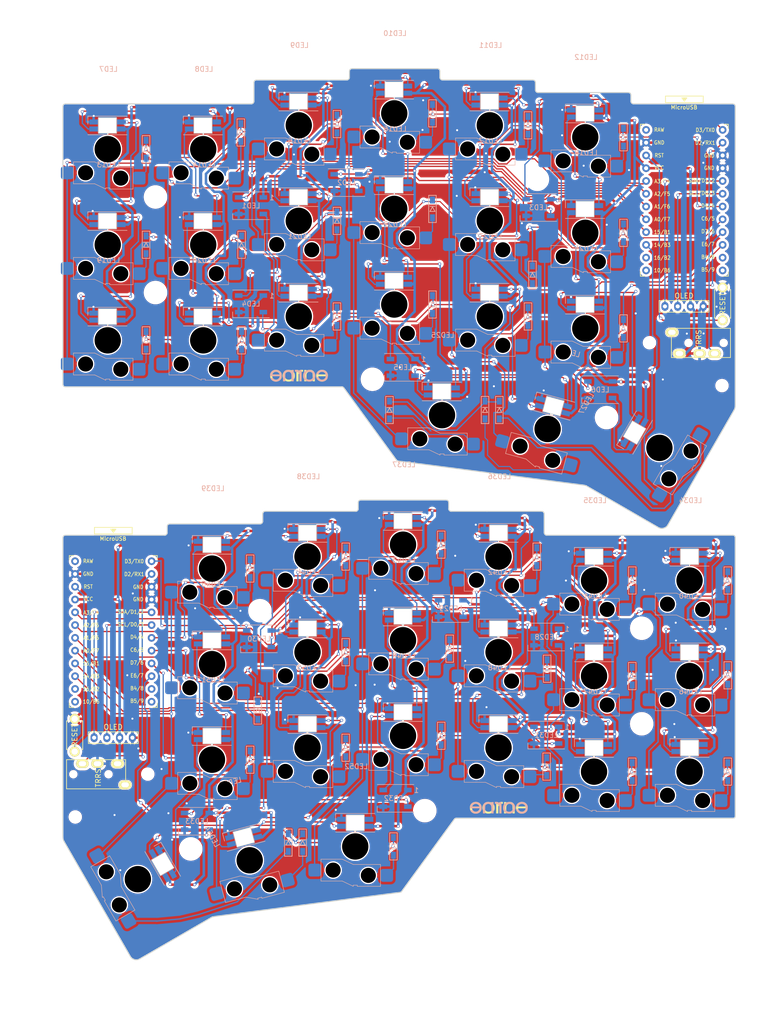
<source format=kicad_pcb>
(kicad_pcb (version 20221018) (generator pcbnew)
  (title_block (title "Corne Cherry") (date "2020-07-24") (rev "3.0") (company "foostan"))
  (layers (0 "F.Cu" signal) (31 "B.Cu" signal) (34 "B.Paste" user) (35 "F.Paste" user) (36 "B.SilkS" user "B.Silkscreen") (37 "F.SilkS" user "F.Silkscreen") (38 "B.Mask" user) (39 "F.Mask" user) (44 "Edge.Cuts" user))
  (net 0 "")
  (net 1 "row0")
  (net 2 "Net-(D1-Pad2)")
  (net 3 "row1")
  (net 4 "Net-(D2-Pad2)")
  (net 5 "row2")
  (net 6 "Net-(D3-Pad2)")
  (net 7 "row3")
  (net 8 "Net-(D4-Pad2)")
  (net 9 "Net-(D5-Pad2)")
  (net 10 "Net-(D6-Pad2)")
  (net 11 "Net-(D7-Pad2)")
  (net 12 "Net-(D8-Pad2)")
  (net 13 "Net-(D9-Pad2)")
  (net 14 "Net-(D10-Pad2)")
  (net 15 "Net-(D11-Pad2)")
  (net 16 "Net-(D12-Pad2)")
  (net 17 "Net-(D13-Pad2)")
  (net 18 "Net-(D14-Pad2)")
  (net 19 "Net-(D15-Pad2)")
  (net 20 "Net-(D16-Pad2)")
  (net 21 "Net-(D17-Pad2)")
  (net 22 "Net-(D18-Pad2)")
  (net 23 "Net-(D19-Pad2)")
  (net 24 "Net-(D20-Pad2)")
  (net 25 "Net-(D21-Pad2)")
  (net 26 "GND")
  (net 27 "VCC")
  (net 28 "col0")
  (net 29 "col1")
  (net 30 "col2")
  (net 31 "col3")
  (net 32 "col4")
  (net 33 "col5")
  (net 34 "LED")
  (net 35 "data")
  (net 36 "reset")
  (net 37 "SCL")
  (net 38 "SDA")
  (net 39 "Net-(U1-Pad14)")
  (net 40 "Net-(U1-Pad13)")
  (net 41 "Net-(U1-Pad12)")
  (net 42 "Net-(U1-Pad11)")
  (net 43 "Net-(U1-Pad24)")
  (net 44 "Net-(D22-Pad2)")
  (net 45 "row0_r")
  (net 46 "Net-(D23-Pad2)")
  (net 47 "Net-(D24-Pad2)")
  (net 48 "Net-(D25-Pad2)")
  (net 49 "Net-(D26-Pad2)")
  (net 50 "Net-(D27-Pad2)")
  (net 51 "row1_r")
  (net 52 "Net-(D28-Pad2)")
  (net 53 "Net-(D29-Pad2)")
  (net 54 "Net-(D30-Pad2)")
  (net 55 "Net-(D31-Pad2)")
  (net 56 "Net-(D32-Pad2)")
  (net 57 "Net-(D33-Pad2)")
  (net 58 "row2_r")
  (net 59 "Net-(D34-Pad2)")
  (net 60 "Net-(D35-Pad2)")
  (net 61 "Net-(D36-Pad2)")
  (net 62 "Net-(D37-Pad2)")
  (net 63 "Net-(D38-Pad2)")
  (net 64 "Net-(D39-Pad2)")
  (net 65 "Net-(D40-Pad2)")
  (net 66 "row3_r")
  (net 67 "Net-(D41-Pad2)")
  (net 68 "Net-(D42-Pad2)")
  (net 69 "data_r")
  (net 70 "SDA_r")
  (net 71 "SCL_r")
  (net 72 "LED_r")
  (net 73 "reset_r")
  (net 74 "col0_r")
  (net 75 "col1_r")
  (net 76 "col2_r")
  (net 77 "col3_r")
  (net 78 "col4_r")
  (net 79 "col5_r")
  (net 80 "VDD")
  (net 81 "GNDA")
  (net 82 "Net-(LED1-Pad2)")
  (net 83 "Net-(LED1-Pad4)")
  (net 84 "Net-(LED2-Pad4)")
  (net 85 "Net-(LED10-Pad2)")
  (net 86 "Net-(LED11-Pad4)")
  (net 87 "Net-(LED13-Pad4)")
  (net 88 "Net-(LED14-Pad2)")
  (net 89 "Net-(LED15-Pad4)")
  (net 90 "Net-(LED10-Pad4)")
  (net 91 "Net-(LED11-Pad2)")
  (net 92 "Net-(LED12-Pad4)")
  (net 93 "Net-(LED13-Pad2)")
  (net 94 "Net-(LED14-Pad4)")
  (net 95 "Net-(LED16-Pad4)")
  (net 96 "Net-(LED17-Pad2)")
  (net 97 "Net-(LED18-Pad4)")
  (net 98 "Net-(LED22-Pad4)")
  (net 99 "Net-(LED24-Pad4)")
  (net 100 "Net-(LED25-Pad4)")
  (net 101 "Net-(LED27-Pad4)")
  (net 102 "Net-(LED28-Pad2)")
  (net 103 "Net-(LED29-Pad4)")
  (net 104 "Net-(LED32-Pad2)")
  (net 105 "Net-(LED34-Pad2)")
  (net 106 "Net-(LED35-Pad4)")
  (net 107 "Net-(LED37-Pad4)")
  (net 108 "Net-(LED38-Pad2)")
  (net 109 "Net-(LED39-Pad4)")
  (net 110 "Net-(LED4-Pad2)")
  (net 111 "Net-(LED5-Pad2)")
  (net 112 "Net-(LED7-Pad4)")
  (net 113 "Net-(LED15-Pad2)")
  (net 114 "Net-(LED20-Pad4)")
  (net 115 "Net-(LED23-Pad2)")
  (net 116 "Net-(LED28-Pad4)")
  (net 117 "Net-(LED31-Pad2)")
  (net 118 "Net-(LED33-Pad2)")
  (net 119 "Net-(LED40-Pad2)")
  (net 120 "Net-(LED41-Pad4)")
  (net 121 "Net-(LED42-Pad2)")
  (net 122 "Net-(LED43-Pad4)")
  (net 123 "Net-(LED44-Pad2)")
  (net 124 "Net-(LED45-Pad4)")
  (net 125 "Net-(LED47-Pad4)")
  (net 126 "Net-(LED49-Pad4)")
  (net 127 "Net-(LED50-Pad2)")
  (net 128 "Net-(LED51-Pad4)")
  (net 129 "Net-(LED52-Pad4)")
  (net 130 "Net-(LED34-Pad4)")
  (net 131 "Net-(LED36-Pad4)")
  (net 132 "Net-(LED36-Pad2)")
  (net 133 "Net-(LED38-Pad4)")
  (net 134 "Net-(U2-Pad11)")
  (net 135 "Net-(U2-Pad12)")
  (net 136 "Net-(U2-Pad13)")
  (net 137 "Net-(U2-Pad14)")
  (net 138 "Net-(U2-Pad24)")
  (footprint "kbd:MJ-4PP-9_1side" (layer "F.Cu") (at 144.1345 74.292 -90)
    (fp_text reference "J1")
    (fp_text value "MJ-4PP-9" hide)
  )
  (footprint "kbd:OLED_1side" (layer "F.Cu") (at 130.9485 67.028)
    (fp_text reference "J2")
    (fp_text value "OLED" hide)
  )
  (footprint "kbd:ResetSW_1side" (layer "F.Cu") (at 142.4245 66.531 -90)
    (fp_text reference "RSW1" hide)
    (fp_text value "SW_PUSH")
  )
  (footprint "beekeeb-lib:SW_Gateron_LowProfile_HotSwap" (layer "F.Cu") (at 39.1075 35.78)
    (fp_text reference "SW2" hide)
    (fp_text value "SW_PUSH" hide)
  )
  (footprint "beekeeb-lib:SW_Gateron_LowProfile_HotSwap" (layer "F.Cu") (at 58.1075 31.03)
    (fp_text reference "SW3" hide)
    (fp_text value "SW_PUSH" hide)
  )
  (footprint "beekeeb-lib:SW_Gateron_LowProfile_HotSwap" (layer "F.Cu") (at 77.1075 28.655)
    (fp_text reference "SW4" hide)
    (fp_text value "SW_PUSH" hide)
  )
  (footprint "beekeeb-lib:SW_Gateron_LowProfile_HotSwap" (layer "F.Cu") (at 96.1075 31.03)
    (fp_text reference "SW5" hide)
    (fp_text value "SW_PUSH" hide)
  )
  (footprint "beekeeb-lib:SW_Gateron_LowProfile_HotSwap" (layer "F.Cu") (at 20.1075 54.78)
    (fp_text reference "SW7" hide)
    (fp_text value "SW_PUSH" hide)
  )
  (footprint "beekeeb-lib:SW_Gateron_LowProfile_HotSwap" (layer "F.Cu") (at 39.1075 54.78)
    (fp_text reference "SW8" hide)
    (fp_text value "SW_PUSH" hide)
  )
  (footprint "beekeeb-lib:SW_Gateron_LowProfile_HotSwap" (layer "F.Cu") (at 58.1075 50.03)
    (fp_text reference "SW9" hide)
    (fp_text value "SW_PUSH" hide)
  )
  (footprint "beekeeb-lib:SW_Gateron_LowProfile_HotSwap" (layer "F.Cu") (at 77.1075 47.655)
    (fp_text reference "SW10" hide)
    (fp_text value "SW_PUSH" hide)
  )
  (footprint "beekeeb-lib:SW_Gateron_LowProfile_HotSwap" (layer "F.Cu") (at 96.1075 50.03)
    (fp_text reference "SW11" hide)
    (fp_text value "SW_PUSH" hide)
  )
  (footprint "beekeeb-lib:SW_Gateron_LowProfile_HotSwap" (layer "F.Cu") (at 115.1075 52.405)
    (fp_text reference "SW12" hide)
    (fp_text value "SW_PUSH" hide)
  )
  (footprint "beekeeb-lib:SW_Gateron_LowProfile_HotSwap" (layer "F.Cu") (at 20.1075 73.78)
    (fp_text reference "SW13" hide)
    (fp_text value "SW_PUSH" hide)
  )
  (footprint "beekeeb-lib:SW_Gateron_LowProfile_HotSwap" (layer "F.Cu") (at 39.1075 73.78)
    (fp_text reference "SW14" hide)
    (fp_text value "SW_PUSH" hide)
  )
  (footprint "beekeeb-lib:SW_Gateron_LowProfile_HotSwap" (layer "F.Cu") (at 58.1075 69.03)
    (fp_text reference "SW15" hide)
    (fp_text value "SW_PUSH" hide)
  )
  (footprint "beekeeb-lib:SW_Gateron_LowProfile_HotSwap" (layer "F.Cu") (at 77.1075 66.655)
    (fp_text reference "SW16" hide)
    (fp_text value "SW_PUSH" hide)
  )
  (footprint "beekeeb-lib:SW_Gateron_LowProfile_HotSwap" (layer "F.Cu") (at 96.1075 69.03)
    (fp_text reference "SW17" hide)
    (fp_text value "SW_PUSH" hide)
  )
  (footprint "beekeeb-lib:SW_Gateron_LowProfile_HotSwap" (layer "F.Cu") (at 115.1075 71.405)
    (fp_text reference "SW18" hide)
    (fp_text value "SW_PUSH" hide)
  )
  (footprint "beekeeb-lib:SW_Gateron_LowProfile_HotSwap" (layer "F.Cu") (at 86.6075 88.655)
    (fp_text reference "SW19" hide)
    (fp_text value "SW_PUSH" hide)
  )
  (footprint "beekeeb-lib:SW_Gateron_LowProfile_HotSwap" (layer "F.Cu") (at 107.6075 91.405 -15)
    (fp_text reference "SW20" hide)
    (fp_text value "SW_PUSH" hide)
  )
  (footprint "beekeeb-lib:SW_Gateron_LowProfile_HotSwap" (layer "F.Cu") (at 129.8575 95.155 60)
    (fp_text reference "SW21" hide)
    (fp_text value "SW_PUSH" hide)
  )
  (footprint "beekeeb-lib:SW_Gateron_LowProfile_HotSwap" (layer "F.Cu") (at 26.098396 180.891899 -60)
    (fp_text reference "SW42" hide)
    (fp_text value "SW_PUSH" hide)
  )
  (footprint "kbd:MJ-4PP-9_1side" (layer "F.Cu") (at 11.771396 160.033899 90)
    (fp_text reference "J3")
    (fp_text value "MJ-4PP-9" hide)
  )
  (footprint "kbd:OLED_1side" (layer "F.Cu") (at 25.018396 152.769899 180)
    (fp_text reference "J4")
    (fp_text value "OLED" hide)
  )
  (footprint "kbd:ResetSW_1side" (layer "F.Cu") (at 13.538396 152.272899 -90)
    (fp_text reference "RSW2" hide)
    (fp_text value "SW_PUSH")
  )
  (footprint "beekeeb-lib:SW_Gateron_LowProfile_HotSwap" (layer "F.Cu") (at 78.848396 152.391899)
    (fp_text reference "SW37" hide)
    (fp_text value "SW_PUSH" hide)
  )
  (footprint "beekeeb-lib:SW_Gateron_LowProfile_HotSwap" (layer "F.Cu") (at 59.848396 154.766899)
    (fp_text reference "SW38" hide)
    (fp_text value "SW_PUSH" hide)
  )
  (footprint "beekeeb-lib:SW_Gateron_LowProfile_HotSwap" (layer "F.Cu") (at 40.848396 157.141899)
    (fp_text reference "SW39" hide)
    (fp_text value "SW_PUSH" hide)
  )
  (footprint "beekeeb-lib:SW_Gateron_LowProfile_HotSwap" (layer "F.Cu") (at 69.348396 174.391899)
    (fp_text reference "SW40" hide)
    (fp_text value "SW_PUSH" hide)
  )
  (footprint "beekeeb-lib:SW_Gateron_LowProfile_HotSwap" (layer "F.Cu") (at 48.348396 177.141899 15)
    (fp_text reference "SW41" hide)
    (fp_text value "SW_PUSH" hide)
  )
  (footprint "beekeeb-lib:SW_Gateron_LowProfile_HotSwap" (layer "F.Cu") (at 78.848396 114.391899)
    (fp_text reference "SW25" hide)
    (fp_text value "SW_PUSH" hide)
  )
  (footprint "beekeeb-lib:SW_Gateron_LowProfile_HotSwap" (layer "F.Cu") (at 59.848396 116.766899)
    (fp_text reference "SW26" hide)
    (fp_text value "SW_PUSH" hide)
  )
  (footprint "beekeeb-lib:SW_Gateron_LowProfile_HotSwap" (layer "F.Cu") (at 135.848396 140.516899)
    (fp_text reference "SW28" hide)
    (fp_text value "SW_PUSH" hide)
  )
  (footprint "beekeeb-lib:SW_Gateron_LowProfile_HotSwap" (layer "F.Cu") (at 97.848396 116.766899)
    (fp_text reference "SW24" hide)
    (fp_text value "SW_PUSH" hide)
  )
  (footprint "beekeeb-lib:SW_Gateron_LowProfile_HotSwap" (layer "F.Cu") (at 116.848396 140.516899)
    (fp_text reference "SW29" hide)
    (fp_text value "SW_PUSH" hide)
  )
  (footprint "beekeeb-lib:SW_Gateron_LowProfile_HotSwap" (layer "F.Cu") (at 116.848396 159.516899)
    (fp_text reference "SW35" hide)
    (fp_text value "SW_PUSH" hide)
  )
  (footprint "beekeeb-lib:SW_Gateron_LowProfile_HotSwap" (layer "F.Cu") (at 97.848396 154.766899)
    (fp_text reference "SW36" hide)
    (fp_text value "SW_PUSH" hide)
  )
  (footprint "beekeeb-lib:SW_Gateron_LowProfile_HotSwap" (layer "F.Cu") (at 135.848396 121.516899)
    (fp_text reference "SW22" hide)
    (fp_text value "SW_PUSH" hide)
  )
  (footprint "beekeeb-lib:SW_Gateron_LowProfile_HotSwap" (layer "F.Cu") (at 116.848396 121.516899)
    (fp_text reference "SW23" hide)
    (fp_text value "SW_PUSH" hide)
  )
  (footprint "beekeeb-lib:SW_Gateron_LowProfile_HotSwap" (layer "F.Cu") (at 97.848396 135.766899)
    (fp_text reference "SW30" hide)
    (fp_text value "SW_PUSH" hide)
  )
  (footprint "beekeeb-lib:SW_Gateron_LowProfile_HotSwap" (layer "F.Cu") (at 78.848396 133.391899)
    (fp_text reference "SW31" hide)
    (fp_text value "SW_PUSH" hide)
  )
  (footprint "beekeeb-lib:SW_Gateron_LowProfile_HotSwap" (layer "F.Cu") (at 59.848396 135.766899)
    (fp_text reference "SW32" hide)
    (fp_text value "SW_PUSH" hide)
  )
  (footprint "beekeeb-lib:SW_Gateron_LowProfile_HotSwap" (layer "F.Cu") (at 40.848396 138.141899)
    (fp_text reference "SW33" hide)
    (fp_text value "SW_PUSH" hide)
  )
  (footprint "beekeeb-lib:SW_Gateron_LowProfile_HotSwap" (layer "F.Cu") (at 135.848396 159.516899)
    (fp_text reference "SW34" hide)
    (fp_text value "SW_PUSH" hide)
  )
  (footprint "beekeeb-lib:SW_Gateron_LowProfile_HotSwap" (layer "F.Cu") (at 20.1075 35.78)
    (fp_text reference "SW1" hide)
    (fp_text value "SW_PUSH" hide)
  )
  (footprint "kbd:M2_HOLE_v2" (layer "F.Cu") (at 105.5755 41.7655)
    (fp_text reference "h6" hide)
    (fp_text value "Val**" hide)
  )
  (footprint "kbd:M2_HOLE_v2" (layer "F.Cu") (at 72.7645 81.5205)
    (fp_text reference "h7" hide)
    (fp_text value "Val**" hide)
  )
  (footprint "kbd:M2_HOLE_v2" (layer "F.Cu") (at 119.3305 89.135)
    (fp_text reference "h8" hide)
    (fp_text value "Val**" hide)
  )
  (footprint "kbd:M2_HOLE_v2" (layer "F.Cu") (at 127.8695 74.254)
    (fp_text reference "h1" hide)
    (fp_text value "Val**" hide)
  )
  (footprint "kbd:M2_HOLE_v2" (layer "F.Cu") (at 142.3015 82.775)
    (fp_text reference "h5" hide)
    (fp_text value "Val**" hide)
  )
  (footprint "beekeeb-lib:SW_Gateron_LowProfile_HotSwap" (layer "F.Cu") (at 115.1075 33.405)
    (fp_text reference "SW6" hide)
    (fp_text value "SW_PUSH" hide)
  )
  (footprint "beekeeb-lib:SW_Gateron_LowProfile_HotSwap" (layer "F.Cu") (at 40.841396 119.146899)
    (fp_text reference "SW27" hide)
    (fp_text value "SW_PUSH" hide)
  )
  (footprint "kbd:M2_HOLE_v2" (layer "F.Cu") (at 27.5195 54.1395)
    (fp_text reference "h9" hide)
    (fp_text value "Val**" hide)
  )
  (footprint "kbd:ProMicro_v3" (layer "F.Cu") (at 134.8125 46.42)
    (fp_text reference "U1" hide)
    (fp_text value "ProMicro" hide)
  )
  (footprint "kbd:ProMicro_v3" (layer "F.Cu") (at 21.221396 132.161899)
    (fp_text reference "U2" hide)
    (fp_text value "ProMicro" hide)
  )
  (footprint "kbd:M2_HOLE_v2" (layer "F.Cu") (at 29.6075 45.28)
    (fp_text reference "h10" hide)
    (fp_text value "Val**" hide)
  )
  (footprint "kbd:corne-logo-horizontal" (layer "F.Cu") (at 58.2675 80.89)
    (fp_text reference "G***1" hide)
    (fp_text value "LOGO" hide)
  )
  (footprint "kbd:corne-logo-horizontal" (layer "F.Cu") (at 98.011396 166.781899)
    (fp_text reference "G***2" hide)
    (fp_text value "LOGO" hide)
  )
  (footprint "kbd:D3_SMD_v2" (layer "B.Cu") (at 27.7345 35.7769 -90)
    (fp_text reference "D1" hide)
    (fp_text value "D" hide)
  )
  (footprint "kbd:D3_SMD_v2" (layer "B.Cu") (at 46.5836 32.4612 -90)
    (fp_text reference "D2" hide)
    (fp_text value "D" hide)
  )
  (footprint "kbd:D3_SMD_v2" (layer "B.Cu") (at 65.7075 30.78 -90)
    (fp_text reference "D3" hide)
    (fp_text value "D" hide)
  )
  (footprint "kbd:D3_SMD_v2" (layer "B.Cu") (at 84.7075 28.655 -90)
    (fp_text reference "D4" hide)
    (fp_text value "D" hide)
  )
  (footprint "kbd:D3_SMD_v2" (layer "B.Cu") (at 103.7075 31.03 -90)
    (fp_text reference "D5" hide)
    (fp_text value "D" hide)
  )
  (footprint "kbd:D3_SMD_v2" (layer "B.Cu") (at 122.7075 33.405 -90)
    (fp_text reference "D6" hide)
    (fp_text value "D" hide)
  )
  (footprint "kbd:D3_SMD_v2" (layer "B.Cu") (at 27.7345 54.7769 -90)
    (fp_text reference "D7" hide)
    (fp_text value "D" hide)
  )
  (footprint "kbd:D3_SMD_v2" (layer "B.Cu") (at 46.7345 54.78 -90)
    (fp_text reference "D8" hide)
    (fp_text value "D" hide)
  )
  (footprint "kbd:D3_SMD_v2" (layer "B.Cu") (at 65.7075 50.03 -90)
    (fp_text reference "D9" hide)
    (fp_text value "D" hide)
  )
  (footprint "kbd:D3_SMD_v2" (layer "B.Cu") (at 84.7075 47.655 -90)
    (fp_text reference "D10" hide)
    (fp_text value "D" hide)
  )
  (footprint "kbd:D3_SMD_v2" (layer "B.Cu") (at 104.5972 60.7314 -90)
    (fp_text reference "D11" hide)
    (fp_text value "D" hide)
  )
  (footprint "kbd:D3_SMD_v2" (layer "B.Cu") (at 122.7075 52.405 -90)
    (fp_text reference "D12" hide)
    (fp_text value "D" hide)
  )
  (footprint "kbd:D3_SMD_v2" (layer "B.Cu") (at 27.7345 73.7769 -90)
    (fp_text reference "D13" hide)
    (fp_text value "D" hide)
  )
  (footprint "kbd:D3_SMD_v2" (layer "B.Cu") (at 46.7345 73.78 -90)
    (fp_text reference "D14" hide)
    (fp_text value "D" hide)
  )
  (footprint "kbd:D3_SMD_v2" (layer "B.Cu") (at 65.7075 69.03 -90)
    (fp_text reference "D15" hide)
    (fp_text value "D" hide)
  )
  (footprint "kbd:D3_SMD_v2" (layer "B.Cu") (at 84.7075 66.655 -90)
    (fp_text reference "D16" hide)
    (fp_text value "D" hide)
  )
  (footprint "kbd:D3_SMD_v2" (layer "B.Cu") (at 103.7075 69.03 -90)
    (fp_text reference "D17" hide)
    (fp_text value "D" hide)
  )
  (footprint "kbd:D3_SMD_v2" (layer "B.Cu") (at 122.7075 71.405 -90)
    (fp_text reference "D18" hide)
    (fp_text value "D" hide)
  )
  (footprint "kbd:D3_SMD_v2" (layer "B.Cu") (at 76.1575 87.627 -90)
    (fp_text reference "D19" hide)
    (fp_text value "D" hide)
  )
  (footprint "kbd:D3_SMD_v2" (layer "B.Cu") (at 95.1645 87.622 -90)
    (fp_text reference "D20" hide)
    (fp_text value "D" hide)
  )
  (footprint "kbd:D3_SMD_v2" (layer "B.Cu") (at 98.0075 87.622 -90)
    (fp_text reference "D21" hide)
    (fp_text value "D" hide)
  )
  (footprint "kbd:YS-SK6812MINI-E" (layer "B.Cu") (at 124.907967 92.121794 60)
    (fp_text reference "LED27")
    (fp_text value "YS-SK6812MINI-E")
    (fp_line (start -1.8 -1.55) (end 1.8 -1.55) (stroke (width 0.12)) (layer "Edge.Cuts"))
    (fp_line (start -1.8 1.55) (end -1.8 -1.55) (stroke (width 0.12)) (layer "Edge.Cuts"))
    (fp_line (start 1.8 -1.55) (end 1.8 1.55) (stroke (width 0.12)) (layer "Edge.Cuts"))
    (fp_line (start 1.8 1.55) (end -1.8 1.55) (stroke (width 0.12)) (layer "Edge.Cuts"))
  )
  (footprint "LED_SMD:LED_WS2812B_PLCC4_5.0x5.0mm_P3.2mm" (layer "B.Cu") (at 48.61 47.0154 180)
    (fp_text reference "LED1")
    (fp_text value "WS2812B")
  )
  (footprint "LED_SMD:LED_WS2812B_PLCC4_5.0x5.0mm_P3.2mm" (layer "B.Cu") (at 118.0694 83.5965 180)
    (fp_text reference "LED6")
    (fp_text value "WS2812B")
  )
  (footprint "LED_SMD:LED_WS2812B_PLCC4_5.0x5.0mm_P3.2mm" (layer "B.Cu") (at 88.343896 127.092899 180)
    (fp_text reference "LED29")
    (fp_text value "WS2812B")
  )
  (footprint "LED_SMD:LED_WS2812B_PLCC4_5.0x5.0mm_P3.2mm" (layer "B.Cu") (at 50.202096 133.112699 180)
    (fp_text reference "LED30")
    (fp_text value "WS2812B")
  )
  (footprint "LED_SMD:LED_WS2812B_PLCC4_5.0x5.0mm_P3.2mm" (layer "B.Cu") (at 107.343896 152.264499 180)
    (fp_text reference "LED31")
    (fp_text value "WS2812B")
  )
  (footprint "LED_SMD:LED_WS2812B_PLCC4_5.0x5.0mm_P3.2mm" (layer "B.Cu") (at 77.364896 164.821499 180)
    (fp_text reference "LED32")
    (fp_text value "WS2812B")
  )
  (footprint "LED_SMD:LED_WS2812B_PLCC4_5.0x5.0mm_P3.2mm" (layer "B.Cu") (at 37.851796 169.384099 180)
    (fp_text reference "LED33")
    (fp_text value "WS2812B")
  )
  (footprint "kbd:YS-SK6812MINI-E" (layer "B.Cu") (at 78.841396 128.687899)
    (fp_text reference "LED43")
    (fp_text value "YS-SK6812MINI-E")
    (fp_line (start -1.8 -1.55) (end 1.8 -1.55) (stroke (width 0.12)) (layer "Edge.Cuts"))
    (fp_line (start -1.8 1.55) (end -1.8 -1.55) (stroke (width 0.12)) (layer "Edge.Cuts"))
    (fp_line (start 1.8 -1.55) (end 1.8 1.55) (stroke (width 0.12)) (layer "Edge.Cuts"))
    (fp_line (start 1.8 1.55) (end -1.8 1.55) (stroke (width 0.12)) (layer "Edge.Cuts"))
  )
  (footprint "kbd:YS-SK6812MINI-E" (layer "B.Cu") (at 59.841396 131.062899)
    (fp_text reference "LED44")
    (fp_text value "YS-SK6812MINI-E")
    (fp_line (start -1.8 -1.55) (end 1.8 -1.55) (stroke (width 0.12)) (layer "Edge.Cuts"))
    (fp_line (start -1.8 1.55) (end -1.8 -1.55) (stroke (width 0.12)) (layer "Edge.Cuts"))
    (fp_line (start 1.8 -1.55) (end 1.8 1.55) (stroke (width 0.12)) (layer "Edge.Cuts"))
    (fp_line (start 1.8 1.55) (end -1.8 1.55) (stroke (width 0.12)) (layer "Edge.Cuts"))
  )
  (footprint "kbd:YS-SK6812MINI-E" (layer "B.Cu") (at 40.841396 133.437899)
    (fp_text reference "LED45")
    (fp_text value "YS-SK6812MINI-E")
    (fp_line (start -1.8 -1.55) (end 1.8 -1.55) (stroke (width 0.12)) (layer "Edge.Cuts"))
    (fp_line (start -1.8 1.55) (end -1.8 -1.55) (stroke (width 0.12)) (layer "Edge.Cuts"))
    (fp_line (start 1.8 -1.55) (end 1.8 1.55) (stroke (width 0.12)) (layer "Edge.Cuts"))
    (fp_line (start 1.8 1.55) (end -1.8 1.55) (stroke (width 0.12)) (layer "Edge.Cuts"))
  )
  (footprint "kbd:YS-SK6812MINI-E" (layer "B.Cu") (at 135.841396 154.812899)
    (fp_text reference "LED46")
    (fp_text value "YS-SK6812MINI-E")
    (fp_line (start -1.8 -1.55) (end 1.8 -1.55) (stroke (width 0.12)) (layer "Edge.Cuts"))
    (fp_line (start -1.8 1.55) (end -1.8 -1.55) (stroke (width 0.12)) (layer "Edge.Cuts"))
    (fp_line (start 1.8 -1.55) (end 1.8 1.55) (stroke (width 0.12)) (layer "Edge.Cuts"))
    (fp_line (start 1.8 1.55) (end -1.8 1.55) (stroke (width 0.12)) (layer "Edge.Cuts"))
  )
  (footprint "kbd:YS-SK6812MINI-E" (layer "B.Cu") (at 116.841396 154.812899)
    (fp_text reference "LED47")
    (fp_text value "YS-SK6812MINI-E")
    (fp_line (start -1.8 -1.55) (end 1.8 -1.55) (stroke (width 0.12)) (layer "Edge.Cuts"))
    (fp_line (start -1.8 1.55) (end -1.8 -1.55) (stroke (width 0.12)) (layer "Edge.Cuts"))
    (fp_line (start 1.8 -1.55) (end 1.8 1.55) (stroke (width 0.12)) (layer "Edge.Cuts"))
    (fp_line (start 1.8 1.55) (end -1.8 1.55) (stroke (width 0.12)) (layer "Edge.Cuts"))
  )
  (footprint "kbd:YS-SK6812MINI-E" (layer "B.Cu") (at 97.841396 150.062899)
    (fp_text reference "LED48")
    (fp_text value "YS-SK6812MINI-E")
    (fp_line (start -1.8 -1.55) (end 1.8 -1.55) (stroke (width 0.12)) (layer "Edge.Cuts"))
    (fp_line (start -1.8 1.55) (end -1.8 -1.55) (stroke (width 0.12)) (layer "Edge.Cuts"))
    (fp_line (start 1.8 -1.55) (end 1.8 1.55) (stroke (width 0.12)) (layer "Edge.Cuts"))
    (fp_line (start 1.8 1.55) (end -1.8 1.55) (stroke (width 0.12)) (layer "Edge.Cuts"))
  )
  (footprint "kbd:YS-SK6812MINI-E" (layer "B.Cu") (at 78.841396 147.687899)
    (fp_text reference "LED49")
    (fp_text value "YS-SK6812MINI-E")
    (fp_line (start -1.8 -1.55) (end 1.8 -1.55) (stroke (width 0.12)) (layer "Edge.Cuts"))
    (fp_line (start -1.8 1.55) (end -1.8 -1.55) (stroke (width 0.12)) (layer "Edge.Cuts"))
    (fp_line (start 1.8 -1.55) (end 1.8 1.55) (stroke (width 0.12)) (layer "Edge.Cuts"))
    (fp_line (start 1.8 1.55) (end -1.8 1.55) (stroke (width 0.12)) (layer "Edge.Cuts"))
  )
  (footprint "kbd:YS-SK6812MINI-E" (layer "B.Cu") (at 59.841396 150.062899)
    (fp_text reference "LED50")
    (fp_text value "YS-SK6812MINI-E")
    (fp_line (start -1.8 -1.55) (end 1.8 -1.55) (stroke (width 0.12)) (layer "Edge.Cuts"))
    (fp_line (start -1.8 1.55) (end -1.8 -1.55) (stroke (width 0.12)) (layer "Edge.Cuts"))
    (fp_line (start 1.8 -1.55) (end 1.8 1.55) (stroke (width 0.12)) (layer "Edge.Cuts"))
    (fp_line (start 1.8 1.55) (end -1.8 1.55) (stroke (width 0.12)) (layer "Edge.Cuts"))
  )
  (footprint "kbd:YS-SK6812MINI-E" (layer "B.Cu") (at 40.841396 152.437899)
    (fp_text reference "LED51")
    (fp_text value "YS-SK6812MINI-E")
    (fp_line (start -1.8 -1.55) (end 1.8 -1.55) (stroke (width 0.12)) (layer "Edge.Cuts"))
    (fp_line (start -1.8 1.55) (end -1.8 -1.55) (stroke (width 0.12)) (layer "Edge.Cuts"))
    (fp_line (start 1.8 -1.55) (end 1.8 1.55) (stroke (width 0.12)) (layer "Edge.Cuts"))
    (fp_line (start 1.8 1.55) (end -1.8 1.55) (stroke (width 0.12)) (layer "Edge.Cuts"))
  )
  (footprint "kbd:YS-SK6812MINI-E" (layer "B.Cu") (at 69.341396 169.687899)
    (fp_text reference "LED52")
    (fp_text value "YS-SK6812MINI-E")
    (fp_line (start -1.8 -1.55) (end 1.8 -1.55) (stroke (width 0.12)) (layer "Edge.Cuts"))
    (fp_line (start -1.8 1.55) (end -1.8 -1.55) (stroke (width 0.12)) (layer "Edge.Cuts"))
    (fp_line (start 1.8 -1.55) (end 1.8 1.55) (stroke (width 0.12)) (layer "Edge.Cuts"))
    (fp_line (start 1.8 1.55) (end -1.8 1.55) (stroke (width 0.12)) (layer "Edge.Cuts"))
  )
  (footprint "kbd:YS-SK6812MINI-E" (layer "B.Cu") (at 47.174396 172.552099 15)
    (fp_text reference "LED53")
    (fp_text value "YS-SK6812MINI-E")
    (fp_line (start -1.8 -1.55) (end 1.8 -1.55) (stroke (width 0.12)) (layer "Edge.Cuts"))
    (fp_line (start -1.8 1.55) (end -1.8 -1.55) (stroke (width 0.12)) (layer "Edge.Cuts"))
    (fp_line (start 1.8 -1.55) (end 1.8 1.55) (stroke (width 0.12)) (layer "Edge.Cuts"))
    (fp_line (start 1.8 1.55) (end -1.8 1.55) (stroke (width 0.12)) (layer "Edge.Cuts"))
  )
  (footprint "kbd:D3_SMD_v2" (layer "B.Cu") (at 124.448396 121.516899 -90)
    (fp_text reference "D23" hide)
    (fp_text value "D" hide)
  )
  (footprint "kbd:D3_SMD_v2" (layer "B.Cu") (at 105.448396 116.766899 -90)
    (fp_text reference "D24" hide)
    (fp_text value "D" hide)
  )
  (footprint "kbd:D3_SMD_v2" (layer "B.Cu") (at 86.448396 114.391899 -90)
    (fp_text reference "D25" hide)
    (fp_text value "D" hide)
  )
  (footprint "kbd:D3_SMD_v2" (layer "B.Cu") (at 48.441396 119.146899 -90)
    (fp_text reference "D27" hide)
    (fp_text value "D" hide)
  )
  (footprint "kbd:D3_SMD_v2" (layer "B.Cu") (at 143.448396 140.366899 -90)
    (fp_text reference "D28" hide)
    (fp_text value "D" hide)
  )
  (footprint "kbd:D3_SMD_v2" (layer "B.Cu") (at 124.448396 140.516899 -90)
    (fp_text reference "D29" hide)
    (fp_text value "D" hide)
  )
  (footprint "kbd:D3_SMD_v2" (layer "B.Cu") (at 107.518896 139.056499 -90)
    (fp_text reference "D30" hide)
    (fp_text value "D" hide)
  )
  (footprint "kbd:D3_SMD_v2" (layer "B.Cu") (at 88.138696 135.068699 -90)
    (fp_text reference "D31" hide)
    (fp_text value "D" hide)
  )
  (footprint "kbd:D3_SMD_v2" (layer "B.Cu") (at 67.448396 135.766899 -90)
    (fp_text reference "D32" hide)
    (fp_text value "D" hide)
  )
  (footprint "kbd:D3_SMD_v2" (layer "B.Cu") (at 49.962496 147.362299 -90)
    (fp_text reference "D33" hide)
    (fp_text value "D" hide)
  )
  (footprint "kbd:D3_SMD_v2" (layer "B.Cu") (at 143.448396 159.516899 -90)
    (fp_text reference "D34" hide)
    (fp_text value "D" hide)
  )
  (footprint "kbd:D3_SMD_v2" (layer "B.Cu") (at 124.448396 159.516899 -90)
    (fp_text reference "D35" hide)
    (fp_text value "D" hide)
  )
  (footprint "kbd:D3_SMD_v2" (layer "B.Cu") (at 107.417296 158.512899 -90)
    (fp_text reference "D36" hide)
    (fp_text value "D" hide)
  )
  (footprint "kbd:D3_SMD_v2" (layer "B.Cu") (at 86.448396 152.391899 -90)
    (fp_text reference "D37" hide)
    (fp_text value "D" hide)
  )
  (footprint "kbd:D3_SMD_v2" (layer "B.Cu") (at 67.448396 154.766899 -90)
    (fp_text reference "D38" hide)
    (fp_text value "D" hide)
  )
  (footprint "kbd:D3_SMD_v2" (layer "B.Cu") (at 48.441396 157.146899 -90)
    (fp_text reference "D39" hide)
    (fp_text value "D" hide)
  )
  (footprint "kbd:D3_SMD_v2" (layer "B.Cu") (at 76.948396 174.376899 -90)
    (fp_text reference "D40" hide)
    (fp_text value "D" hide)
  )
  (footprint "kbd:D3_SMD_v2" (layer "B.Cu") (at 58.883196 173.624799 -90)
    (fp_text reference "D41" hide)
    (fp_text value "D" hide)
  )
  (footprint "kbd:D3_SMD_v2" (layer "B.Cu") (at 56.033196 173.624799 -90)
    (fp_text reference "D42" hide)
    (fp_text value "D" hide)
  )
  (footprint "kbd:D3_SMD_v2" (layer "B.Cu") (at 143.448396 121.516899 -90)
    (fp_text reference "D22" hide)
    (fp_text value "D" hide)
  )
  (footprint "kbd:D3_SMD_v2" (layer "B.Cu") (at 67.448396 116.766899 -90)
    (fp_text reference "D26" hide)
    (fp_text value "D" hide)
  )
  (footprint "kbd:YS-SK6812MINI-E" (layer "B.Cu") (at 108.7687 86.861 -15)
    (fp_text reference "LED26")
    (fp_text value "YS-SK6812MINI-E")
    (fp_line (start -1.8 -1.55) (end 1.8 -1.55) (stroke (width 0.12)) (layer "Edge.Cuts"))
    (fp_line (start -1.8 1.55) (end -1.8 -1.55) (stroke (width 0.12)) (layer "Edge.Cuts"))
    (fp_line (start 1.8 -1.55) (end 1.8 1.55) (stroke (width 0.12)) (layer "Edge.Cuts"))
    (fp_line (start 1.8 1.55) (end -1.8 1.55) (stroke (width 0.12)) (layer "Edge.Cuts"))
  )
  (footprint "LED_SMD:LED_WS2812B_PLCC4_5.0x5.0mm_P3.2mm" (layer "B.Cu") (at 48.61 66.5226 180)
    (fp_text reference "LED4")
    (fp_text value "WS2812B")
  )
  (footprint "kbd:YS-SK6812MINI-E" (layer "B.Cu") (at 135.841396 116.802799)
    (fp_text reference "LED34")
    (fp_text value "YS-SK6812MINI-E")
    (fp_line (start -1.8 -1.55) (end 1.8 -1.55) (stroke (width 0.12)) (layer "Edge.Cuts"))
    (fp_line (start -1.8 1.55) (end -1.8 -1.55) (stroke (width 0.12)) (layer "Edge.Cuts"))
    (fp_line (start 1.8 -1.55) (end 1.8 1.55) (stroke (width 0.12)) (layer "Edge.Cuts"))
    (fp_line (start 1.8 1.55) (end -1.8 1.55) (stroke (width 0.12)) (layer "Edge.Cuts"))
  )
  (footprint "kbd:YS-SK6812MINI-E" (layer "B.Cu") (at 116.841396 116.802799)
    (fp_text reference "LED35")
    (fp_text value "YS-SK6812MINI-E")
    (fp_line (start -1.8 -1.55) (end 1.8 -1.55) (stroke (width 0.12)) (layer "Edge.Cuts"))
    (fp_line (start -1.8 1.55) (end -1.8 -1.55) (stroke (width 0.12)) (layer "Edge.Cuts"))
    (fp_line (start 1.8 -1.55) (end 1.8 1.55) (stroke (width 0.12)) (layer "Edge.Cuts"))
    (fp_line (start 1.8 1.55) (end -1.8 1.55) (stroke (width 0.12)) (layer "Edge.Cuts"))
  )
  (footprint "kbd:YS-SK6812MINI-E" (layer "B.Cu") (at 97.841396 112.052799)
    (fp_text reference "LED36")
    (fp_text value "YS-SK6812MINI-E")
    (fp_line (start -1.8 -1.55) (end 1.8 -1.55) (stroke (width 0.12)) (layer "Edge.Cuts"))
    (fp_line (start -1.8 1.55) (end -1.8 -1.55) (stroke (width 0.12)) (layer "Edge.Cuts"))
    (fp_line (start 1.8 -1.55) (end 1.8 1.55) (stroke (width 0.12)) (layer "Edge.Cuts"))
    (fp_line (start 1.8 1.55) (end -1.8 1.55) (stroke (width 0.12)) (layer "Edge.Cuts"))
  )
  (footprint "kbd:YS-SK6812MINI-E" (layer "B.Cu") (at 78.841396 109.677799)
    (fp_text reference "LED37")
    (fp_text value "YS-SK6812MINI-E")
    (fp_line (start -1.8 -1.55) (end 1.8 -1.55) (stroke (width 0.12)) (layer "Edge.Cuts"))
    (fp_line (start -1.8 1.55) (end -1.8 -1.55) (stroke (width 0.12)) (layer "Edge.Cuts"))
    (fp_line (start 1.8 -1.55) (end 1.8 1.55) (stroke (width 0.12)) (layer "Edge.Cuts"))
    (fp_line (start 1.8 1.55) (end -1.8 1.55) (stroke (width 0.12)) (layer "Edge.Cuts"))
  )
  (footprint "kbd:YS-SK6812MINI-E" (layer "B.Cu") (at 59.841396 112.052799)
    (fp_text reference "LED38")
    (fp_text value "YS-SK6812MINI-E")
    (fp_line (start -1.8 -1.55) (end 1.8 -1.55) (stroke (width 0.12)) (layer "Edge.Cuts"))
    (fp_line (start -1.8 1.55) (end -1.8 -1.55) (stroke (width 0.12)) (layer "Edge.Cuts"))
    (fp_line (start 1.8 -1.55) (end 1.8 1.55) (stroke (width 0.12)) (layer "Edge.Cuts"))
    (fp_line (start 1.8 1.55) (end -1.8 1.55) (stroke (width 0.12)) (layer "Edge.Cuts"))
  )
  (footprint "kbd:YS-SK6812MINI-E" (layer "B.Cu") (at 40.841396 114.427799)
    (fp_text reference "LED39")
    (fp_text value "YS-SK6812MINI-E")
    (fp_line (start -1.8 -1.55) (end 1.8 -1.55) (stroke (width 0.12)) (layer "Edge.Cuts"))
    (fp_line (start -1.8 1.55) (end -1.8 -1.55) (stroke (width 0.12)) (layer "Edge.Cuts"))
    (fp_line (start 1.8 -1.55) (end 1.8 1.55) (stroke (width 0.12)) (layer "Edge.Cuts"))
    (fp_line (start 1.8 1.55) (end -1.8 1.55) (stroke (width 0.12)) (layer "Edge.Cuts"))
  )
  (footprint "kbd:YS-SK6812MINI-E" (layer "B.Cu") (at 135.841396 135.812899)
    (fp_text reference "LED40")
    (fp_text value "YS-SK6812MINI-E")
    (fp_line (start -1.8 -1.55) (end 1.8 -1.55) (stroke (width 0.12)) (layer "Edge.Cuts"))
    (fp_line (start -1.8 1.55) (end -1.8 -1.55) (stroke (width 0.12)) (layer "Edge.Cuts"))
    (fp_line (start 1.8 -1.55) (end 1.8 1.55) (stroke (width 0.12)) (layer "Edge.Cuts"))
    (fp_line (start 1.8 1.55) (end -1.8 1.55) (stroke (width 0.12)) (layer "Edge.Cuts"))
  )
  (footprint "kbd:YS-SK6812MINI-E" (layer "B.Cu") (at 116.841396 135.812899)
    (fp_text reference "LED41")
    (fp_text value "YS-SK6812MINI-E")
    (fp_line (start -1.8 -1.55) (end 1.8 -1.55) (stroke (width 0.12)) (layer "Edge.Cuts"))
    (fp_line (start -1.8 1.55) (end -1.8 -1.55) (stroke (width 0.12)) (layer "Edge.Cuts"))
    (fp_line (start 1.8 -1.55) (end 1.8 1.55) (stroke (width 0.12)) (layer "Edge.Cuts"))
    (fp_line (start 1.8 1.55) (end -1.8 1.55) (stroke (width 0.12)) (layer "Edge.Cuts"))
  )
  (footprint "kbd:YS-SK6812MINI-E" (layer "B.Cu") (at 97.841396 131.062899)
    (fp_text reference "LED42")
    (fp_text value "YS-SK6812MINI-E")
    (fp_line (start -1.8 -1.55) (end 1.8 -1.55) (stroke (width 0.12)) (layer "Edge.Cuts"))
    (fp_line (start -1.8 1.55) (end -1.8 -1.55) (stroke (width 0.12)) (layer "Edge.Cuts"))
    (fp_line (start 1.8 -1.55) (end 1.8 1.55) (stroke (width 0.12)) (layer "Edge.Cuts"))
    (fp_line (start 1.8 1.55) (end -1.8 1.55) (stroke (width 0.12)) (layer "Edge.Cuts"))
  )
  (footprint "kbd:M2_HOLE_v2" (layer "B.Cu") (at 36.623396 174.886899 180)
    (fp_text reference "h11" hide)
    (fp_text value "Val**" hide)
  )
  (footprint "kbd:M2_HOLE_v2" (layer "B.Cu") (at 13.652396 168.526899 180)
    (fp_text reference "h3" hide)
    (fp_text value "Val**" hide)
  )
  (footprint "kbd:M2_HOLE_v2" (layer "B.Cu") (at 83.189396 167.272399 180)
    (fp_text reference "h12" hide)
    (fp_text value "Val**" hide)
  )
  (footprint "kbd:M2_HOLE_v2" (layer "B.Cu") (at 126.333396 131.007399 180)
    (fp_text reference "h13" hide)
    (fp_text value "Val**" hide)
  )
  (footprint "kbd:M2_HOLE_v2" (layer "B.Cu") (at 50.378396 127.517399 180)
    (fp_text reference "h14" hide)
    (fp_text value "Val**" hide)
  )
  (footprint "kbd:M2_HOLE_v2" (layer "B.Cu") (at 128.421396 139.866899 180)
    (fp_text reference "h15" hide)
    (fp_text value "Val**" hide)
  )
  (footprint "kbd:M2_HOLE_v2" (layer "B.Cu") (at 28.084396 160.005899 180)
    (fp_text reference "h4" hide)
    (fp_text value "Val**" hide)
  )
  (footprint "kbd:YS-SK6812MINI-E" (layer "B.Cu") (at 31.04793 177.858693 -60)
    (fp_text reference "LED54")
    (fp_text value "YS-SK6812MINI-E")
    (fp_line (start -1.8 -1.55) (end 1.8 -1.55) (stroke (width 0.12)) (layer "Edge.Cuts"))
    (fp_line (start -1.8 1.55) (end -1.8 -1.55) (stroke (width 0.12)) (layer "Edge.Cuts"))
    (fp_line (start 1.8 -1.55) (end 1.8 1.55) (stroke (width 0.12)) (layer "Edge.Cuts"))
    (fp_line (start 1.8 1.55) (end -1.8 1.55) (stroke (width 0.12)) (layer "Edge.Cuts"))
  )
  (footprint "kbd:corne-logo-horizontal" (layer "B.Cu") (at 58.0375 80.89 180)
    (fp_text reference "G***" hide)
    (fp_text value "LOGO" hide)
  )
  (footprint "kbd:corne-logo-horizontal" (layer "B.Cu") (at 97.801396 166.781899 180)
    (fp_text reference "G***3" hide)
    (fp_text value "LOGO" hide)
  )
  (footprint "kbd:YS-SK6812MINI-E" (layer "B.Cu") (at 96.0567 64.316)
    (fp_text reference "LED23")
    (fp_text value "YS-SK6812MINI-E")
    (fp_line (start -1.8 -1.55) (end 1.8 -1.55) (stroke (width 0.12)) (layer "Edge.Cuts"))
    (fp_line (start -1.8 1.55) (end -1.8 -1.55) (stroke (width 0.12)) (layer "Edge.Cuts"))
    (fp_line (start 1.8 -1.55) (end 1.8 1.55) (stroke (width 0.12)) (layer "Edge.Cuts"))
    (fp_line (start 1.8 1.55) (end -1.8 1.55) (stroke (width 0.12)) (layer "Edge.Cuts"))
  )
  (footprint "kbd:YS-SK6812MINI-E" (layer "B.Cu") (at 58.0567 45.316)
    (fp_text reference "LED15")
    (fp_text value "YS-SK6812MINI-E")
    (fp_line (start -1.8 -1.55) (end 1.8 -1.55) (stroke (width 0.12)) (layer "Edge.Cuts"))
    (fp_line (start -1.8 1.55) (end -1.8 -1.55) (stroke (width 0.12)) (layer "Edge.Cuts"))
    (fp_line (start 1.8 -1.55) (end 1.8 1.55) (stroke (width 0.12)) (layer "Edge.Cuts"))
    (fp_line (start 1.8 1.55) (end -1.8 1.55) (stroke (width 0.12)) (layer "Edge.Cuts"))
  )
  (footprint "kbd:YS-SK6812MINI-E" (layer "B.Cu") (at 39.0567 31.066)
    (fp_text reference "LED8")
    (fp_text value "YS-SK6812MINI-E")
    (fp_line (start -1.8 -1.55) (end 1.8 -1.55) (stroke (width 0.12)) (layer "Edge.Cuts"))
    (fp_line (start -1.8 1.55) (end -1.8 -1.55) (stroke (width 0.12)) (layer "Edge.Cuts"))
    (fp_line (start 1.8 -1.55) (end 1.8 1.55) (stroke (width 0.12)) (layer "Edge.Cuts"))
    (fp_line (start 1.8 1.55) (end -1.8 1.55) (stroke (width 0.12)) (layer "Edge.Cuts"))
  )
  (footprint "kbd:YS-SK6812MINI-E" (layer "B.Cu") (at 20.0567 31.066)
    (fp_text reference "LED7")
    (fp_text value "YS-SK6812MINI-E")
    (fp_line (start -1.8 -1.55) (end 1.8 -1.55) (stroke (width 0.12)) (layer "Edge.Cuts"))
    (fp_line (start -1.8 1.55) (end -1.8 -1.55) (stroke (width 0.12)) (layer "Edge.Cuts"))
    (fp_line (start 1.8 -1.55) (end 1.8 1.55) (stroke (width 0.12)) (layer "Edge.Cuts"))
    (fp_line (start 1.8 1.55) (end -1.8 1.55) (stroke (width 0.12)) (layer "Edge.Cuts"))
  )
  (footprint "kbd:YS-SK6812MINI-E" (layer "B.Cu") (at 77.0567 23.941)
    (fp_text reference "LED10")
    (fp_text value "YS-SK6812MINI-E")
    (fp_line (start -1.8 -1.55) (end 1.8 -1.55) (stroke (width 0.12)) (layer "Edge.Cuts"))
    (fp_line (start -1.8 1.55) (end -1.8 -1.55) (stroke (width 0.12)) (layer "Edge.Cuts"))
    (fp_line (start 1.8 -1.55) (end 1.8 1.55) (stroke (width 0.12)) (layer "Edge.Cuts"))
    (fp_line (start 1.8 1.55) (end -1.8 1.55) (stroke (width 0.12)) (layer "Edge.Cuts"))
  )
  (footprint "kbd:YS-SK6812MINI-E" (layer "B.Cu") (at 58.0567 64.316)
    (fp_text reference "LED21")
    (fp_text value "YS-SK6812MINI-E")
    (fp_line (start -1.8 -1.55) (end 1.8 -1.55) (stroke (width 0.12)) (layer "Edge.Cuts"))
    (fp_line (start -1.8 1.55) (end -1.8 -1.55) (stroke (width 0.12)) (layer "Edge.Cuts"))
    (fp_line (start 1.8 -1.55) (end 1.8 1.55) (stroke (width 0.12)) (layer "Edge.Cuts"))
    (fp_line (start 1.8 1.55) (end -1.8 1.55) (stroke (width 0.12)) (layer "Edge.Cuts"))
  )
  (footprint "kbd:YS-SK6812MINI-E" (layer "B.Cu") (at 86.5567 83.941)
    (fp_text reference "LED25")
    (fp_text value "YS-SK6812MINI-E")
    (fp_line (start -1.8 -1.55) (end 1.8 -1.55) (stroke (width 0.12)) (layer "Edge.Cuts"))
    (fp_line (start -1.8 1.55) (end -1.8 -1.55) (stroke (width 0.12)) (layer "Edge.Cuts"))
    (fp_line (start 1.8 -1.55) (end 1.8 1.55) (stroke (width 0.12)) (layer "Edge.Cuts"))
    (fp_line (start 1.8 1.55) (end -1.8 1.55) (stroke (width 0.12)) (layer "Edge.Cuts"))
  )
  (footprint "kbd:YS-SK6812MINI-E" (layer "B.Cu") (at 39.0567 50.066)
    (fp_text reference "LED14")
    (fp_text value "YS-SK6812MINI-E")
    (fp_line (start -1.8 -1.55) (end 1.8 -1.55) (stroke (width 0.12)) (layer "Edge.Cuts"))
    (fp_line (start -1.8 1.55) (end -1.8 -1.55) (stroke (width 0.12)) (layer "Edge.Cuts"))
    (fp_line (start 1.8 -1.55) (end 1.8 1.55) (stroke (width 0.12)) (layer "Edge.Cuts"))
    (fp_line (start 1.8 1.55) (end -1.8 1.55) (stroke (width 0.12)) (layer "Edge.Cuts"))
  )
  (footprint "kbd:YS-SK6812MINI-E" (layer "B.Cu") (at 58.0567 26.316)
    (fp_text reference "LED9")
    (fp_text value "YS-SK6812MINI-E")
    (fp_line (start -1.8 -1.55) (end 1.8 -1.55) (stroke (width 0.12)) (layer "Edge.Cuts"))
    (fp_line (start -1.8 1.55) (end -1.8 -1.55) (stroke (width 0.12)) (layer "Edge.Cuts"))
    (fp_line (start 1.8 -1.55) (end 1.8 1.55) (stroke (width 0.12)) (layer "Edge.Cuts"))
    (fp_line (start 1.8 1.55) (end -1.8 1.55) (stroke (width 0.12)) (layer "Edge.Cuts"))
  )
  (footprint "kbd:YS-SK6812MINI-E" (layer "B.Cu") (at 96.0567 26.316)
    (fp_text reference "LED11")
    (fp_text value "YS-SK6812MINI-E")
    (fp_line (start -1.8 -1.55) (end 1.8 -1.55) (stroke (width 0.12)) (layer "Edge.Cuts"))
    (fp_line (start -1.8 1.55) (end -1.8 -1.55) (stroke (width 0.12)) (layer "Edge.Cuts"))
    (fp_line (start 1.8 -1.55) (end 1.8 1.55) (stroke (width 0.12)) (layer "Edge.Cuts"))
    (fp_line (start 1.8 1.55) (end -1.8 1.55) (stroke (width 0.12)) (layer "Edge.Cuts"))
  )
  (footprint "kbd:YS-SK6812MINI-E" (layer "B.Cu") (at 115.0567 47.691)
    (fp_text reference "LED18")
    (fp_text value "YS-SK6812MINI-E")
    (fp_line (start -1.8 -1.55) (end 1.8 -1.55) (stroke (width 0.12)) (layer "Edge.Cuts"))
    (fp_line (start -1.8 1.55) (end -1.8 -1.55) (stroke (width 0.12)) (layer "Edge.Cuts"))
    (fp_line (start 1.8 -1.55) (end 1.8 1.55) (stroke (width 0.12)) (layer "Edge.Cuts"))
    (fp_line (start 1.8 1.55) (end -1.8 1.55) (stroke (width 0.12)) (layer "Edge.Cuts"))
  )
  (footprint "kbd:YS-SK6812MINI-E" (layer "B.Cu") (at 77.0567 61.941)
    (fp_text reference "LED22")
    (fp_text value "YS-SK6812MINI-E")
    (fp_line (start -1.8 -1.55) (end 1.8 -1.55) (stroke (width 0.12)) (layer "Edge.Cuts"))
    (fp_line (start -1.8 1.55) (end -1.8 -1.55) (stroke (width 0.12)) (layer "Edge.Cuts"))
    (fp_line (start 1.8 -1.55) (end 1.8 1.55) (stroke (width 0.12)) (layer "Edge.Cuts"))
    (fp_line (start 1.8 1.55) (end -1.8 1.55) (stroke (width 0.12)) (layer "Edge.Cuts"))
  )
  (footprint "kbd:YS-SK6812MINI-E" (layer "B.Cu") (at 77.0567 42.941)
    (fp_text reference "LED16")
    (fp_text value "YS-SK6812MINI-E")
    (fp_line (start -1.8 -1.55) (end 1.8 -1.55) (stroke (width 0.12)) (layer "Edge.Cuts"))
    (fp_line (start -1.8 1.55) (end -1.8 -1.55) (stroke (width 0.12)) (layer "Edge.Cuts"))
    (fp_line (start 1.8 -1.55) (end 1.8 1.55) (stroke (width 0.12)) (layer "Edge.Cuts"))
    (fp_line (start 1.8 1.55) (end -1.8 1.55) (stroke (width 0.12)) (layer "Edge.Cuts"))
  )
  (footprint "kbd:YS-SK6812MINI-E" (layer "B.Cu") (at 115.0567 28.691)
    (fp_text reference "LED12")
    (fp_text value "YS-SK6812MINI-E")
    (fp_line (start -1.8 -1.55) (end 1.8 -1.55) (stroke (width 0.12)) (layer "Edge.Cuts"))
    (fp_line (start -1.8 1.55) (end -1.8 -1.55) (stroke (width 0.12)) (layer "Edge.Cuts"))
    (fp_line (start 1.8 -1.55) (end 1.8 1.55) (stroke (width 0.12)) (layer "Edge.Cuts"))
    (fp_line (start 1.8 1.55) (end -1.8 1.55) (stroke (width 0.12)) (layer "Edge.Cuts"))
  )
  (footprint "kbd:YS-SK6812MINI-E" (layer "B.Cu") (at 115.0567 66.691)
    (fp_text reference "LED24")
    (fp_text value "YS-SK6812MINI-E")
    (fp_line (start -1.8 -1.55) (end 1.8 -1.55) (stroke (width 0.12)) (layer "Edge.Cuts"))
    (fp_line (start -1.8 1.55) (end -1.8 -1.55) (stroke (width 0.12)) (layer "Edge.Cuts"))
    (fp_line (start 1.8 -1.55) (end 1.8 1.55) (stroke (width 0.12)) (layer "Edge.Cuts"))
    (fp_line (start 1.8 1.55) (end -1.8 1.55) (stroke (width 0.12)) (layer "Edge.Cuts"))
  )
  (footprint "kbd:YS-SK6812MINI-E" (layer "B.Cu") (at 96.0567 45.316)
    (fp_text reference "LED17")
    (fp_text value "YS-SK6812MINI-E")
    (fp_line (start -1.8 -1.55) (end 1.8 -1.55) (stroke (width 0.12)) (layer "Edge.Cuts"))
    (fp_line (start -1.8 1.55) (end -1.8 -1.55) (stroke (width 0.12)) (layer "Edge.Cuts"))
    (fp_line (start 1.8 -1.55) (end 1.8 1.55) (stroke (width 0.12)) (layer "Edge.Cuts"))
    (fp_line (start 1.8 1.55) (end -1.8 1.55) (stroke (width 0.12)) (layer "Edge.Cuts"))
  )
  (footprint "kbd:YS-SK6812MINI-E" (layer "B.Cu") (at 20.0567 69.066)
    (fp_text reference "LED19")
    (fp_text value "YS-SK6812MINI-E")
    (fp_line (start -1.8 -1.55) (end 1.8 -1.55) (stroke (width 0.12)) (layer "Edge.Cuts"))
    (fp_line (start -1.8 1.55) (end -1.8 -1.55) (stroke (width 0.12)) (layer "Edge.Cuts"))
    (fp_line (start 1.8 -1.55) (end 1.8 1.55) (stroke (width 0.12)) (layer "Edge.Cuts"))
    (fp_line (start 1.8 1.55) (end -1.8 1.55) (stroke (width 0.12)) (layer "Edge.Cuts"))
  )
  (footprint "kbd:YS-SK6812MINI-E" (layer "B.Cu") (at 20.0567 50.066)
    (fp_text reference "LED13")
    (fp_text value "YS-SK6812MINI-E")
    (fp_line (start -1.8 -1.55) (end 1.8 -1.55) (stroke (width 0.12)) (layer "Edge.Cuts"))
    (fp_line (start -1.8 1.55) (end -1.8 -1.55) (stroke (width 0.12)) (layer "Edge.Cuts"))
    (fp_line (start 1.8 -1.55) (end 1.8 1.55) (stroke (width 0.12)) (layer "Edge.Cuts"))
    (fp_line (start 1.8 1.55) (end -1.8 1.55) (stroke (width 0.12)) (layer "Edge.Cuts"))
  )
  (footprint "kbd:YS-SK6812MINI-E" (layer "B.Cu") (at 39.0567 69.066)
    (fp_text reference "LED20")
    (fp_text value "YS-SK6812MINI-E")
    (fp_line (start -1.8 -1.55) (end 1.8 -1.55) (stroke (width 0.12)) (layer "Edge.Cuts"))
    (fp_line (start -1.8 1.55) (end -1.8 -1.55) (stroke (width 0.12)) (layer "Edge.Cuts"))
    (fp_line (start 1.8 -1.55) (end 1.8 1.55) (stroke (width 0.12)) (layer "Edge.Cuts"))
    (fp_line (start 1.8 1.55) (end -1.8 1.55) (stroke (width 0.12)) (layer "Edge.Cuts"))
  )
  (footprint "LED_SMD:LED_WS2812B_PLCC4_5.0x5.0mm_P3.2mm" (layer "B.Cu") (at 67.61 42.418 180)
    (fp_text reference "LED2")
    (fp_text value "WS2812B")
  )
  (footprint "LED_SMD:LED_WS2812B_PLCC4_5.0x5.0mm_P3.2mm" (layer "B.Cu") (at 107.343896 132.757299 180)
    (fp_text reference "LED28")
    (fp_text value "WS2812B")
  )
  (footprint "LED_SMD:LED_WS2812B_PLCC4_5.0x5.0mm_P3.2mm" (layer "B.Cu") (at 105.7766 47.3708 180)
    (fp_text reference "LED3")
    (fp_text value "WS2812B")
  )
  (footprint "LED_SMD:LED_WS2812B_PLCC4_5.0x5.0mm_P3.2mm" (layer "B.Cu") (at 78.7917 79.1456 180)
    (fp_text reference "LED5")
    (fp_text value "WS2812B")
  )
  (gr_curve (pts (xy 40.863396 188.419899) (xy 41.076826 188.355456) (xy 41.296059 188.312068) (xy 41.517952 188.290359)) (stroke (width 0.2)) (layer "Edge.Cuts"))
  (gr_curve (pts (xy 11.415687 173.367616) (xy 11.26295 173.102484) (xy 11.184508 172.801077) (xy 11.188596 172.495127)) (stroke (width 0.2)) (layer "Edge.Cuts"))
  (gr_curve (pts (xy 11.188596 113.020073) (xy 11.188655 112.744027) (xy 11.412433 112.520264) (xy 11.688479 112.5202)) (stroke (width 0.2)) (layer "Edge.Cuts"))
  (gr_line (start 11.188596 113.020073) (end 11.189112 172.492844) (stroke (width 0.2)) (layer "Edge.Cuts"))
  (gr_line (start 107.439777 112.518424) (end 144.438397 112.518424) (stroke (width 0.2)) (layer "Edge.Cuts"))
  (gr_line (start 70.438363 105.519967) (end 87.439836 105.518191) (stroke (width 0.2)) (layer "Edge.Cuts"))
  (gr_line (start 40.863396 188.419899) (end 26.569313 196.680983) (stroke (width 0.2)) (layer "Edge.Cuts"))
  (gr_curve (pts (xy 31.938609 110.770141) (xy 31.93855 110.494006) (xy 32.162327 110.270094) (xy 32.438473 110.27002)) (stroke (width 0.2)) (layer "Edge.Cuts"))
  (gr_line (start 106.939397 108.269008) (end 106.938385 112.020078) (stroke (width 0.2)) (layer "Edge.Cuts"))
  (gr_line (start 88.440595 107.768628) (end 95.551396 107.768628) (stroke (width 0.2)) (layer "Edge.Cuts"))
  (gr_line (start 11.689491 112.518424) (end 31.438488 112.5202) (stroke (width 0.2)) (layer "Edge.Cuts"))
  (gr_curve (pts (xy 107.438507 112.5202) (xy 107.162361 112.520269) (xy 106.938455 112.296467) (xy 106.938385 112.020326)) (stroke (width 0.2)) (layer "Edge.Cuts"))
  (gr_curve (pts (xy 106.938385 112.020326) (xy 106.938385 112.020242) (xy 106.938385 112.020163) (xy 106.938385 112.020078)) (stroke (width 0.2)) (layer "Edge.Cuts"))
  (gr_curve (pts (xy 106.438512 107.770151) (xy 106.714558 107.770221) (xy 106.938316 107.993979) (xy 106.938385 108.270025)) (stroke (width 0.2)) (layer "Edge.Cuts"))
  (gr_curve (pts (xy 88.438561 107.770151) (xy 88.162416 107.770221) (xy 87.938509 107.546418) (xy 87.93844 107.270278)) (stroke (width 0.2)) (layer "Edge.Cuts"))
  (gr_curve (pts (xy 87.93844 107.270278) (xy 87.93844 107.270194) (xy 87.93844 107.270109) (xy 87.93844 107.270025)) (stroke (width 0.2)) (layer "Edge.Cuts"))
  (gr_curve (pts (xy 87.438566 105.519967) (xy 87.714712 105.520036) (xy 87.938509 105.743948) (xy 87.93844 106.020088)) (stroke (width 0.2)) (layer "Edge.Cuts"))
  (gr_curve (pts (xy 87.93844 106.020088) (xy 87.93844 106.020093) (xy 87.93844 106.020093) (xy 87.93844 106.020093)) (stroke (width 0.2)) (layer "Edge.Cuts"))
  (gr_curve (pts (xy 69.93849 106.020093) (xy 69.93842 105.743953) (xy 70.162218 105.520036) (xy 70.439633 105.518191)) (stroke (width 0.2)) (layer "Edge.Cuts"))
  (gr_curve (pts (xy 70.438363 105.519967) (xy 70.438363 105.519967) (xy 70.438363 105.519967) (xy 70.438363 105.519967)) (stroke (width 0.2)) (layer "Edge.Cuts"))
  (gr_curve (pts (xy 69.93849 107.270025) (xy 69.938559 107.546165) (xy 69.714762 107.770082) (xy 69.438616 107.770151)) (stroke (width 0.2)) (layer "Edge.Cuts"))
  (gr_curve (pts (xy 50.938545 108.270025) (xy 50.938614 107.993979) (xy 51.162372 107.770221) (xy 51.438418 107.770151)) (stroke (width 0.2)) (layer "Edge.Cuts"))
  (gr_curve (pts (xy 50.938545 109.770146) (xy 50.938475 110.046287) (xy 50.714568 110.270089) (xy 50.438423 110.27002)) (stroke (width 0.2)) (layer "Edge.Cuts"))
  (gr_line (start 24.641196 196.301511) (end 11.415172 173.369144) (stroke (width 0.2)) (layer "Edge.Cuts"))
  (gr_curve (pts (xy 24.644292 196.306125) (xy 24.64326 196.304587) (xy 24.642228 196.303049) (xy 24.641196 196.301511)) (stroke (width 0.2)) (layer "Edge.Cuts"))
  (gr_curve (pts (xy 26.569313 196.680983) (xy 25.934214 197.109052) (xy 25.072361 196.941213) (xy 24.644292 196.306125)) (stroke (width 0.2)) (layer "Edge.Cuts"))
  (gr_line (start 78.188402 183.519986) (end 41.517952 188.290359) (stroke (width 0.2)) (layer "Edge.Cuts"))
  (gr_curve (pts (xy 78.541967 183.373688) (xy 78.448176 183.4674) (xy 78.320997 183.520025) (xy 78.188402 183.519986)) (stroke (width 0.2)) (layer "Edge.Cuts"))
  (gr_line (start 89.084991 168.916528) (end 78.541967 183.373688) (stroke (width 0.2)) (layer "Edge.Cuts"))
  (gr_curve (pts (xy 31.938609 112.020078) (xy 31.938669 112.296219) (xy 31.714871 112.52013) (xy 31.438726 112.5202)) (stroke (width 0.2)) (layer "Edge.Cuts"))
  (gr_curve (pts (xy 31.438726 112.5202) (xy 31.438646 112.5202) (xy 31.438567 112.5202) (xy 31.438488 112.5202)) (stroke (width 0.2)) (layer "Edge.Cuts"))
  (gr_line (start 49.690384 22.020252) (end 67.688301 22.018729) (stroke (width 0.2)) (layer "Edge.Cuts"))
  (gr_curve (pts (xy 124.69017 26.770301) (xy 124.69025 26.770301) (xy 124.690329 26.770301) (xy 124.690408 26.770301)) (stroke (width 0.2)) (layer "Edge.Cuts"))
  (gr_curve (pts (xy 124.190287 26.270179) (xy 124.190227 26.54632) (xy 124.414025 26.770231) (xy 124.69017 26.770301)) (stroke (width 0.2)) (layer "Edge.Cuts"))
  (gr_line (start 67.043905 83.166629) (end 77.586929 97.623789) (stroke (width 0.2)) (layer "Edge.Cuts"))
  (gr_line (start 77.940494 97.770087) (end 114.610944 102.54046) (stroke (width 0.2)) (layer "Edge.Cuts"))
  (gr_curve (pts (xy 129.559583 110.931084) (xy 130.194682 111.359153) (xy 131.056535 111.191314) (xy 131.484604 110.556226)) (stroke (width 0.2)) (layer "Edge.Cuts"))
  (gr_curve (pts (xy 131.484604 110.556226) (xy 131.485636 110.554688) (xy 131.486668 110.55315) (xy 131.4877 110.551612)) (stroke (width 0.2)) (layer "Edge.Cuts"))
  (gr_line (start 131.4877 110.551612) (end 144.713724 87.619245) (stroke (width 0.2)) (layer "Edge.Cuts"))
  (gr_curve (pts (xy 105.190351 24.020247) (xy 105.190421 24.296388) (xy 105.414328 24.52019) (xy 105.690473 24.520121)) (stroke (width 0.2)) (layer "Edge.Cuts"))
  (gr_curve (pts (xy 105.190351 22.520126) (xy 105.190282 22.24408) (xy 104.966524 22.020322) (xy 104.690478 22.020252)) (stroke (width 0.2)) (layer "Edge.Cuts"))
  (gr_curve (pts (xy 86.69028 22.020252) (xy 86.690359 22.020252) (xy 86.690448 22.020252) (xy 86.690528 22.020252)) (stroke (width 0.2)) (layer "Edge.Cuts"))
  (gr_curve (pts (xy 86.190406 21.520126) (xy 86.190337 21.796266) (xy 86.414134 22.020183) (xy 86.69028 22.020252)) (stroke (width 0.2)) (layer "Edge.Cuts"))
  (gr_curve (pts (xy 85.690533 19.770068) (xy 85.690533 19.770068) (xy 85.690533 19.770068) (xy 85.690533 19.770068)) (stroke (width 0.2)) (layer "Edge.Cuts"))
  (gr_curve (pts (xy 86.190406 20.270194) (xy 86.190476 19.994054) (xy 85.966678 19.770137) (xy 85.690533 19.770068)) (stroke (width 0.2)) (layer "Edge.Cuts"))
  (gr_curve (pts (xy 68.68906 19.768292) (xy 68.414184 19.770137) (xy 68.190387 19.994049) (xy 68.190456 20.270194)) (stroke (width 0.2)) (layer "Edge.Cuts"))
  (gr_curve (pts (xy 67.688301 22.018729) (xy 67.96648 22.020322) (xy 68.190387 21.796519) (xy 68.18868 21.51835)) (stroke (width 0.2)) (layer "Edge.Cuts"))
  (gr_curve (pts (xy 49.690384 22.020252) (xy 49.414338 22.020322) (xy 49.19058 22.24408) (xy 49.190511 22.520126)) (stroke (width 0.2)) (layer "Edge.Cuts"))
  (gr_curve (pts (xy 49.190511 26.270427) (xy 49.190511 26.270343) (xy 49.190511 26.270264) (xy 49.190511 26.270179)) (stroke (width 0.2)) (layer "Edge.Cuts"))
  (gr_curve (pts (xy 48.690389 26.770301) (xy 48.966535 26.77037) (xy 49.190441 26.546568) (xy 49.190511 26.270427)) (stroke (width 0.2)) (layer "Edge.Cuts"))
  (gr_curve (pts (xy 11.690499 26.770301) (xy 11.414358 26.770231) (xy 11.190442 26.994029) (xy 11.190372 27.270169)) (stroke (width 0.2)) (layer "Edge.Cuts"))
  (gr_curve (pts (xy 11.690494 83.020073) (xy 11.690499 83.020073) (xy 11.690499 83.020073) (xy 11.690499 83.020073)) (stroke (width 0.2)) (layer "Edge.Cuts"))
  (gr_curve (pts (xy 11.188596 82.51893) (xy 11.190442 82.796345) (xy 11.414353 83.020143) (xy 11.690494 83.020073)) (stroke (width 0.2)) (layer "Edge.Cuts"))
  (gr_line (start 144.439405 26.768525) (end 124.690408 26.770301) (stroke (width 0.2)) (layer "Edge.Cuts"))
  (gr_curve (pts (xy 124.190287 25.020242) (xy 124.190346 24.744107) (xy 123.966569 24.520195) (xy 123.690423 24.520121)) (stroke (width 0.2)) (layer "Edge.Cuts"))
  (gr_line (start 124.188005 25.018466) (end 124.190287 26.270179) (stroke (width 0.2)) (layer "Edge.Cuts"))
  (gr_line (start 115.2655 102.67) (end 129.559583 110.931084) (stroke (width 0.2)) (layer "Edge.Cuts"))
  (gr_line (start 104.688444 22.018729) (end 86.690528 22.020252) (stroke (width 0.2)) (layer "Edge.Cuts"))
  (gr_line (start 86.189642 21.51835) (end 86.189642 20.268671) (stroke (width 0.2)) (layer "Edge.Cuts"))
  (gr_line (start 85.690533 19.770068) (end 68.68906 19.768292) (stroke (width 0.2)) (layer "Edge.Cuts"))
  (gr_line (start 48.689119 26.768525) (end 11.690499 26.770301) (stroke (width 0.2)) (layer "Edge.Cuts"))
  (gr_line (start 11.190372 27.270169) (end 11.188596 82.51893) (stroke (width 0.2)) (layer "Edge.Cuts"))
  (gr_curve (pts (xy 144.9403 27.270174) (xy 144.940241 26.994128) (xy 144.716463 26.770365) (xy 144.440417 26.770301)) (stroke (width 0.2)) (layer "Edge.Cuts"))
  (gr_line (start 123.690165 24.518087) (end 105.689203 24.518087) (stroke (width 0.2)) (layer "Edge.Cuts"))
  (gr_line (start 105.190351 24.020247) (end 105.188823 22.519109) (stroke (width 0.2)) (layer "Edge.Cuts"))
  (gr_curve (pts (xy 144.713209 87.617717) (xy 144.865946 87.352585) (xy 144.944388 87.051178) (xy 144.9403 86.745228)) (stroke (width 0.2)) (layer "Edge.Cuts"))
  (gr_curve (pts (xy 89.084991 168.916528) (xy 89.178743 168.822717) (xy 89.305931 168.770002) (xy 89.438557 168.769972)) (stroke (width 0.2)) (layer "Edge.Cuts"))
  (gr_curve (pts (xy 77.586929 97.623789) (xy 77.68072 97.717501) (xy 77.807899 97.770126) (xy 77.940494 97.770087)) (stroke (width 0.2)) (layer "Edge.Cuts"))
  (gr_curve (pts (xy 67.043905 83.166629) (xy 66.950153 83.072818) (xy 66.822965 83.020103) (xy 66.690339 83.020073)) (stroke (width 0.2)) (layer "Edge.Cuts"))
  (gr_curve (pts (xy 115.2655 102.67) (xy 115.05207 102.605557) (xy 114.832837 102.562169) (xy 114.610944 102.54046)) (stroke (width 0.2)) (layer "Edge.Cuts"))
  (gr_line (start 49.190511 22.520126) (end 49.190511 26.270179) (stroke (width 0.2)) (layer "Edge.Cuts"))
  (gr_arc (start 144.938524 168.415041) (mid 144.808209 168.676965) (end 144.530858 168.769972) (stroke (width 0.2)) (layer "Edge.Cuts"))
  (gr_line (start 50.438423 110.27002) (end 32.438473 110.27002) (stroke (width 0.2)) (layer "Edge.Cuts"))
  (gr_line (start 95.551396 107.768628) (end 106.438512 107.770151) (stroke (width 0.2)) (layer "Edge.Cuts"))
  (gr_line (start 31.938609 110.770141) (end 31.938609 112.020078) (stroke (width 0.2)) (layer "Edge.Cuts"))
  (gr_line (start 69.93849 106.020093) (end 69.93849 107.270025) (stroke (width 0.2)) (layer "Edge.Cuts"))
  (gr_arc (start 144.438397 112.518424) (mid 144.773228 112.619584) (end 144.938524 112.927866) (stroke (width 0.2)) (layer "Edge.Cuts"))
  (gr_line (start 89.438557 168.769972) (end 144.530858 168.769972) (stroke (width 0.2)) (layer "Edge.Cuts"))
  (gr_line (start 69.438616 107.770151) (end 51.438418 107.770151) (stroke (width 0.2)) (layer "Edge.Cuts"))
  (gr_line (start 144.9403 86.745228) (end 144.9403 27.270174) (stroke (width 0.2)) (layer "Edge.Cuts"))
  (gr_line (start 50.938545 108.270025) (end 50.938545 109.770146) (stroke (width 0.2)) (layer "Edge.Cuts"))
  (gr_line (start 144.938524 168.415041) (end 144.938524 112.927866) (stroke (width 0.2)) (layer "Edge.Cuts"))
  (gr_line (start 66.690339 83.020073) (end 11.690499 83.020073) (stroke (width 0.2)) (layer "Edge.Cuts"))
  (gr_line (start 68.190456 20.270194) (end 68.18868 21.51835) (stroke (width 0.2)) (layer "Edge.Cuts"))
  (gr_line (start 87.93844 107.270025) (end 87.93844 106.020093) (stroke (width 0.2)) (layer "Edge.Cuts"))
  (segment (start 36.557552 37.4396) (end 29.337 37.4396) (width 0.2032) (layer "F.Cu") (net 1))
  (segment (start 84.8106 28.829) (end 83.1596 28.829) (width 0.2032) (layer "F.Cu") (net 1))
  (segment (start 137.4394 47.0154) (end 137.606 47.182) (width 0.2032) (layer "F.Cu") (net 1))
  (segment (start 93.6498 34.3154) (end 91.948 32.6136) (width 0.2032) (layer "F.Cu") (net 1))
  (segment (start 108.895969 33.6042) (end 108.1786 33.6042) (width 0.2032) (layer "F.Cu") (net 1))
  (segment (start 105.6894 31.115) (end 103.7082 31.115) (width 0.2032) (layer "F.Cu") (net 1))
  (segment (start 97.3328 34.3154) (end 93.6498 34.3154) (width 0.2032) (layer "F.Cu") (net 1))
  (segment (start 60.4266 34.163) (end 63.8302 30.7594) (width 0.2032) (layer "F.Cu") (net 1))
  (segment (start 78.919831 32.5034) (end 78.708031 32.7152) (width 0.2032) (layer "F.Cu") (net 1))
  (segment (start 37.878352 38.7604) (end 36.557552 37.4396) (width 0.2032) (layer "F.Cu") (net 1))
  (segment (start 108.1786 33.6042) (end 105.6894 31.115) (width 0.2032) (layer "F.Cu") (net 1))
  (segment (start 100.5332 31.115) (end 97.3328 34.3154) (width 0.2032) (layer "F.Cu") (net 1))
  (segment (start 54.864 33.3502) (end 55.6768 34.163) (width 0.2032) (layer "F.Cu") (net 1))
  (segment (start 137.2544 33.3684) (end 137.3632 33.4772) (width 0.2032) (layer "F.Cu") (net 1))
  (segment (start 40.6908 38.7604) (end 37.878352 38.7604) (width 0.2032) (layer "F.Cu") (net 1))
  (segment (start 46.7106 32.7406) (end 40.6908 38.7604) (width 0.2032) (layer "F.Cu") (net 1))
  (segment (start 79.4852 32.5034) (end 78.919831 32.5034) (width 0.2032) (layer "F.Cu") (net 1))
  (segment (start 111.842369 36.5506) (end 108.895969 33.6042) (width 0.2032) (layer "F.Cu") (net 1))
  (segment (start 48.0568 32.3088) (end 49.0982 33.3502) (width 0.2032) (layer "F.Cu") (net 1))
  (segment (start 89.617169 28.8036) (end 84.836 28.8036) (width 0.2032) (layer "F.Cu") (net 1))
  (segment (start 91.948 32.6136) (end 91.948 31.134431) (width 0.2032) (layer "F.Cu") (net 1))
  (segment (start 67.6402 28.8544) (end 65.7352 30.7594) (width 0.2032) (layer "F.Cu") (net 1))
  (segment (start 120.9112 33.3684) (end 117.729 36.5506) (width 0.2032) (layer "F.Cu") (net 1))
  (segment (start 84.836 28.8036) (end 84.8106 28.829) (width 0.2032) (layer "F.Cu") (net 1))
  (segment (start 137.606 47.182) (end 142.4239 47.182) (width 0.2032) (layer "F.Cu") (net 1))
  (segment (start 91.948 31.134431) (end 89.617169 28.8036) (width 0.2032) (layer "F.Cu") (net 1))
  (segment (start 78.708031 32.7152) (end 75.311 32.7152) (width 0.2032) (layer "F.Cu") (net 1))
  (segment (start 49.0982 33.3502) (end 54.864 33.3502) (width 0.2032) (layer "F.Cu") (net 1))
  (segment (start 71.4502 28.8544) (end 67.6402 28.8544) (width 0.2032) (layer "F.Cu") (net 1))
  (segment (start 63.8302 30.7594) (end 65.7352 30.7594) (width 0.2032) (layer "F.Cu") (net 1))
  (segment (start 55.6768 34.163) (end 60.4266 34.163) (width 0.2032) (layer "F.Cu") (net 1))
  (segment (start 122.6058 33.3684) (end 137.2544 33.3684) (width 0.2032) (layer "F.Cu") (net 1))
  (segment (start 117.729 36.5506) (end 111.842369 36.5506) (width 0.2032) (layer "F.Cu") (net 1))
  (segment (start 29.337 37.4396) (end 27.686 35.7886) (width 0.2032) (layer "F.Cu") (net 1))
  (segment (start 122.6058 33.3684) (end 120.9112 33.3684) (width 0.2032) (layer "F.Cu") (net 1))
  (segment (start 46.7106 32.3088) (end 48.0568 32.3088) (width 0.2032) (layer "F.Cu") (net 1))
  (segment (start 75.311 32.7152) (end 71.4502 28.8544) (width 0.2032) (layer "F.Cu") (net 1))
  (segment (start 46.7106 32.3088) (end 46.7106 32.7406) (width 0.2032) (layer "F.Cu") (net 1))
  (segment (start 83.1596 28.829) (end 79.4852 32.5034) (width 0.2032) (layer "F.Cu") (net 1))
  (segment (start 103.7082 31.115) (end 100.5332 31.115) (width 0.2032) (layer "F.Cu") (net 1))
  (via (at 103.7082 31.115) (size 0.6) (drill 0.4) (layers "F.Cu" "B.Cu") (net 1))
  (via (at 137.4394 47.0154) (size 0.6) (drill 0.4) (layers "F.Cu" "B.Cu") (net 1))
  (via (at 65.7352 30.7594) (size 0.6) (drill 0.4) (layers "F.Cu" "B.Cu") (net 1))
  (via (at 84.8106 28.829) (size 0.6) (drill 0.4) (layers "F.Cu" "B.Cu") (net 1))
  (via (at 122.6058 33.3684) (size 0.6) (drill 0.4) (layers "F.Cu" "B.Cu") (net 1))
  (via (at 137.3632 33.4772) (size 0.6) (drill 0.4) (layers "F.Cu" "B.Cu") (net 1))
  (via (at 27.686 35.7886) (size 0.6) (drill 0.4) (layers "F.Cu" "B.Cu") (net 1))
  (via (at 46.7106 32.3088) (size 0.6) (drill 0.4) (layers "F.Cu" "B.Cu") (net 1))
  (segment (start 27.7345 35.1767) (end 27.7345 34.1769) (width 0.2032) (layer "B.Cu") (net 1))
  (segment (start 122.6058 33.3684) (end 122.6058 31.9067) (width 0.2032) (layer "B.Cu") (net 1))
  (segment (start 137.3632 33.4772) (end 137.3632 46.9392) (width 0.2032) (layer "B.Cu") (net 1))
  (segment (start 65.7352 30.7594) (end 65.7075 30.7317) (width 0.2032) (layer "B.Cu") (net 1))
  (segment (start 46.5836 32.1818) (end 46.7106 32.3088) (width 0.25) (layer "B.Cu") (net 1))
  (segment (start 27.686 35.7886) (end 27.686 35.2252) (width 0.2032) (layer "B.Cu") (net 1))
  (segment (start 46.5836 30.8612) (end 46.5836 32.1818) (width 0.25) (layer "B.Cu") (net 1))
  (segment (start 103.7082 31.115) (end 103.7075 31.1143) (width 0.2032) (layer "B.Cu") (net 1))
  (segment (start 84.7075 28.7259) (end 84.7075 27.055) (width 0.2032) (layer "B.Cu") (net 1))
  (segment (start 103.7075 31.1143) (end 103.7075 29.43) (width 0.2032) (layer "B.Cu") (net 1))
  (segment (start 65.7075 30.7317) (end 65.7075 29.18) (width 0.2032) (layer "B.Cu") (net 1))
  (segment (start 137.3632 46.9392) (end 137.4394 47.0154) (width 0.2032) (layer "B.Cu") (net 1))
  (segment (start 27.686 35.2252) (end 27.7345 35.1767) (width 0.2032) (layer "B.Cu") (net 1))
  (segment (start 84.8106 28.829) (end 84.7075 28.7259) (width 0.2032) (layer "B.Cu") (net 1))
  (segment (start 27.7345 37.3769) (end 27.7345 40.178) (width 0.2032) (layer "B.Cu") (net 2))
  (segment (start 27.7345 40.178) (end 26.3825 41.53) (width 0.2032) (layer "B.Cu") (net 2))
  (segment (start 82.931 46.1772) (end 86.2076 46.1772) (width 0.2032) (layer "F.Cu") (net 3))
  (segment (start 78.4766 50.6316) (end 82.931 46.1772) (width 0.2032) (layer "F.Cu") (net 3))
  (segment (start 119.7356 55.3974) (end 122.6312 52.5018) (width 0.2032) (layer "F.Cu") (net 3))
  (segment (start 93.6498 53.6194) (end 101.7524 53.6194) (width 0.2032) (layer "F.Cu") (net 3))
  (segment (start 40.9478 57.7566) (end 45.212 53.4924) (width 0.2032) (layer "F.Cu") (net 3))
  (segment (start 122.6312 52.5018) (end 123.5202 53.3908) (width 0.2032) (layer "F.Cu") (net 3))
  (segment (start 108.4072 51.2826) (end 112.522 55.3974) (width 0.2032) (layer "F.Cu") (net 3))
  (segment (start 29.21 53.2384) (end 31.155169 53.2384) (width 0.2032) (layer "F.Cu") (net 3))
  (segment (start 86.2076 46.1772) (end 93.6498 53.6194) (width 0.2032) (layer "F.Cu") (net 3))
  (segment (start 104.0892 51.2826) (end 108.4072 51.2826) (width 0.2032) (layer "F.Cu") (net 3))
  (segment (start 101.7524 53.6194) (end 104.0892 51.2826) (width 0.2032) (layer "F.Cu") (net 3))
  (segment (start 63.6016 48.768) (end 72.009 48.768) (width 0.2032) (layer "F.Cu") (net 3))
  (segment (start 48.3512 56.6316) (end 55.738 56.6316) (width 0.2032) (layer "F.Cu") (net 3))
  (segment (start 112.522 55.3974) (end 119.7356 55.3974) (width 0.2032) (layer "F.Cu") (net 3))
  (segment (start 138.7551 53.3908) (end 142.4239 49.722) (width 0.2032) (layer "F.Cu") (net 3))
  (segment (start 123.5202 53.3908) (end 138.7551 53.3908) (width 0.2032) (layer "F.Cu") (net 3))
  (segment (start 72.009 48.768) (end 73.8726 50.6316) (width 0.2032) (layer "F.Cu") (net 3))
  (segment (start 31.155169 53.2384) (end 35.673369 57.7566) (width 0.2032) (layer "F.Cu") (net 3))
  (segment (start 55.738 56.6316) (end 63.6016 48.768) (width 0.2032) (layer "F.Cu") (net 3))
  (segment (start 45.212 53.4924) (end 48.3512 56.6316) (width 0.2032) (layer "F.Cu") (net 3))
  (segment (start 35.673369 57.7566) (end 40.9478 57.7566) (width 0.2032) (layer "F.Cu") (net 3))
  (segment (start 73.8726 50.6316) (end 78.4766 50.6316) (width 0.2032) (layer "F.Cu") (net 3))
  (via (at 63.6016 48.768) (size 0.6) (drill 0.4) (layers "F.Cu" "B.Cu") (net 3))
  (via (at 82.931 46.1772) (size 0.6) (drill 0.4) (layers "F.Cu" "B.Cu") (net 3))
  (via (at 45.212 53.4924) (size 0.6) (drill 0.4) (layers "F.Cu" "B.Cu") (net 3))
  (via (at 29.21 53.2384) (size 0.6) (drill 0.4) (layers "F.Cu" "B.Cu") (net 3))
  (via (at 104.0892 51.2826) (size 0.6) (drill 0.4) (layers "F.Cu" "B.Cu") (net 3))
  (via (at 122.6312 52.5018) (size 0.6) (drill 0.4) (layers "F.Cu" "B.Cu") (net 3))
  (segment (start 122.6312 52.5018) (end 122.6312 50.8813) (width 0.2032) (layer "B.Cu") (net 3))
  (segment (start 27.7345 53.1769) (end 29.1485 53.1769) (width 0.2032) (layer "B.Cu") (net 3))
  (segment (start 45.212 53.4924) (end 46.4221 53.4924) (width 0.2032) (layer "B.Cu") (net 3))
  (segment (start 104.5972 59.1314) (end 104.5972 51.7906) (width 0.25) (layer "B.Cu") (net 3))
  (segment (start 63.6016 48.768) (end 63.9396 48.43) (width 0.2032) (layer "B.Cu") (net 3))
  (segment (start 29.1485 53.1769) (end 29.21 53.2384) (width 0.2032) (layer "B.Cu") (net 3))
  (segment (start 63.9396 48.43) (end 65.7075 48.43) (width 0.2032) (layer "B.Cu") (net 3))
  (segment (start 82.931 46.1772) (end 84.5853 46.1772) (width 0.2032) (layer "B.Cu") (net 3))
  (segment (start 104.0892 51.2826) (end 105.2832 51.2826) (width 0.2032) (layer "B.Cu") (net 3))
  (segment (start 104.5972 51.7906) (end 104.0892 51.2826) (width 0.25) (layer "B.Cu") (net 3))
  (segment (start 46.5836 34.0612) (end 46.5836 40.3289) (width 0.25) (layer "B.Cu") (net 4))
  (segment (start 46.5836 40.3289) (end 45.3825 41.53) (width 0.25) (layer "B.Cu") (net 4))
  (segment (start 59.6314 72.855) (end 61.9682 72.855) (width 0.25) (layer "F.Cu") (net 5))
  (segment (start 113.538 74.8538) (end 119.3038 74.8538) (width 0.25) (layer "F.Cu") (net 5))
  (segment (start 103.6574 69.1388) (end 107.823 69.1388) (width 0.25) (layer "F.Cu") (net 5))
  (segment (start 75.7936 69.977) (end 81.5086 69.977) (width 0.25) (layer "F.Cu") (net 5))
  (segment (start 81.5086 69.977) (end 84.8106 66.675) (width 0.25) (layer "F.Cu") (net 5))
  (segment (start 43.7938 76.78) (end 46.7868 73.787) (width 0.25) (layer "F.Cu") (net 5))
  (segment (start 35.729861 76.78) (end 43.7938 76.78) (width 0.25) (layer "F.Cu") (net 5))
  (segment (start 140.3604 62.8396) (end 140.4112 62.7888) (width 0.25) (layer "F.Cu") (net 5))
  (segment (start 74.93 69.1134) (end 75.7936 69.977) (width 0.25) (layer "F.Cu") (net 5))
  (segment (start 27.7876 73.6092) (end 32.559061 73.6092) (width 0.25) (layer "F.Cu") (net 5))
  (segment (start 119.3038 74.8538) (end 122.682 71.4756) (width 0.25) (layer "F.Cu") (net 5))
  (segment (start 84.8106 66.675) (end 88.7476 66.675) (width 0.25) (layer "F.Cu") (net 5))
  (segment (start 107.823 69.1388) (end 113.538 74.8538) (width 0.25) (layer "F.Cu") (net 5))
  (segment (start 124.3584 62.8396) (end 140.3604 62.8396) (width 0.25) (layer "F.Cu") (net 5))
  (segment (start 88.7476 66.675) (end 94.5642 72.4916) (width 0.25) (layer "F.Cu") (net 5))
  (segment (start 65.7098 69.1134) (end 74.93 69.1134) (width 0.25) (layer "F.Cu") (net 5))
  (segment (start 32.559061 73.6092) (end 35.729861 76.78) (width 0.25) (layer "F.Cu") (net 5))
  (segment (start 61.9682 72.855) (end 65.7098 69.1134) (width 0.25) (layer "F.Cu") (net 5))
  (segment (start 48.6548 75.655) (end 56.8314 75.655) (width 0.25) (layer "F.Cu") (net 5))
  (segment (start 100.3046 72.4916) (end 103.6574 69.1388) (width 0.25) (layer "F.Cu") (net 5))
  (segment (start 56.8314 75.655) (end 59.6314 72.855) (width 0.25) (layer "F.Cu") (net 5))
  (segment (start 94.5642 72.4916) (end 100.3046 72.4916) (width 0.25) (layer "F.Cu") (net 5))
  (segment (start 46.7868 73.787) (end 48.6548 75.655) (width 0.25) (layer "F.Cu") (net 5))
  (via (at 84.8106 66.675) (size 0.6) (drill 0.4) (layers "F.Cu" "B.Cu") (net 5))
  (via (at 103.6574 69.1388) (size 0.6) (drill 0.4) (layers "F.Cu" "B.Cu") (net 5))
  (via (at 140.4112 62.7888) (size 0.6) (drill 0.4) (layers "F.Cu" "B.Cu") (net 5))
  (via (at 124.3584 62.8396) (size 0.6) (drill 0.4) (layers "F.Cu" "B.Cu") (net 5))
  (via (at 46.7868 73.787) (size 0.6) (drill 0.4) (layers "F.Cu" "B.Cu") (net 5))
  (via (at 122.682 71.4756) (size 0.6) (drill 0.4) (layers "F.Cu" "B.Cu") (net 5))
  (via (at 27.7876 73.6092) (size 0.6) (drill 0.4) (layers "F.Cu" "B.Cu") (net 5))
  (via (at 65.7098 69.1134) (size 0.6) (drill 0.4) (layers "F.Cu" "B.Cu") (net 5))
  (segment (start 27.7345 72.1769) (end 27.7345 73.5561) (width 0.25) (layer "B.Cu") (net 5))
  (segment (start 140.4112 62.7888) (end 140.4112 54.2747) (width 0.25) (layer "B.Cu") (net 5))
  (segment (start 46.7868 73.787) (end 46.7868 72.2323) (width 0.25) (layer "B.Cu") (net 5))
  (segment (start 84.8106 66.675) (end 84.8106 65.1581) (width 0.25) (layer "B.Cu") (net 5))
  (segment (start 65.7098 69.1134) (end 65.7098 67.4323) (width 0.25) (layer "B.Cu") (net 5))
  (segment (start 27.7345 73.5561) (end 27.7876 73.6092) (width 0.25) (layer "B.Cu") (net 5))
  (segment (start 103.6574 69.1388) (end 103.6574 67.4801) (width 0.25) (layer "B.Cu") (net 5))
  (segment (start 122.7075 64.4905) (end 124.3584 62.8396) (width 0.25) (layer "B.Cu") (net 5))
  (segment (start 122.682 71.4756) (end 122.682 69.8305) (width 0.25) (layer "B.Cu") (net 5))
  (segment (start 122.7075 69.805) (end 122.7075 64.4905) (width 0.25) (layer "B.Cu") (net 5))
  (segment (start 140.4112 54.2747) (end 142.4239 52.262) (width 0.25) (layer "B.Cu") (net 5))
  (segment (start 65.7075 35.455) (end 64.3825 36.78) (width 0.2032) (layer "B.Cu") (net 6))
  (segment (start 65.7075 32.38) (end 65.7075 35.455) (width 0.2032) (layer "B.Cu") (net 6))
  (segment (start 130.1096 62.1646) (end 118.3786 62.1646) (width 0.25) (layer "F.Cu") (net 7))
  (segment (start 131.318 61.1378) (end 130.2004 62.2554) (width 0.25) (layer "F.Cu") (net 7))
  (segment (start 142.4239 54.802) (end 136.0881 61.1378) (width 0.25) (layer "F.Cu") (net 7))
  (segment (start 118.3786 62.1646) (end 116.7784 63.7648) (width 0.25) (layer "F.Cu") (net 7))
  (segment (start 100.2538 67.3354) (end 100.1776 67.3354) (width 0.25) (layer "F.Cu") (net 7))
  (segment (start 136.0881 61.1378) (end 131.318 61.1378) (width 0.25) (layer "F.Cu") (net 7))
  (segment (start 130.2004 62.2554) (end 130.1096 62.1646) (width 0.25) (layer "F.Cu") (net 7))
  (segment (start 100.2538 67.3354) (end 103.8244 63.7648) (width 0.25) (layer "F.Cu") (net 7))
  (segment (start 116.7784 63.7648) (end 103.8244 63.7648) (width 0.25) (layer "F.Cu") (net 7))
  (via (at 100.1776 67.3354) (size 0.6) (drill 0.4) (layers "F.Cu" "B.Cu") (net 7))
  (segment (start 95.1645 75.4219) (end 95.1645 86.022) (width 0.25) (layer "B.Cu") (net 7))
  (segment (start 100.1776 67.3354) (end 100.1325 67.3805) (width 0.25) (layer "B.Cu") (net 7))
  (segment (start 85.3558 91.655) (end 89.5315 91.655) (width 0.25) (layer "B.Cu") (net 7))
  (segment (start 100.1325 67.3805) (end 100.1325 70.4539) (width 0.25) (layer "B.Cu") (net 7))
  (segment (start 79.7278 86.027) (end 85.3558 91.655) (width 0.25) (layer "B.Cu") (net 7))
  (segment (start 89.5315 91.655) (end 95.1645 86.022) (width 0.25) (layer "B.Cu") (net 7))
  (segment (start 100.1325 70.4539) (end 95.1645 75.4219) (width 0.25) (layer "B.Cu") (net 7))
  (segment (start 76.1575 86.027) (end 79.7278 86.027) (width 0.25) (layer "B.Cu") (net 7))
  (segment (start 95.1645 86.022) (end 98.0075 86.022) (width 0.25) (layer "B.Cu") (net 7))
  (segment (start 84.7075 30.255) (end 84.7075 33.08) (width 0.2032) (layer "B.Cu") (net 8))
  (segment (start 84.7075 33.08) (end 83.3825 34.405) (width 0.2032) (layer "B.Cu") (net 8))
  (segment (start 103.7075 32.63) (end 103.7075 35.455) (width 0.2032) (layer "B.Cu") (net 9))
  (segment (start 103.7075 35.455) (end 102.3825 36.78) (width 0.2032) (layer "B.Cu") (net 9))
  (segment (start 122.7075 37.83) (end 121.3825 39.155) (width 0.2032) (layer "B.Cu") (net 10))
  (segment (start 122.7075 35.005) (end 122.7075 37.83) (width 0.2032) (layer "B.Cu") (net 10))
  (segment (start 27.7345 59.178) (end 26.3825 60.53) (width 0.2032) (layer "B.Cu") (net 11))
  (segment (start 27.7345 56.3769) (end 27.7345 59.178) (width 0.2032) (layer "B.Cu") (net 11))
  (segment (start 46.7345 59.178) (end 45.3825 60.53) (width 0.2032) (layer "B.Cu") (net 12))
  (segment (start 46.7345 56.38) (end 46.7345 59.178) (width 0.2032) (layer "B.Cu") (net 12))
  (segment (start 65.7075 54.455) (end 64.3825 55.78) (width 0.2032) (layer "B.Cu") (net 13))
  (segment (start 65.7075 51.63) (end 65.7075 54.455) (width 0.2032) (layer "B.Cu") (net 13))
  (segment (start 84.7075 52.08) (end 83.3825 53.405) (width 0.25) (layer "B.Cu") (net 14))
  (segment (start 84.7075 49.255) (end 84.7075 52.08) (width 0.25) (layer "B.Cu") (net 14))
  (segment (start 102.3825 60.1167) (end 102.3825 55.78) (width 0.2032) (layer "B.Cu") (net 15))
  (segment (start 104.5972 62.3314) (end 102.3825 60.1167) (width 0.2032) (layer "B.Cu") (net 15))
  (segment (start 122.7075 56.83) (end 121.3825 58.155) (width 0.2032) (layer "B.Cu") (net 16))
  (segment (start 122.7075 54.005) (end 122.7075 56.83) (width 0.2032) (layer "B.Cu") (net 16))
  (segment (start 27.7345 75.3769) (end 27.7345 78.178) (width 0.2032) (layer "B.Cu") (net 17))
  (segment (start 27.7345 78.178) (end 26.3825 79.53) (width 0.2032) (layer "B.Cu") (net 17))
  (segment (start 46.7345 75.38) (end 46.7345 78.178) (width 0.2032) (layer "B.Cu") (net 18))
  (segment (start 46.7345 78.178) (end 45.3825 79.53) (width 0.2032) (layer "B.Cu") (net 18))
  (segment (start 65.7075 73.455) (end 64.3825 74.78) (width 0.2032) (layer "B.Cu") (net 19))
  (segment (start 65.7075 70.63) (end 65.7075 73.455) (width 0.2032) (layer "B.Cu") (net 19))
  (segment (start 84.7075 71.08) (end 83.3825 72.405) (width 0.2032) (layer "B.Cu") (net 20))
  (segment (start 84.7075 68.255) (end 84.7075 71.08) (width 0.2032) (layer "B.Cu") (net 20))
  (segment (start 103.7075 73.455) (end 102.3825 74.78) (width 0.2032) (layer "B.Cu") (net 21))
  (segment (start 103.7075 70.63) (end 103.7075 73.455) (width 0.2032) (layer "B.Cu") (net 21))
  (segment (start 122.7075 73.005) (end 122.7075 75.83) (width 0.2032) (layer "B.Cu") (net 22))
  (segment (start 122.7075 75.83) (end 121.3825 77.155) (width 0.2032) (layer "B.Cu") (net 22))
  (segment (start 84.045169 92.5034) (end 90.9809 92.5034) (width 0.2032) (layer "B.Cu") (net 23))
  (segment (start 80.768769 89.227) (end 84.045169 92.5034) (width 0.2032) (layer "B.Cu") (net 23))
  (segment (start 90.9809 92.5034) (end 92.8825 94.405) (width 0.2032) (layer "B.Cu") (net 23))
  (segment (start 76.1575 89.227) (end 80.768769 89.227) (width 0.2032) (layer "B.Cu") (net 23))
  (segment (start 95.1645 89.222) (end 95.1645 93.124235) (width 0.2032) (layer "B.Cu") (net 24))
  (segment (start 100.752803 99.533603) (end 111.230035 99.533603) (width 0.2032) (layer "B.Cu") (net 24))
  (segment (start 100.076 98.8568) (end 100.752803 99.533603) (width 0.2032) (layer "B.Cu") (net 24))
  (segment (start 95.1645 93.124235) (end 95.6818 93.641535) (width 0.2032) (layer "B.Cu") (net 24))
  (segment (start 97.917 98.8568) (end 100.076 98.8568) (width 0.2032) (layer "B.Cu") (net 24))
  (segment (start 95.6818 93.641535) (end 95.6818 96.6216) (width 0.2032) (layer "B.Cu") (net 24))
  (segment (start 95.6818 96.6216) (end 97.917 98.8568) (width 0.2032) (layer "B.Cu") (net 24))
  (segment (start 138.062146 98.157854) (end 132.08 104.14) (width 0.25) (layer "B.Cu") (net 25))
  (segment (start 128.397 107.1626) (end 116.3574 95.123) (width 0.25) (layer "B.Cu") (net 25))
  (segment (start 132.08 104.14) (end 132.08 105.918) (width 0.25) (layer "B.Cu") (net 25))
  (segment (start 138.062146 92.683191) (end 138.062146 98.157854) (width 0.25) (layer "B.Cu") (net 25))
  (segment (start 132.08 105.918) (end 130.8354 107.1626) (width 0.25) (layer "B.Cu") (net 25))
  (segment (start 99.6868 89.222) (end 98.0075 89.222) (width 0.25) (layer "B.Cu") (net 25))
  (segment (start 116.3574 95.123) (end 105.5878 95.123) (width 0.25) (layer "B.Cu") (net 25))
  (segment (start 105.5878 95.123) (end 99.6868 89.222) (width 0.25) (layer "B.Cu") (net 25))
  (segment (start 130.8354 107.1626) (end 128.397 107.1626) (width 0.25) (layer "B.Cu") (net 25))
  (segment (start 137.974646 92.595691) (end 138.062146 92.683191) (width 0.25) (layer "B.Cu") (net 25))
  (segment (start 141.3429 38.481) (end 142.4239 39.562) (width 0.5) (layer "F.Cu") (net 26))
  (segment (start 138.5824 38.481) (end 141.3429 38.481) (width 0.5) (layer "F.Cu") (net 26))
  (segment (start 142.4239 37.022) (end 141.3429 38.103) (width 0.5) (layer "F.Cu") (net 26))
  (segment (start 138.6078 34.5186) (end 138.5712 34.482) (width 0.5) (layer "F.Cu") (net 26))
  (segment (start 141.224 67.0814) (end 138.6219 67.0814) (width 0.5) (layer "F.Cu") (net 26))
  (segment (start 141.3429 38.103) (end 141.3429 38.481) (width 0.5) (layer "F.Cu") (net 26))
  (segment (start 138.5712 34.482) (end 127.2039 34.482) (width 0.5) (layer "F.Cu") (net 26))
  (via (at 141.224 67.0814) (size 0.6) (drill 0.4) (layers "F.Cu" "B.Cu") (net 26))
  (via (at 36.2966 67.4116) (size 0.6) (drill 0.4) (layers "F.Cu" "B.Cu") (net 26))
  (via (at 138.6332 72.4154) (size 0.6) (drill 0.4) (layers "F.Cu" "B.Cu") (net 26))
  (via (at 54.356 43.7642) (size 0.6) (drill 0.4) (layers "F.Cu" "B.Cu") (net 26))
  (via (at 135.3058 72.4408) (size 0.6) (drill 0.4) (layers "F.Cu" "B.Cu") (net 26))
  (via (at 78.232 79.1464) (size 0.6) (drill 0.4) (layers "F.Cu" "B.Cu") (net 26))
  (via (at 130.5306 81.5594) (size 0.6) (drill 0.4) (layers "F.Cu" "B.Cu") (net 26))
  (via (at 110.49 33.02) (size 0.6) (drill 0.4) (layers "F.Cu" "B.Cu") (net 26))
  (via (at 55.2704 24.5618) (size 0.6) (drill 0.4) (layers "F.Cu" "B.Cu") (net 26))
  (via (at 89.6112 32.004) (size 0.6) (drill 0.4) (layers "F.Cu" "B.Cu") (net 26))
  (via (at 112.268 65.151) (size 0.6) (drill 0.4) (layers "F.Cu" "B.Cu") (net 26))
  (via (at 96.9264 82.9056) (size 0.6) (drill 0.4) (layers "F.Cu" "B.Cu") (net 26))
  (via (at 72.4662 23.1648) (size 0.6) (drill 0.4) (layers "F.Cu" "B.Cu") (net 26))
  (via (at 95.3516 36.6014) (size 0.6) (drill 0.4) (layers "F.Cu" "B.Cu") (net 26))
  (via (at 36.2458 29.0322) (size 0.6) (drill 0.4) (layers "F.Cu" "B.Cu") (net 26))
  (via (at 114.7826 39.0652) (size 0.6) (drill 0.4) (layers "F.Cu" "B.Cu") (net 26))
  (via (at 106.8324 83.7438) (size 0.6) (drill 0.4) (layers "F.Cu" "B.Cu") (net 26))
  (via (at 119.38 50.8) (size 0.6) (drill 0.4) (layers "F.Cu" "B.Cu") (net 26))
  (via (at 72.1868 42.2402) (size 0.6) (drill 0.4) (layers "F.Cu" "B.Cu") (net 26))
  (via (at 123.7996 39.9288) (size 0.6) (drill 0.4) (layers "F.Cu" "B.Cu") (net 26))
  (via (at 17.1196 48.0568) (size 0.6) (drill 0.4) (layers "F.Cu" "B.Cu") (net 26))
  (via (at 89.535 45.0596) (size 0.6) (drill 0.4) (layers "F.Cu" "B.Cu") (net 26))
  (via (at 93.218 43.3578) (size 0.6) (drill 0.4) (layers "F.Cu" "B.Cu") (net 26))
  (via (at 93.2688 24.4348) (size 0.6) (drill 0.4) (layers "F.Cu" "B.Cu") (net 26))
  (via (at 93.2942 62.4332) (size 0.6) (drill 0.4) (layers "F.Cu" "B.Cu") (net 26))
  (via (at 91.6178 85.0138) (size 0.6) (drill 0.4) (layers "F.Cu" "B.Cu") (net 26))
  (via (at 110.5154 27.9654) (size 0.6) (drill 0.4) (layers "F.Cu" "B.Cu") (net 26))
  (via (at 121.9708 93.6244) (size 0.6) (drill 0.4) (layers "F.Cu" "B.Cu") (net 26))
  (via (at 57.15 36.83) (size 0.6) (drill 0.4) (layers "F.Cu" "B.Cu") (net 26))
  (via (at 17.3228 29.1592) (size 0.6) (drill 0.4) (layers "F.Cu" "B.Cu") (net 26))
  (via (at 34.4678 49.3014) (size 0.6) (drill 0.4) (layers "F.Cu" "B.Cu") (net 26))
  (via (at 76.2 34.29) (size 0.6) (drill 0.4) (layers "F.Cu" "B.Cu") (net 26))
  (via (at 138.6078 34.5186) (size 0.6) (drill 0.4) (layers "F.Cu" "B.Cu") (net 26))
  (via (at 130.2258 98.7552) (size 0.6) (drill 0.4) (layers "F.Cu" "B.Cu") (net 26))
  (via (at 17.272 67.1068) (size 0.6) (drill 0.4) (layers "F.Cu" "B.Cu") (net 26))
  (via (at 55.2958 62.5094) (size 0.6) (drill 0.4) (layers "F.Cu" "B.Cu") (net 26))
  (via (at 95.0976 40.3606) (size 0.6) (drill 0.4) (layers "F.Cu" "B.Cu") (net 26))
  (via (at 83.9216 81.7626) (size 0.6) (drill 0.4) (layers "F.Cu" "B.Cu") (net 26))
  (via (at 138.5824 38.481) (size 0.6) (drill 0.4) (layers "F.Cu" "B.Cu") (net 26))
  (via (at 82.8548 26.0604) (size 0.6) (drill 0.4) (layers "F.Cu" "B.Cu") (net 26))
  (via (at 125.1458 68.4276) (size 0.6) (drill 0.4) (layers "F.Cu" "B.Cu") (net 26))
  (via (at 82.7278 31.9532) (size 0.6) (drill 0.4) (layers "F.Cu" "B.Cu") (net 26))
  (via (at 102.489 50.4952) (size 0.6) (drill 0.4) (layers "F.Cu" "B.Cu") (net 26))
  (segment (start 138.5824 38.481) (end 138.5824 34.544) (width 0.5) (layer "B.Cu") (net 26))
  (segment (start 137.8345 76.392) (end 137.8345 67.762) (width 0.5) (layer "B.Cu") (net 26))
  (segment (start 138.5685 67.028) (end 138.5685 38.4949) (width 0.5) (layer "B.Cu") (net 26))
  (segment (start 122.926749 94.153364) (end 122.499764 94.153364) (width 0.5) (layer "B.Cu") (net 26))
  (segment (start 137.8345 67.762) (end 138.5685 67.028) (width 0.5) (layer "B.Cu") (net 26))
  (segment (start 138.5824 34.544) (end 138.6078 34.5186) (width 0.5) (layer "B.Cu") (net 26))
  (segment (start 138.5685 38.4949) (end 138.5824 38.481) (width 0.5) (layer "B.Cu") (net 26))
  (segment (start 142.4245 65.8809) (end 141.224 67.0814) (width 0.5) (layer "B.Cu") (net 26))
  (segment (start 142.4245 63.281) (end 142.4245 65.8809) (width 0.5) (layer "B.Cu") (net 26))
  (segment (start 122.499764 94.153364) (end 121.9708 93.6244) (width 0.5) (layer "B.Cu") (net 26))
  (segment (start 44.9834 27.4574) (end 44.3992 28.0416) (width 0.5) (layer "F.Cu") (net 27))
  (segment (start 69.8754 23.0124) (end 69.7117 23.1761) (width 0.5) (layer "F.Cu") (net 27))
  (segment (start 84.3788 22.8982) (end 83.223 22.8982) (width 0.5) (layer "F.Cu") (net 27))
  (segment (start 72.2884 20.5994) (end 69.8754 23.0124) (width 0.5) (layer "F.Cu") (net 27))
  (segment (start 81.0551 39.9796) (end 81.1567 40.0812) (width 0.5) (layer "F.Cu") (net 27))
  (segment (start 84.3788 22.8982) (end 84.3154 22.8982) (width 0.5) (layer "F.Cu") (net 27))
  (segment (start 109.5756 46.0248) (end 110.4478 45.1526) (width 0.5) (layer "F.Cu") (net 27))
  (segment (start 105.8164 25.1714) (end 116.7384 25.1714) (width 0.5) (layer "F.Cu") (net 27))
  (segment (start 135.8026 39.562) (end 127.2039 39.562) (width 0.5) (layer "F.Cu") (net 27))
  (segment (start 110.4478 45.1526) (end 119.8794 45.1526) (width 0.5) (layer "F.Cu") (net 27))
  (segment (start 126.6444 82.042) (end 127.1524 82.55) (width 0.5) (layer "F.Cu") (net 27))
  (segment (start 105.8164 25.1714) (end 105.1052 25.1714) (width 0.5) (layer "F.Cu") (net 27))
  (segment (start 63.6539 22.7458) (end 52.1842 22.7458) (width 0.5) (layer "F.Cu") (net 27))
  (segment (start 84.3154 22.8982) (end 82.0166 20.5994) (width 0.5) (layer "F.Cu") (net 27))
  (segment (start 102.4241 25.1714) (end 105.8164 25.1714) (width 0.5) (layer "F.Cu") (net 27))
  (segment (start 50.673 24.257) (end 52.1842 22.7458) (width 0.5) (layer "F.Cu") (net 27))
  (segment (start 44.3992 28.0416) (end 43.777 27.4194) (width 0.5) (layer "F.Cu") (net 27))
  (segment (start 71.9836 39.9796) (end 81.0551 39.9796) (width 0.5) (layer "F.Cu") (net 27))
  (segment (start 136.017 39.7764) (end 135.8026 39.562) (width 0.5) (layer "F.Cu") (net 27))
  (segment (start 124.9172 30.0736) (end 119.7864 30.0736) (width 0.5) (layer "F.Cu") (net 27))
  (segment (start 24.8792 27.4194) (end 24.8412 27.4574) (width 0.5) (layer "F.Cu") (net 27))
  (segment (start 100.4937 27.1018) (end 102.4241 25.1714) (width 0.5) (layer "F.Cu") (net 27))
  (segment (start 43.777 27.4194) (end 24.8792 27.4194) (width 0.5) (layer "F.Cu") (net 27))
  (segment (start 122.1994 82.042) (end 126.6444 82.042) (width 0.5) (layer "F.Cu") (net 27))
  (segment (start 102.832 22.8982) (end 105.1052 25.1714) (width 0.5) (layer "F.Cu") (net 27))
  (segment (start 83.223 22.8982) (end 83.1088 23.0124) (width 0.5) (layer "F.Cu") (net 27))
  (segment (start 119.7864 30.0736) (end 119.3038 29.591) (width 0.5) (layer "F.Cu") (net 27))
  (segment (start 69.7117 23.1761) (end 64.0842 23.1761) (width 0.5) (layer "F.Cu") (net 27))
  (segment (start 48.8316 70.9548) (end 43.890029 70.9548) (width 0.5) (layer "F.Cu") (net 27))
  (segment (start 82.0166 20.5994) (end 72.2884 20.5994) (width 0.5) (layer "F.Cu") (net 27))
  (segment (start 102.832 22.8982) (end 84.3788 22.8982) (width 0.5) (layer "F.Cu") (net 27))
  (segment (start 119.8794 45.1526) (end 121.13725 46.41045) (width 0.5) (layer "F.Cu") (net 27))
  (segment (start 43.890029 70.9548) (end 42.7567 69.821471) (width 0.5) (layer "F.Cu") (net 27))
  (segment (start 58.5978 41.1734) (end 58.801 40.9702) (width 0.5) (layer "F.Cu") (net 27))
  (segment (start 51.9684 41.1734) (end 58.5978 41.1734) (width 0.5) (layer "F.Cu") (net 27))
  (segment (start 50.673 27.4574) (end 44.9834 27.4574) (width 0.5) (layer "F.Cu") (net 27))
  (segment (start 64.0842 23.1761) (end 63.6539 22.7458) (width 0.5) (layer "F.Cu") (net 27))
  (segment (start 48.9458 70.8406) (end 48.8316 70.9548) (width 0.5) (layer "F.Cu") (net 27))
  (segment (start 83.439 79.375) (end 90.8812 79.375) (width 0.5) (layer "F.Cu") (net 27))
  (segment (start 42.7567 69.821471) (end 42.7567 69.766) (width 0.5) (layer "F.Cu") (net 27))
  (segment (start 50.673 24.257) (end 50.673 27.4574) (width 0.5) (layer "F.Cu") (net 27))
  (segment (start 90.8812 79.375) (end 91.4146 79.9084) (width 0.5) (layer "F.Cu") (net 27))
  (via (at 51.9684 41.1734) (size 0.6) (drill 0.4) (layers "F.Cu" "B.Cu") (net 27))
  (via (at 48.9458 70.8406) (size 0.6) (drill 0.4) (layers "F.Cu" "B.Cu") (net 27))
  (via (at 64.0842 23.1761) (size 0.6) (drill 0.4) (layers "F.Cu" "B.Cu") (net 27))
  (via (at 83.1088 23.0124) (size 0.6) (drill 0.4) (layers "F.Cu" "B.Cu") (net 27))
  (via (at 122.1994 82.042) (size 0.6) (drill 0.4) (layers "F.Cu" "B.Cu") (net 27))
  (via (at 81.1567 40.0812) (size 0.6) (drill 0.4) (layers "F.Cu" "B.Cu") (net 27))
  (via (at 119.3038 29.591) (size 0.6) (drill 0.4) (layers "F.Cu" "B.Cu") (net 27))
  (via (at 83.439 79.375) (size 0.6) (drill 0.4) (layers "F.Cu" "B.Cu") (net 27))
  (via (at 44.3992 28.0416) (size 0.6) (drill 0.4) (layers "F.Cu" "B.Cu") (net 27))
  (via (at 109.5756 46.0248) (size 0.6) (drill 0.4) (layers "F.Cu" "B.Cu") (net 27))
  (via (at 127.1524 82.55) (size 0.6) (drill 0.4) (layers "F.Cu" "B.Cu") (net 27))
  (via (at 124.9172 30.0736) (size 0.6) (drill 0.4) (layers "F.Cu" "B.Cu") (net 27))
  (via (at 91.4146 79.9084) (size 0.6) (drill 0.4) (layers "F.Cu" "B.Cu") (net 27))
  (via (at 121.13725 46.41045) (size 0.6) (drill 0.4) (layers "F.Cu" "B.Cu") (net 27))
  (via (at 24.8412 27.4574) (size 0.6) (drill 0.4) (layers "F.Cu" "B.Cu") (net 27))
  (via (at 136.017 39.7764) (size 0.6) (drill 0.4) (layers "F.Cu" "B.Cu") (net 27))
  (via (at 58.801 40.9702) (size 0.6) (drill 0.4) (layers "F.Cu" "B.Cu") (net 27))
  (via (at 116.7384 25.1714) (size 0.6) (drill 0.4) (layers "F.Cu" "B.Cu") (net 27))
  (via (at 42.7567 69.766) (size 0.6) (drill 0.4) (layers "F.Cu" "B.Cu") (net 27))
  (via (at 71.9836 39.9796) (size 0.6) (drill 0.4) (layers "F.Cu" "B.Cu") (net 27))
  (via (at 100.4937 27.1018) (size 0.6) (drill 0.4) (layers "F.Cu" "B.Cu") (net 27))
  (segment (start 62.1325 51.4309) (end 58.6575 54.9059) (width 0.5) (layer "B.Cu") (net 27))
  (segment (start 100.819402 44.380602) (end 100.819402 45.353298) (width 0.5) (layer "B.Cu") (net 27))
  (segment (start 81.1567 62.241) (end 80.7567 62.641) (width 0.5) (layer "B.Cu") (net 27))
  (segment (start 100.1567 50.400217) (end 96.0628 54.494117) (width 0.5) (layer "B.Cu") (net 27))
  (segment (start 101.2318 62.7254) (end 101.2318 63.9409) (width 0.5) (layer "B.Cu") (net 27))
  (segment (start 43.1567 45.0871) (end 43.1567 50.366) (width 0.5) (layer "B.Cu") (net 27))
  (segment (start 42.3292 44.2596) (end 43.1567 45.0871) (width 0.5) (layer "B.Cu") (net 27))
  (segment (start 51.06 42.0818) (end 51.9684 41.1734) (width 0.5) (layer "B.Cu") (net 27))
  (segment (start 41.3132 44.2596) (end 42.3292 44.2596) (width 0.5) (layer "B.Cu") (net 27))
  (segment (start 96.0628 57.5564) (end 101.2318 62.7254) (width 0.5) (layer "B.Cu") (net 27))
  (segment (start 100.1567 46.016) (end 100.1567 50.400217) (width 0.5) (layer "B.Cu") (net 27))
  (segment (start 119.1567 66.991) (end 118.7567 67.391) (width 0.5) (layer "B.Cu") (net 27))
  (segment (start 81.1567 40.0812) (end 81.1567 43.241) (width 0.5) (layer "B.Cu") (net 27))
  (segment (start 39.6575 59.4025) (end 39.6575 61.4761) (width 0.5) (layer "B.Cu") (net 27))
  (segment (start 63.03 45.555) (end 62.569 46.016) (width 0.5) (layer "B.Cu") (net 27))
  (segment (start 43.1567 31.766) (end 41.8067 31.766) (width 0.5) (layer "B.Cu") (net 27))
  (segment (start 23.2325 54.7963) (end 25.019 53.0098) (width 0.5) (layer "B.Cu") (net 27))
  (segment (start 136.0285 67.028) (end 136.7345 67.734) (width 0.5) (layer "B.Cu") (net 27))
  (segment (start 63.0048 25.8826) (end 63.0048 31.583562) (width 0.5) (layer "B.Cu") (net 27))
  (segment (start 136.7345 67.734) (end 136.7345 74.747635) (width 0.5) (layer "B.Cu") (net 27))
  (segment (start 44.3992 30.5235) (end 43.1567 31.766) (width 0.5) (layer "B.Cu") (net 27))
  (segment (start 127.1524 82.55) (end 127.1524 89.827009) (width 0.5) (layer "B.Cu") (net 27))
  (segment (start 100.819402 45.353298) (end 100.1567 46.016) (width 0.5) (layer "B.Cu") (net 27))
  (segment (start 24.8412 31.0815) (end 24.35455 31.56815) (width 0.5) (layer "B.Cu") (net 27))
  (segment (start 100.4937 32.1705) (end 98.552 34.1122) (width 0.5) (layer "B.Cu") (net 27))
  (segment (start 119.1567 66.991) (end 119.1567 72.806662) (width 0.5) (layer "B.Cu") (net 27))
  (segment (start 43.1567 64.9753) (end 43.1567 69.366) (width 0.5) (layer "B.Cu") (net 27))
  (segment (start 118.7567 67.391) (end 117.8067 67.391) (width 0.5) (layer "B.Cu") (net 27))
  (segment (start 117.475 25.1714) (end 116.7384 25.1714) (width 0.5) (layer "B.Cu") (net 27))
  (segment (start 91.4146 79.9084) (end 91.4146 83.8831) (width 0.5) (layer "B.Cu") (net 27))
  (segment (start 24.9428 67.7418) (end 19.9644 62.7634) (width 0.5) (layer "B.Cu") (net 27))
  (segment (start 43.1567 69.366) (end 42.7567 69.766) (width 0.5) (layer "B.Cu") (net 27))
  (segment (start 63.03 44.321829) (end 63.03 45.555) (width 0.5) (layer "B.Cu") (net 27))
  (segment (start 136.0285 39.7879) (end 136.017 39.7764) (width 0.5) (layer "B.Cu") (net 27))
  (segment (start 108.2266 45.7708) (end 109.3216 45.7708) (width 0.5) (layer "B.Cu") (net 27))
  (segment (start 42.7567 69.766) (end 41.8067 69.766) (width 0.5) (layer "B.Cu") (net 27))
  (segment (start 24.1567 50.766) (end 22.8067 50.766) (width 0.5) (layer "B.Cu") (net 27))
  (segment (start 81.1567 62.241) (end 81.1567 68.056662) (width 0.5) (layer "B.Cu") (net 27))
  (segment (start 39.6575 42.6039) (end 41.3132 44.2596) (width 0.5) (layer "B.Cu") (net 27))
  (segment (start 91.4146 83.8831) (end 90.6567 84.641) (width 0.5) (layer "B.Cu") (net 27))
  (segment (start 96.5454 40.1066) (end 100.819402 44.380602) (width 0.5) (layer "B.Cu") (net 27))
  (segment (start 24.9428 68.707) (end 24.9428 67.7418) (width 0.5) (layer "B.Cu") (net 27))
  (segment (start 87.16 27.331371) (end 87.16 33.566714) (width 0.5) (layer "B.Cu") (net 27))
  (segment (start 109.3216 45.7708) (end 109.5756 46.0248) (width 0.5) (layer "B.Cu") (net 27))
  (segment (start 118.3894 49.1583) (end 118.3894 54.573962) (width 0.5) (layer "B.Cu") (net 27))
  (segment (start 119.1567 72.806662) (end 115.6575 76.305862) (width 0.5) (layer "B.Cu") (net 27))
  (segment (start 84.469629 24.641) (end 87.16 27.331371) (width 0.5) (layer "B.Cu") (net 27))
  (segment (start 25.019 49.9037) (end 24.1567 50.766) (width 0.5) (layer "B.Cu") (net 27))
  (segment (start 115.6462 59.043571) (end 117.473829 60.8712) (width 0.5) (layer "B.Cu") (net 27))
  (segment (start 44.3992 28.0416) (end 44.3992 30.5235) (width 0.5) (layer "B.Cu") (net 27))
  (segment (start 24.35455 31.56815) (end 24.1567 31.766) (width 0.5) (layer "B.Cu") (net 27))
  (segment (start 77.6575 73.9614) (end 81.2417 77.5456) (width 0.5) (layer "B.Cu") (net 27))
  (segment (start 39.6575 61.4761) (end 43.1567 64.9753) (width 0.5) (layer "B.Cu") (net 27))
  (segment (start 59.678371 40.9702) (end 63.03 44.321829) (width 0.5) (layer "B.Cu") (net 27))
  (segment (start 81.1567 57.8903) (end 81.1567 62.241) (width 0.5) (layer "B.Cu") (net 27))
  (segment (start 19.9644 62.7634) (end 19.9644 60.071) (width 0.5) (layer "B.Cu") (net 27))
  (segment (start 81.1567 43.241) (end 80.7567 43.641) (width 0.5) (layer "B.Cu") (net 27))
  (segment (start 124.9172 37.2753) (end 124.9172 30.0736) (width 0.5) (layer "B.Cu") (net 27))
  (segment (start 98.476162 34.1122) (end 96.5454 36.042962) (width 0.5) (layer "B.Cu") (net 27))
  (segment (start 127.1524 89.827009) (end 126.889185 90.090224) (width 0.5) (layer "B.Cu") (net 27))
  (segment (start 96.0628 54.494117) (end 96.0628 57.5564) (width 0.5) (layer "B.Cu") (net 27))
  (segment (start 43.4086 50.6179) (end 43.4086 56.9722) (width 0.5) (layer "B.Cu") (net 27))
  (segment (start 83.1088 23.0124) (end 81.4802 24.641) (width 0.5) (layer "B.Cu") (net 27))
  (segment (start 100.4937 27.1018) (end 100.4937 32.1705) (width 0.5) (layer "B.Cu") (net 27))
  (segment (start 122.1539 81.9965) (end 122.1994 82.042) (width 0.5) (layer "B.Cu") (net 27))
  (segment (start 81.1567 49.056662) (end 77.6575 52.555862) (width 0.5) (layer "B.Cu") (net 27))
  (segment (start 64.0842 23.1761) (end 63.0048 24.2555) (width 0.5) (layer "B.Cu") (net 27))
  (segment (start 23.8838 69.766) (end 24.9428 68.707) (width 0.5) (layer "B.Cu") (net 27))
  (segment (start 62.7067 62.3257) (end 62.7067 64.9029) (width 0.5) (layer "B.Cu") (net 27))
  (segment (start 127.2039 39.562) (end 124.9172 37.2753) (width 0.5) (layer "B.Cu") (net 27))
  (segment (start 25.019 48.2854) (end 25.019 49.5554) (width 0.5) (layer "B.Cu") (net 27))
  (segment (start 81.1567 43.241) (end 81.1567 49.056662) (width 0.5) (layer "B.Cu") (net 27))
  (segment (start 62.1325 46.2659) (end 62.1325 51.4309) (width 0.5) (layer "B.Cu") (net 27))
  (segment (start 113.284 80.947) (end 113.284 87.320466) (width 0.5) (layer "B.Cu") (net 27))
  (segment (start 115.6462 57.317162) (end 115.6462 59.043571) (width 0.5) (layer "B.Cu") (net 27))
  (segment (start 100.1567 46.016) (end 98.8067 46.016) (width 0.5) (layer "B.Cu") (net 27))
  (segment (start 77.6575 54.3911) (end 81.1567 57.8903) (width 0.5) (layer "B.Cu") (net 27))
  (segment (start 119.3038 29.591) (end 119.3038 27.0002) (width 0.5) (layer "B.Cu") (net 27))
  (segment (start 135.090135 76.392) (end 133.8345 76.392) (width 0.5) (layer "B.Cu") (net 27))
  (segment (start 124.9172 42.6305) (end 121.13725 46.41045) (width 0.5) (layer "B.Cu") (net 27))
  (segment (start 19.9644 60.071) (end 23.2325 56.8029) (width 0.5) (layer "B.Cu") (net 27))
  (segment (start 90.6567 84.641) (end 89.3067 84.641) (width 0.5) (layer "B.Cu") (net 27))
  (segment (start 115.6575 78.5735) (end 113.284 80.947) (width 0.5) (layer "B.Cu") (net 27))
  (segment (start 87.16 33.566714) (end 81.1567 39.570014) (width 0.5) (layer "B.Cu") (net 27))
  (segment (start 124.9172 37.2753) (end 124.9172 42.6305) (width 0.5) (layer "B.Cu") (net 27))
  (segment (start 62.1567 27.016) (end 60.8067 27.016) (width 0.5) (layer "B.Cu") (net 27))
  (segment (start 24.8412 27.4574) (end 24.8412 31.0815) (width 0.5) (layer "B.Cu") (net 27))
  (segment (start 63.0048 31.583562) (end 58.4962 36.092162) (width 0.5) (layer "B.Cu") (net 27))
  (segment (start 119.98155 47.56615) (end 118.3894 49.1583) (width 0.5) (layer "B.Cu") (net 27))
  (segment (start 22.8067 69.766) (end 23.8838 69.766) (width 0.5) (layer "B.Cu") (net 27))
  (segment (start 121.13725 46.41045) (end 119.98155 47.56615) (width 0.5) (layer "B.Cu") (net 27))
  (segment (start 62.5936 65.016) (end 60.8067 65.016) (width 0.5) (layer "B.Cu") (net 27))
  (segment (start 96.5454 36.042962) (end 96.5454 40.1066) (width 0.5) (layer "B.Cu") (net 27))
  (segment (start 58.6575 54.9059) (end 58.6575 58.2765) (width 0.5) (layer "B.Cu") (net 27))
  (segment (start 58.4962 36.092162) (end 58.4962 40.9702) (width 0.5) (layer "B.Cu") (net 27))
  (segment (start 118.2498 60.8712) (end 119.1567 61.7781) (width 0.5) (layer "B.Cu") (net 27))
  (segment (start 62.3824 46.016) (end 60.8067 46.016) (width 0.5) (layer "B.Cu") (net 27))
  (segment (start 80.7466 24.641) (end 79.8067 24.641) (width 0.5) (layer "B.Cu") (net 27))
  (segment (start 100.4937 27.1018) (end 98.8925 27.1018) (width 0.5) (layer "B.Cu") (net 27))
  (segment (start 81.1567 39.570014) (end 81.1567 40.0812) (width 0.5) (layer "B.Cu") (net 27))
  (segment (start 43.4086 56.9722) (end 42.0878 56.9722) (width 0.5) (layer "B.Cu") (net 27))
  (segment (start 81.6096 77.5456) (end 83.439 79.375) (width 0.5) (layer "B.Cu") (net 27))
  (segment (start 100.1567 65.016) (end 98.8067 65.016) (width 0.5) (layer "B.Cu") (net 27))
  (segment (start 43.1567 50.366) (end 43.4086 50.6179) (width 0.5) (layer "B.Cu") (net 27))
  (segment (start 51.06 64.9226) (end 48.9458 67.0368) (width 0.5) (layer "B.Cu") (net 27))
  (segment (start 115.6575 76.305862) (end 115.6575 78.5735) (width 0.5) (layer "B.Cu") (net 27))
  (segment (start 80.7567 43.641) (end 79.8067 43.641) (width 0.5) (layer "B.Cu") (net 27))
  (segment (start 63.0048 24.2555) (end 63.0048 25.8826) (width 0.5) (layer "B.Cu") (net 27))
  (segment (start 81.4802 24.641) (end 80.7466 24.641) (width 0.5) (layer "B.Cu") (net 27))
  (segment (start 43.1567 31.766) (end 43.1567 37.181662) (width 0.5) (layer "B.Cu") (net 27))
  (segment (start 58.4962 40.9702) (end 58.801 40.9702) (width 0.5) (layer "B.Cu") (net 27))
  (segment (start 119.3038 29.591) (end 118.0067 29.591) (width 0.5) (layer "B.Cu") (net 27))
  (segment (start 20.3454 40.2082) (end 20.3454 43.6118) (width 0.5) (layer "B.Cu") (net 27))
  (segment (start 62.569 46.016) (end 62.3824 46.016) (width 0.5) (layer "B.Cu") (net 27))
  (segment (start 112.355566 88.2489) (end 111.243823 88.2489) (width 0.5) (layer "B.Cu") (net 27))
  (segment (start 80.7466 24.641) (end 84.469629 24.641) (width 0.5) (layer "B.Cu") (net 27))
  (segment (start 77.6575 52.555862) (end 77.6575 54.3911) (width 0.5) (layer "B.Cu") (net 27))
  (segment (start 42.0878 56.9722) (end 39.6575 59.4025) (width 0.5) (layer "B.Cu") (net 27))
  (segment (start 39.6575 40.680862) (end 39.6575 42.6039) (width 0.5) (layer "B.Cu") (net 27))
  (segment (start 136.0285 67.028) (end 136.0285 39.7879) (width 0.5) (layer "B.Cu") (net 27))
  (segment (start 119.3038 27.0002) (end 117.475 25.1714) (width 0.5) (layer "B.Cu") (net 27))
  (segment (start 98.552 34.1122) (end 98.476162 34.1122) (width 0.5) (layer "B.Cu") (net 27))
  (segment (start 62.3824 46.016) (end 62.1325 46.2659) (width 0.5) (layer "B.Cu") (net 27))
  (segment (start 24.1567 31.766) (end 22.8067 31.766) (width 0.5) (layer "B.Cu") (net 27))
  (segment (start 24.35455 31.56815) (end 24.0892 31.8335) (width 0.5) (layer "B.Cu") (net 27))
  (segment (start 119.1567 48.391) (end 117.8067 48.391) (width 0.5) (layer "B.Cu") (net 27))
  (segment (start 77.6575 71.555862) (end 77.6575 73.9614) (width 0.5) (layer "B.Cu") (net 27))
  (segment (start 43.1567 50.366) (end 42.7567 50.766) (width 0.5) (layer "B.Cu") (net 27))
  (segment (start 70.06 40.818) (end 71.1452 40.818) (width 0.5) (layer "B.Cu") (net 27))
  (segment (start 20.3454 43.6118) (end 25.019 48.2854) (width 0.5) (layer "B.Cu") (net 27))
  (segment (start 48.9458 67.0368) (end 48.9458 70.8406) (width 0.5) (layer "B.Cu") (net 27))
  (segment (start 119.98155 47.56615) (end 119.1567 48.391) (width 0.5) (layer "B.Cu") (net 27))
  (segment (start 24.0892 36.4644) (end 20.3454 40.2082) (width 0.5) (layer "B.Cu") (net 27))
  (segment (start 25.019 53.0098) (end 25.019 49.5554) (width 0.5) (layer "B.Cu") (net 27))
  (segment (start 101.2318 63.9409) (end 100.1567 65.016) (width 0.5) (layer "B.Cu") (net 27))
  (segment (start 119.1567 61.7781) (end 119.1567 66.991) (width 0.5) (layer "B.Cu") (net 27))
  (segment (start 63.0048 25.8826) (end 63.0048 26.1679) (width 0.5) (layer "B.Cu") (net 27))
  (segment (start 62.7067 64.9029) (end 62.5936 65.016) (width 0.5) (layer "B.Cu") (net 27))
  (segment (start 24.0892 31.8335) (end 24.0892 36.4644) (width 0.5) (layer "B.Cu") (net 27))
  (segment (start 25.019 49.5554) (end 25.019 49.9037) (width 0.5) (layer "B.Cu") (net 27))
  (segment (start 120.5194 81.9965) (end 122.1539 81.9965) (width 0.5) (layer "B.Cu") (net 27))
  (segment (start 51.06 45.4154) (end 51.06 42.0818) (width 0.5) (layer "B.Cu") (net 27))
  (segment (start 119.0805 81.9965) (end 120.5194 81.9965) (width 0.5) (layer "B.Cu") (net 27))
  (segment (start 115.6575 78.5735) (end 119.0805 81.9965) (width 0.5) (layer "B.Cu") (net 27))
  (segment (start 23.2325 56.8029) (end 23.2325 54.7963) (width 0.5) (layer "B.Cu") (net 27))
  (segment (start 43.1567 37.181662) (end 39.6575 40.680862) (width 0.5) (layer "B.Cu") (net 27))
  (segment (start 136.7345 74.747635) (end 135.090135 76.392) (width 0.5) (layer "B.Cu") (net 27))
  (segment (start 63.0048 26.1679) (end 62.1567 27.016) (width 0.5) (layer "B.Cu") (net 27))
  (segment (start 117.473829 60.8712) (end 118.2498 60.8712) (width 0.5) (layer "B.Cu") (net 27))
  (segment (start 113.284 87.320466) (end 112.355566 88.2489) (width 0.5) (layer "B.Cu") (net 27))
  (segment (start 71.1452 40.818) (end 71.9836 39.9796) (width 0.5) (layer "B.Cu") (net 27))
  (segment (start 42.7567 50.766) (end 41.8067 50.766) (width 0.5) (layer "B.Cu") (net 27))
  (segment (start 118.3894 54.573962) (end 115.6462 57.317162) (width 0.5) (layer "B.Cu") (net 27))
  (segment (start 80.7567 62.641) (end 79.8067 62.641) (width 0.5) (layer "B.Cu") (net 27))
  (segment (start 58.6575 58.2765) (end 62.7067 62.3257) (width 0.5) (layer "B.Cu") (net 27))
  (segment (start 58.801 40.9702) (end 59.678371 40.9702) (width 0.5) (layer "B.Cu") (net 27))
  (segment (start 81.1567 68.056662) (end 77.6575 71.555862) (width 0.5) (layer "B.Cu") (net 27))
  (segment (start 99.504861 38.705) (end 97.910139 38.705) (width 0.25) (layer "F.Cu") (net 28))
  (segment (start 21.7446 38.555) (end 21.5196 38.78) (width 0.25) (layer "F.Cu") (net 28))
  (segment (start 16.380061 38.4302) (end 12.0396 38.4302) (width 0.25) (layer "F.Cu") (net 28))
  (segment (start 97.910139 38.705) (end 96.898739 37.6936) (width 0.25) (layer "F.Cu") (net 28))
  (segment (start 62.516261 37.6936) (end 61.504861 38.705) (width 0.25) (layer "F.Cu") (net 28))
  (segment (start 61.504861 38.705) (end 41.420214 38.705) (width 0.25) (layer "F.Cu") (net 28))
  (segment (start 127.2039 42.102) (end 126.6339 42.672) (width 0.25) (layer "F.Cu") (net 28))
  (segment (start 105.003779 37.6936) (end 100.516261 37.6936) (width 0.25) (layer "F.Cu") (net 28))
  (segment (start 41.420214 38.705) (end 40.888214 39.237) (width 0.25) (layer "F.Cu") (net 28))
  (segment (start 21.5196 38.78) (end 16.729861 38.78) (width 0.25) (layer "F.Cu") (net 28))
  (segment (start 40.888214 39.237) (end 36.186861 39.237) (width 0.25) (layer "F.Cu") (net 28))
  (segment (start 126.6339 42.672) (end 125.941007 42.672) (width 0.25) (layer "F.Cu") (net 28))
  (segment (start 96.898739 37.6936) (end 62.516261 37.6936) (width 0.25) (layer "F.Cu") (net 28))
  (segment (start 16.729861 38.78) (end 16.380061 38.4302) (width 0.25) (layer "F.Cu") (net 28))
  (segment (start 109.837779 42.5276) (end 105.003779 37.6936) (width 0.25) (layer "F.Cu") (net 28))
  (segment (start 125.796607 42.5276) (end 109.837779 42.5276) (width 0.25) (layer "F.Cu") (net 28))
  (segment (start 125.941007 42.672) (end 125.796607 42.5276) (width 0.25) (layer "F.Cu") (net 28))
  (segment (start 35.504861 38.555) (end 21.7446 38.555) (width 0.25) (layer "F.Cu") (net 28))
  (segment (start 36.186861 39.237) (end 35.504861 38.555) (width 0.25) (layer "F.Cu") (net 28))
  (segment (start 100.516261 37.6936) (end 99.504861 38.705) (width 0.25) (layer "F.Cu") (net 28))
  (via (at 12.0396 38.4302) (size 0.6) (drill 0.4) (layers "F.Cu" "B.Cu") (net 28))
  (segment (start 12.0325 40.48) (end 12.0325 59.48) (width 0.25) (layer "B.Cu") (net 28))
  (segment (start 12.0325 59.48) (end 12.0325 78.48) (width 0.25) (layer "B.Cu") (net 28))
  (segment (start 12.0396 38.4302) (end 12.0396 40.4729) (width 0.25) (layer "B.Cu") (net 28))
  (segment (start 62.723367 38.1936) (end 61.711967 39.205) (width 0.25) (layer "F.Cu") (net 29))
  (segment (start 107.813579 43.0276) (end 106.600679 44.2405) (width 0.25) (layer "F.Cu") (net 29))
  (segment (start 104.0829 44.2405) (end 99.0474 39.205) (width 0.25) (layer "F.Cu") (net 29))
  (segment (start 46.754861 39.205) (end 42.504861 43.455) (width 0.25) (layer "F.Cu") (net 29))
  (segment (start 34.0824 43.455) (end 32.8676 42.2402) (width 0.25) (layer "F.Cu") (net 29))
  (segment (start 42.504861 43.455) (end 34.0824 43.455) (width 0.25) (layer "F.Cu") (net 29))
  (segment (start 96.691633 38.1936) (end 62.723367 38.1936) (width 0.25) (layer "F.Cu") (net 29))
  (segment (start 97.703033 39.205) (end 96.691633 38.1936) (width 0.25) (layer "F.Cu") (net 29))
  (segment (start 106.600679 44.2405) (end 104.0829 44.2405) (width 0.25) (layer "F.Cu") (net 29))
  (segment (start 125.5895 43.0276) (end 107.813579 43.0276) (width 0.25) (layer "F.Cu") (net 29))
  (segment (start 99.0474 39.205) (end 97.703033 39.205) (width 0.25) (layer "F.Cu") (net 29))
  (segment (start 127.2039 44.642) (end 125.5895 43.0276) (width 0.25) (layer "F.Cu") (net 29))
  (segment (start 61.711967 39.205) (end 46.754861 39.205) (width 0.25) (layer "F.Cu") (net 29))
  (via (at 32.8676 42.2402) (size 0.6) (drill 0.4) (layers "F.Cu" "B.Cu") (net 29))
  (segment (start 32.0825 60.53) (end 32.0825 77.43) (width 0.25) (layer "B.Cu") (net 29))
  (segment (start 31.0325 40.48) (end 32.0825 41.53) (width 0.25) (layer "B.Cu") (net 29))
  (segment (start 32.8676 42.2402) (end 32.7927 42.2402) (width 0.25) (layer "B.Cu") (net 29))
  (segment (start 32.0825 77.43) (end 31.0325 78.48) (width 0.25) (layer "B.Cu") (net 29))
  (segment (start 32.7927 42.2402) (end 31.0325 40.48) (width 0.25) (layer "B.Cu") (net 29))
  (segment (start 32.0825 58.43) (end 31.0325 59.48) (width 0.25) (layer "B.Cu") (net 29))
  (segment (start 32.0825 41.53) (end 32.0825 58.43) (width 0.25) (layer "B.Cu") (net 29))
  (segment (start 31.0325 59.48) (end 32.0825 60.53) (width 0.25) (layer "B.Cu") (net 29))
  (segment (start 61.919073 39.705) (end 49.6776 39.705) (width 0.25) (layer "F.Cu") (net 30))
  (segment (start 98.5822 39.705) (end 97.495927 39.705) (width 0.25) (layer "F.Cu") (net 30))
  (segment (start 108.020685 43.5276) (end 106.807785 44.7405) (width 0.25) (layer "F.Cu") (net 30))
  (segment (start 127.2039 47.182) (end 123.5495 43.5276) (width 0.25) (layer "F.Cu") (net 30))
  (segment (start 106.807785 44.7405) (end 103.6177 44.7405) (width 0.25) (layer "F.Cu") (net 30))
  (segment (start 62.930473 38.6936) (end 61.919073 39.705) (width 0.25) (layer "F.Cu") (net 30))
  (segment (start 49.6776 39.705) (end 48.8188 40.5638) (width 0.25) (layer "F.Cu") (net 30))
  (segment (start 123.5495 43.5276) (end 108.020685 43.5276) (width 0.25) (layer "F.Cu") (net 30))
  (segment (start 97.495927 39.705) (end 96.484527 38.6936) (width 0.25) (layer "F.Cu") (net 30))
  (segment (start 103.6177 44.7405) (end 98.5822 39.705) (width 0.25) (layer "F.Cu") (net 30))
  (segment (start 96.484527 38.6936) (end 62.930473 38.6936) (width 0.25) (layer "F.Cu") (net 30))
  (via (at 48.8188 40.5638) (size 0.6) (drill 0.4) (layers "F.Cu" "B.Cu") (net 30))
  (segment (start 48.8188 40.5638) (end 48.8188 50.9778) (width 0.25) (layer "B.Cu") (net 30))
  (segment (start 53.1622 57.8597) (end 53.1622 70.6003) (width 0.25) (layer "B.Cu") (net 30))
  (segment (start 53.1622 70.6003) (end 50.0325 73.73) (width 0.25) (layer "B.Cu") (net 30))
  (segment (start 50.0325 54.73) (end 53.1622 57.8597) (width 0.25) (layer "B.Cu") (net 30))
  (segment (start 50.0325 52.1915) (end 50.0325 54.73) (width 0.25) (layer "B.Cu") (net 30))
  (segment (start 50.0325 35.73) (end 48.8188 36.9437) (width 0.25) (layer "B.Cu") (net 30))
  (segment (start 48.8188 36.9437) (end 48.8188 40.5638) (width 0.25) (layer "B.Cu") (net 30))
  (segment (start 48.8188 50.9778) (end 50.0325 52.1915) (width 0.25) (layer "B.Cu") (net 30))
  (segment (start 98.375094 40.205) (end 103.410594 45.2405) (width 0.25) (layer "F.Cu") (net 31))
  (segment (start 68.0974 39.3681) (end 68.2719 39.1936) (width 0.25) (layer "F.Cu") (net 31))
  (segment (start 103.410594 45.2405) (end 107.014891 45.2405) (width 0.25) (layer "F.Cu") (net 31))
  (segment (start 108.227791 44.0276) (end 121.5095 44.0276) (width 0.25) (layer "F.Cu") (net 31))
  (segment (start 121.5095 44.0276) (end 127.2039 49.722) (width 0.25) (layer "F.Cu") (net 31))
  (segment (start 68.2719 39.1936) (end 96.277421 39.1936) (width 0.25) (layer "F.Cu") (net 31))
  (segment (start 107.014891 45.2405) (end 108.227791 44.0276) (width 0.25) (layer "F.Cu") (net 31))
  (segment (start 96.277421 39.1936) (end 97.288821 40.205) (width 0.25) (layer "F.Cu") (net 31))
  (segment (start 97.288821 40.205) (end 98.375094 40.205) (width 0.25) (layer "F.Cu") (net 31))
  (via (at 68.0974 39.3681) (size 0.6) (drill 0.4) (layers "F.Cu" "B.Cu") (net 31))
  (segment (start 69.0325 52.355) (end 69.0325 71.355) (width 0.25) (layer "B.Cu") (net 31))
  (segment (start 68.0974 34.2901) (end 68.0974 51.4199) (width 0.25) (layer "B.Cu") (net 31))
  (segment (start 78.1355 93.355) (end 69.0325 84.252) (width 0.25) (layer "B.Cu") (net 31))
  (segment (start 69.0325 84.252) (end 69.0325 71.355) (width 0.25) (layer "B.Cu") (net 31))
  (segment (start 107.221997 45.7405) (end 103.0937 45.7405) (width 0.25) (layer "F.Cu") (net 32))
  (segment (start 125.153797 50.211897) (end 125.153797 48.379003) (width 0.25) (layer "F.Cu") (net 32))
  (segment (start 108.434897 44.5276) (end 107.221997 45.7405) (width 0.25) (layer "F.Cu") (net 32))
  (segment (start 98.7298 41.3766) (end 88.0711 41.3766) (width 0.25) (layer "F.Cu") (net 32))
  (segment (start 88.0711 41.3766) (end 88.0325 41.338) (width 0.25) (layer "F.Cu") (net 32))
  (segment (start 127.2039 52.262) (end 125.153797 50.211897) (width 0.25) (layer "F.Cu") (net 32))
  (segment (start 103.0937 45.7405) (end 98.7298 41.3766) (width 0.25) (layer "F.Cu") (net 32))
  (segment (start 96.8756 78.0288) (end 89.9668 78.0288) (width 0.25) (layer "F.Cu") (net 32))
  (segment (start 89.9668 78.0288) (end 88.5698 76.6318) (width 0.25) (layer "F.Cu") (net 32))
  (segment (start 125.153797 48.379003) (end 121.302394 44.5276) (width 0.25) (layer "F.Cu") (net 32))
  (segment (start 121.302394 44.5276) (end 108.434897 44.5276) (width 0.25) (layer "F.Cu") (net 32))
  (via (at 96.8756 78.0288) (size 0.6) (drill 0.4) (layers "F.Cu" "B.Cu") (net 32))
  (via (at 88.0325 41.338) (size 0.6) (drill 0.4) (layers "F.Cu" "B.Cu") (net 32))
  (via (at 88.5698 76.6318) (size 0.6) (drill 0.4) (layers "F.Cu" "B.Cu") (net 32))
  (segment (start 96.9325 88.147) (end 98.0325 88.147) (width 0.25) (layer "B.Cu") (net 32))
  (segment (start 99.0825 87.097) (end 99.0825 80.2357) (width 0.25) (layer "B.Cu") (net 32))
  (segment (start 98.591199 93.854888) (end 96.9325 92.196189) (width 0.25) (layer "B.Cu") (net 32))
  (segment (start 99.0825 80.2357) (end 96.8756 78.0288) (width 0.25) (layer "B.Cu") (net 32))
  (segment (start 88.0325 54.73) (end 88.0325 73.73) (width 0.25) (layer "B.Cu") (net 32))
  (segment (start 96.9325 92.196189) (end 96.9325 88.147) (width 0.25) (layer "B.Cu") (net 32))
  (segment (start 98.0325 88.147) (end 99.0825 87.097) (width 0.25) (layer "B.Cu") (net 32))
  (segment (start 88.5698 76.6318) (end 88.5698 74.2673) (width 0.25) (layer "B.Cu") (net 32))
  (segment (start 88.0325 35.73) (end 88.0325 54.73) (width 0.25) (layer "B.Cu") (net 32))
  (segment (start 128.397 79.7052) (end 107.823 79.7052) (width 0.25) (layer "F.Cu") (net 33))
  (segment (start 107.823 79.7052) (end 107.1118 78.994) (width 0.25) (layer "F.Cu") (net 33))
  (via (at 107.1118 78.994) (size 0.6) (drill 0.4) (layers "F.Cu" "B.Cu") (net 33))
  (via (at 128.397 79.7052) (size 0.6) (drill 0.4) (layers "F.Cu" "B.Cu") (net 33))
  (segment (start 128.397 79.7052) (end 129.3445 78.7577) (width 0.25) (layer "B.Cu") (net 33))
  (segment (start 110.3376 53.7999) (end 107.0325 57.105) (width 0.25) (layer "B.Cu") (net 33))
  (segment (start 126.8575 92.6747) (end 128.397 91.1352) (width 0.25) (layer "B.Cu") (net 33))
  (segment (start 128.4986 72.797135) (end 128.4986 56.0967) (width 0.25) (layer "B.Cu") (net 33))
  (segment (start 126.8575 101.465336) (end 126.8575 92.6747) (width 0.25) (layer "B.Cu") (net 33))
  (segment (start 110.3376 41.4101) (end 110.3376 53.7999) (width 0.25) (layer "B.Cu") (net 33))
  (segment (start 107.0325 38.105) (end 110.3376 41.4101) (width 0.25) (layer "B.Cu") (net 33))
  (segment (start 129.3445 78.7577) (end 129.3445 73.643035) (width 0.25) (layer "B.Cu") (net 33))
  (segment (start 129.3445 73.643035) (end 128.4986 72.797135) (width 0.25) (layer "B.Cu") (net 33))
  (segment (start 107.1118 78.994) (end 107.1118 76.1843) (width 0.25) (layer "B.Cu") (net 33))
  (segment (start 129.890319 104.498155) (end 126.8575 101.465336) (width 0.25) (layer "B.Cu") (net 33))
  (segment (start 128.4986 56.0967) (end 127.2039 54.802) (width 0.25) (layer "B.Cu") (net 33))
  (segment (start 107.0325 57.105) (end 107.0325 76.105) (width 0.25) (layer "B.Cu") (net 33))
  (segment (start 128.397 91.1352) (end 128.397 79.7052) (width 0.25) (layer "B.Cu") (net 33))
  (segment (start 106.3752 25.8826) (end 105.9688 26.289) (width 0.25) (layer "F.Cu") (net 34))
  (segment (start 126.1872 29.5148) (end 139.9967 29.5148) (width 0.25) (layer "F.Cu") (net 34))
  (segment (start 142.4239 31.942) (end 139.9967 29.5148) (width 0.25) (layer "F.Cu") (net 34))
  (segment (start 122.555 25.8826) (end 106.3752 25.8826) (width 0.25) (layer "F.Cu") (net 34))
  (segment (start 126.1872 29.5148) (end 122.555 25.8826) (width 0.25) (layer "F.Cu") (net 34))
  (via (at 105.9688 26.289) (size 0.6) (drill 0.4) (layers "F.Cu" "B.Cu") (net 34))
  (segment (start 105.9688 35.956137) (end 103.1005 38.824437) (width 0.25) (layer "B.Cu") (net 34))
  (segment (start 103.1005 38.824437) (end 103.1005 45.5447) (width 0.25) (layer "B.Cu") (net 34))
  (segment (start 105.9688 26.289) (end 105.9688 35.956137) (width 0.25) (layer "B.Cu") (net 34))
  (segment (start 140.7617 36.1442) (end 140.0302 36.1442) (width 0.25) (layer "F.Cu") (net 35))
  (segment (start 142.4239 34.482) (end 140.7617 36.1442) (width 0.25) (layer "F.Cu") (net 35))
  (via (at 140.0302 36.1442) (size 0.6) (drill 0.4) (layers "F.Cu" "B.Cu") (net 35))
  (segment (start 139.7362 75.2937) (end 140.8345 76.392) (width 0.25) (layer "B.Cu") (net 35))
  (segment (start 140.0302 36.1442) (end 139.7362 36.4382) (width 0.25) (layer "B.Cu") (net 35))
  (segment (start 139.7362 36.4382) (end 139.7362 75.2937) (width 0.25) (layer "B.Cu") (net 35))
  (segment (start 130.5124 69.781) (end 142.4245 69.781) (width 0.25) (layer "F.Cu") (net 36))
  (segment (start 130.1242 69.3928) (end 130.5124 69.781) (width 0.25) (layer "F.Cu") (net 36))
  (via (at 130.1242 69.3928) (size 0.6) (drill 0.4) (layers "F.Cu" "B.Cu") (net 36))
  (segment (start 129.8448 69.1134) (end 129.8448 39.6629) (width 0.25) (layer "B.Cu") (net 36))
  (segment (start 130.1242 69.3928) (end 129.8448 69.1134) (width 0.25) (layer "B.Cu") (net 36))
  (segment (start 129.8448 39.6629) (end 127.2039 37.022) (width 0.25) (layer "B.Cu") (net 36))
  (segment (start 133.5532 44.9072) (end 133.8184 44.642) (width 0.25) (layer "F.Cu") (net 37))
  (segment (start 133.8184 44.642) (end 142.4239 44.642) (width 0.25) (layer "F.Cu") (net 37))
  (via (at 133.5532 44.9072) (size 0.6) (drill 0.4) (layers "F.Cu" "B.Cu") (net 37))
  (segment (start 133.4885 67.028) (end 133.4885 44.9719) (width 0.25) (layer "B.Cu") (net 37))
  (segment (start 133.4885 44.9719) (end 133.5532 44.9072) (width 0.25) (layer "B.Cu") (net 37))
  (segment (start 130.9624 42.2656) (end 131.126 42.102) (width 0.25) (layer "F.Cu") (net 38))
  (segment (start 131.126 42.102) (end 142.4239 42.102) (width 0.25) (layer "F.Cu") (net 38))
  (via (at 130.9624 42.2656) (size 0.6) (drill 0.4) (layers "F.Cu" "B.Cu") (net 38))
  (segment (start 130.9485 67.028) (end 130.9485 42.2795) (width 0.25) (layer "B.Cu") (net 38))
  (segment (start 130.9485 42.2795) (end 130.9624 42.2656) (width 0.25) (layer "B.Cu") (net 38))
  (segment (start 143.448396 123.116899) (end 143.448396 125.941899) (width 0.25) (layer "B.Cu") (net 44))
  (segment (start 143.448396 125.941899) (end 142.123396 127.266899) (width 0.25) (layer "B.Cu") (net 44))
  (segment (start 77.605755 117.391899) (end 83.539696 117.391899) (width 0.25) (layer "F.Cu") (net 45))
  (segment (start 86.360696 114.570899) (end 91.409755 114.570899) (width 0.25) (layer "F.Cu") (net 45))
  (segment (start 67.463096 116.780699) (end 76.994555 116.780699) (width 0.25) (layer "F.Cu") (net 45))
  (segment (start 48.336896 118.990499) (end 55.694357 118.990499) (width 0.25) (layer "F.Cu") (net 45))
  (segment (start 96.605755 119.766899) (end 102.602296 119.766899) (width 0.25) (layer "F.Cu") (net 45))
  (segment (start 107.996555 116.907699) (end 116.073755 124.984899) (width 0.25) (layer "F.Cu") (net 45))
  (segment (start 63.653096 120.590699) (end 67.463096 116.780699) (width 0.25) (layer "F.Cu") (net 45))
  (segment (start 28.832796 132.893899) (end 35.246296 132.893899) (width 0.25) (layer "F.Cu") (net 45))
  (segment (start 35.610696 121.918728) (end 39.370584 121.918728) (width 0.25) (layer "F.Cu") (net 45))
  (segment (start 55.694357 118.990499) (end 57.294557 120.590699) (width 0.25) (layer "F.Cu") (net 45))
  (segment (start 140.335696 124.629299) (end 143.358296 121.606699) (width 0.25) (layer "F.Cu") (net 45))
  (segment (start 91.409755 114.570899) (end 96.605755 119.766899) (width 0.25) (layer "F.Cu") (net 45))
  (segment (start 35.246296 132.893899) (end 35.382896 132.757299) (width 0.25) (layer "F.Cu") (net 45))
  (segment (start 76.994555 116.780699) (end 77.605755 117.391899) (width 0.25) (layer "F.Cu") (net 45))
  (segment (start 131.593955 121.505099) (end 134.718155 124.629299) (width 0.25) (layer "F.Cu") (net 45))
  (segment (start 39.769755 122.317899) (end 45.009496 122.317899) (width 0.25) (layer "F.Cu") (net 45))
  (segment (start 83.539696 117.391899) (end 86.360696 114.570899) (width 0.25) (layer "F.Cu") (net 45))
  (segment (start 102.602296 119.766899) (end 105.461496 116.907699) (width 0.25) (layer "F.Cu") (net 45))
  (segment (start 105.461496 116.907699) (end 107.996555 116.907699) (width 0.25) (layer "F.Cu") (net 45))
  (segment (start 121.006296 124.984899) (end 124.486096 121.505099) (width 0.25) (layer "F.Cu") (net 45))
  (segment (start 116.073755 124.984899) (end 121.006296 124.984899) (width 0.25) (layer "F.Cu") (net 45))
  (segment (start 48.336896 118.990499) (end 45.009496 122.317899) (width 0.25) (layer "F.Cu") (net 45))
  (segment (start 134.718155 124.629299) (end 140.335696 124.629299) (width 0.25) (layer "F.Cu") (net 45))
  (segment (start 124.486096 121.505099) (end 131.593955 121.505099) (width 0.25) (layer "F.Cu") (net 45))
  (segment (start 39.370584 121.918728) (end 39.769755 122.317899) (width 0.25) (layer "F.Cu") (net 45))
  (segment (start 57.294557 120.590699) (end 63.653096 120.590699) (width 0.25) (layer "F.Cu") (net 45))
  (via (at 143.358296 121.606699) (size 0.6) (drill 0.4) (layers "F.Cu" "B.Cu") (net 45))
  (via (at 124.486096 121.505099) (size 0.6) (drill 0.4) (layers "F.Cu" "B.Cu") (net 45))
  (via (at 105.461496 116.907699) (size 0.6) (drill 0.4) (layers "F.Cu" "B.Cu") (net 45))
  (via (at 35.610696 121.918728) (size 0.6) (drill 0.4) (layers "F.Cu" "B.Cu") (net 45))
  (via (at 35.382896 132.757299) (size 0.6) (drill 0.4) (layers "F.Cu" "B.Cu") (net 45))
  (via (at 48.336896 118.990499) (size 0.6) (drill 0.4) (layers "F.Cu" "B.Cu") (net 45))
  (via (at 86.360696 114.570899) (size 0.6) (drill 0.4) (layers "F.Cu" "B.Cu") (net 45))
  (via (at 67.463096 116.780699) (size 0.6) (drill 0.4) (layers "F.Cu" "B.Cu") (net 45))
  (segment (start 35.382896 132.757299) (end 35.382896 127.62776) (width 0.25) (layer "B.Cu") (net 45))
  (segment (start 35.382896 127.62776) (end 34.516396 126.76126) (width 0.25) (layer "B.Cu") (net 45))
  (segment (start 34.516396 126.76126) (end 34.516396 123.013028) (width 0.25) (layer "B.Cu") (net 45))
  (segment (start 48.441396 117.546899) (end 48.441396 118.885999) (width 0.25) (layer "B.Cu") (net 45))
  (segment (start 86.360696 114.570899) (end 86.360696 112.879599) (width 0.25) (layer "B.Cu") (net 45))
  (segment (start 124.486096 121.505099) (end 124.486096 119.954599) (width 0.25) (layer "B.Cu") (net 45))
  (segment (start 48.441396 118.885999) (end 48.336896 118.990499) (width 0.25) (layer "B.Cu") (net 45))
  (segment (start 67.463096 116.780699) (end 67.463096 115.181599) (width 0.25) (layer "B.Cu") (net 45))
  (segment (start 34.516396 123.013028) (end 35.610696 121.918728) (width 0.25) (layer "B.Cu") (net 45))
  (segment (start 143.358296 121.606699) (end 143.358296 120.006999) (width 0.25) (layer "B.Cu") (net 45))
  (segment (start 105.461496 116.907699) (end 105.461496 115.179999) (width 0.25) (layer "B.Cu") (net 45))
  (segment (start 124.448396 125.941899) (end 123.123396 127.266899) (width 0.25) (layer "B.Cu") (net 46))
  (segment (start 124.448396 123.116899) (end 124.448396 125.941899) (width 0.25) (layer "B.Cu") (net 46))
  (segment (start 105.448396 121.191899) (end 104.123396 122.516899) (width 0.25) (layer "B.Cu") (net 47))
  (segment (start 105.448396 118.366899) (end 105.448396 121.191899) (width 0.25) (layer "B.Cu") (net 47))
  (segment (start 86.448396 115.991899) (end 86.448396 118.816899) (width 0.25) (layer "B.Cu") (net 48))
  (segment (start 86.448396 118.816899) (end 85.123396 120.141899) (width 0.25) (layer "B.Cu") (net 48))
  (segment (start 67.448396 121.191899) (end 66.123396 122.516899) (width 0.25) (layer "B.Cu") (net 49))
  (segment (start 67.448396 118.366899) (end 67.448396 121.191899) (width 0.25) (layer "B.Cu") (net 49))
  (segment (start 48.441396 123.571899) (end 47.116396 124.896899) (width 0.2032) (layer "B.Cu") (net 50))
  (segment (start 48.441396 120.746899) (end 48.441396 123.571899) (width 0.2032) (layer "B.Cu") (net 50))
  (segment (start 121.346496 143.516899) (end 113.757296 143.516899) (width 0.25) (layer "F.Cu") (net 51))
  (segment (start 56.890096 138.541899) (end 48.775296 138.541899) (width 0.25) (layer "F.Cu") (net 51))
  (segment (start 133.086696 143.516899) (end 130.124896 140.555099) (width 0.25) (layer "F.Cu") (net 51))
  (segment (start 86.739296 136.391899) (end 75.470757 136.391899) (width 0.25) (layer "F.Cu") (net 51))
  (segment (start 63.678496 139.564499) (end 57.912696 139.564499) (width 0.25) (layer "F.Cu") (net 51))
  (segment (start 140.117096 143.516899) (end 133.086696 143.516899) (width 0.25) (layer "F.Cu") (net 51))
  (segment (start 35.738496 140.834499) (end 37.163357 140.834499) (width 0.25) (layer "F.Cu") (net 51))
  (segment (start 107.493496 139.081899) (end 96.920755 139.081899) (width 0.25) (layer "F.Cu") (net 51))
  (segment (start 37.976157 141.647299) (end 45.669896 141.647299) (width 0.25) (layer "F.Cu") (net 51))
  (segment (start 67.488496 135.754499) (end 63.678496 139.564499) (width 0.25) (layer "F.Cu") (net 51))
  (segment (start 92.882155 135.043299) (end 88.087896 135.043299) (width 0.25) (layer "F.Cu") (net 51))
  (segment (start 45.669896 141.647299) (end 47.955896 139.361299) (width 0.25) (layer "F.Cu") (net 51))
  (segment (start 124.308296 140.555099) (end 121.346496 143.516899) (width 0.25) (layer "F.Cu") (net 51))
  (segment (start 37.163357 140.834499) (end 37.976157 141.647299) (width 0.25) (layer "F.Cu") (net 51))
  (segment (start 48.775296 138.541899) (end 47.955896 139.361299) (width 0.25) (layer "F.Cu") (net 51))
  (segment (start 35.570296 135.433899) (end 28.832796 135.433899) (width 0.25) (layer "F.Cu") (net 51))
  (segment (start 113.757296 143.516899) (end 109.322296 139.081899) (width 0.25) (layer "F.Cu") (net 51))
  (segment (start 109.322296 139.081899) (end 107.493496 139.081899) (width 0.25) (layer "F.Cu") (net 51))
  (segment (start 35.611496 135.475099) (end 35.570296 135.433899) (width 0.25) (layer "F.Cu") (net 51))
  (segment (start 143.383696 140.250299) (end 140.117096 143.516899) (width 0.25) (layer "F.Cu") (net 51))
  (segment (start 88.087896 135.043299) (end 86.739296 136.391899) (width 0.25) (layer "F.Cu") (net 51))
  (segment (start 75.470757 136.391899) (end 74.833357 135.754499) (width 0.25) (layer "F.Cu") (net 51))
  (segment (start 130.124896 140.555099) (end 124.308296 140.555099) (width 0.25) (layer "F.Cu") (net 51))
  (segment (start 96.920755 139.081899) (end 92.882155 135.043299) (width 0.25) (layer "F.Cu") (net 51))
  (segment (start 57.912696 139.564499) (end 56.890096 138.541899) (width 0.25) (layer "F.Cu") (net 51))
  (segment (start 74.833357 135.754499) (end 67.488496 135.754499) (width 0.25) (layer "F.Cu") (net 51))
  (via (at 143.383696 140.250299) (size 0.6) (drill 0.4) (layers "F.Cu" "B.Cu") (net 51))
  (via (at 47.955896 139.361299) (size 0.6) (drill 0.4) (layers "F.Cu" "B.Cu") (net 51))
  (via (at 88.087896 135.043299) (size 0.6) (drill 0.4) (layers "F.Cu" "B.Cu") (net 51))
  (via (at 124.308296 140.555099) (size 0.6) (drill 0.4) (layers "F.Cu" "B.Cu") (net 51))
  (via (at 107.493496 139.081899) (size 0.6) (drill 0.4) (layers "F.Cu" "B.Cu") (net 51))
  (via (at 35.611496 135.475099) (size 0.6) (drill 0.4) (layers "F.Cu" "B.Cu") (net 51))
  (via (at 67.488496 135.754499) (size 0.6) (drill 0.4) (layers "F.Cu" "B.Cu") (net 51))
  (via (at 35.738496 140.834499) (size 0.6) (drill 0.4) (layers "F.Cu" "B.Cu") (net 51))
  (segment (start 49.962496 145.762299) (end 49.490696 145.290499) (width 0.25) (layer "B.Cu") (net 51))
  (segment (start 49.490696 140.896099) (end 47.955896 139.361299) (width 0.25) (layer "B.Cu") (net 51))
  (segment (start 35.611496 140.707499) (end 35.611496 135.475099) (width 0.25) (layer "B.Cu") (net 51))
  (segment (start 143.448396 140.185599) (end 143.383696 140.250299) (width 0.25) (layer "B.Cu") (net 51))
  (segment (start 49.490696 145.290499) (end 49.490696 140.896099) (width 0.25) (layer "B.Cu") (net 51))
  (segment (start 35.738496 140.834499) (end 35.611496 140.707499) (width 0.25) (layer "B.Cu") (net 51))
  (segment (start 107.493496 139.081899) (end 107.493496 137.481899) (width 0.25) (layer "B.Cu") (net 51))
  (segment (start 124.308296 140.555099) (end 124.308296 139.056999) (width 0.25) (layer "B.Cu") (net 51))
  (segment (start 67.488496 135.754499) (end 67.488496 134.206999) (width 0.25) (layer "B.Cu") (net 51))
  (segment (start 143.448396 138.766899) (end 143.448396 140.185599) (width 0.25) (layer "B.Cu") (net 51))
  (segment (start 88.087896 135.043299) (end 88.087896 133.519499) (width 0.25) (layer "B.Cu") (net 51))
  (segment (start 143.448396 141.966899) (end 143.448396 144.941899) (width 0.25) (layer "B.Cu") (net 52))
  (segment (start 143.448396 144.941899) (end 142.123396 146.266899) (width 0.25) (layer "B.Cu") (net 52))
  (segment (start 124.448396 142.116899) (end 124.448396 144.941899) (width 0.25) (layer "B.Cu") (net 53))
  (segment (start 124.448396 144.941899) (end 123.123396 146.266899) (width 0.25) (layer "B.Cu") (net 53))
  (segment (start 104.983796 140.656499) (end 107.518896 140.656499) (width 0.25) (layer "B.Cu") (net 54))
  (segment (start 87.596596 136.668699) (end 85.123396 139.141899) (width 0.25) (layer "B.Cu") (net 55))
  (segment (start 67.448396 137.366899) (end 67.448396 140.191899) (width 0.25) (layer "B.Cu") (net 56))
  (segment (start 67.448396 140.191899) (end 66.123396 141.516899) (width 0.25) (layer "B.Cu") (net 56))
  (segment (start 47.981296 146.981099) (end 47.981296 143.033999) (width 0.2032) (layer "B.Cu") (net 57))
  (segment (start 49.962496 148.962299) (end 47.981296 146.981099) (width 0.2032) (layer "B.Cu") (net 57))
  (segment (start 34.114557 156.785699) (end 31.674496 156.785699) (width 0.25) (layer "F.Cu") (net 58))
  (segment (start 111.728755 158.639899) (end 115.605755 162.516899) (width 0.25) (layer "F.Cu") (net 58))
  (segment (start 48.565496 157.115899) (end 57.954755 157.115899) (width 0.25) (layer "F.Cu") (net 58))
  (segment (start 30.804396 139.945499) (end 28.832796 137.973899) (width 0.25) (layer "F.Cu") (net 58))
  (segment (start 115.605755 162.516899) (end 121.371096 162.516899) (width 0.25) (layer "F.Cu") (net 58))
  (segment (start 131.643155 159.554299) (end 134.691155 162.602299) (width 0.25) (layer "F.Cu") (net 58))
  (segment (start 83.538096 155.391899) (end 86.563896 152.366099) (width 0.25) (layer "F.Cu") (net 58))
  (segment (start 91.204955 152.366099) (end 97.351755 158.512899) (width 0.25) (layer "F.Cu") (net 58))
  (segment (start 140.310296 162.602299) (end 143.383696 159.528899) (width 0.25) (layer "F.Cu") (net 58))
  (segment (start 45.539496 160.141899) (end 37.470757 160.141899) (width 0.25) (layer "F.Cu") (net 58))
  (segment (start 58.605755 157.766899) (end 64.272096 157.766899) (width 0.25) (layer "F.Cu") (net 58))
  (segment (start 57.954755 157.115899) (end 58.605755 157.766899) (width 0.25) (layer "F.Cu") (net 58))
  (segment (start 31.166496 139.945499) (end 30.804396 139.945499) (width 0.25) (layer "F.Cu") (net 58))
  (segment (start 121.371096 162.516899) (end 124.333696 159.554299) (width 0.25) (layer "F.Cu") (net 58))
  (segment (start 134.691155 162.602299) (end 140.310296 162.602299) (width 0.25) (layer "F.Cu") (net 58))
  (segment (start 97.351755 158.512899) (end 106.934696 158.512899) (width 0.25) (layer "F.Cu") (net 58))
  (segment (start 37.470757 160.141899) (end 34.114557 156.785699) (width 0.25) (layer "F.Cu") (net 58))
  (segment (start 124.333696 159.554299) (end 131.643155 159.554299) (width 0.25) (layer "F.Cu") (net 58))
  (segment (start 67.412296 154.626699) (end 76.840555 154.626699) (width 0.25) (layer "F.Cu") (net 58))
  (segment (start 64.272096 157.766899) (end 67.412296 154.626699) (width 0.25) (layer "F.Cu") (net 58))
  (segment (start 86.563896 152.366099) (end 91.204955 152.366099) (width 0.25) (layer "F.Cu") (net 58))
  (segment (start 48.565496 157.115899) (end 45.539496 160.141899) (width 0.25) (layer "F.Cu") (net 58))
  (segment (start 107.061696 158.639899) (end 111.728755 158.639899) (width 0.25) (layer "F.Cu") (net 58))
  (segment (start 106.934696 158.512899) (end 107.061696 158.639899) (width 0.25) (layer "F.Cu") (net 58))
  (segment (start 77.605755 155.391899) (end 83.538096 155.391899) (width 0.25) (layer "F.Cu") (net 58))
  (segment (start 76.840555 154.626699) (end 77.605755 155.391899) (width 0.25) (layer "F.Cu") (net 58))
  (via (at 67.412296 154.626699) (size 0.6) (drill 0.4) (layers "F.Cu" "B.Cu") (net 58))
  (via (at 124.333696 159.554299) (size 0.6) (drill 0.4) (layers "F.Cu" "B.Cu") (net 58))
  (via (at 31.166496 139.945499) (size 0.6) (drill 0.4) (layers "F.Cu" "B.Cu") (net 58))
  (via (at 48.565496 157.115899) (size 0.6) (drill 0.4) (layers "F.Cu" "B.Cu") (net 58))
  (via (at 107.061696 158.639899) (size 0.6) (drill 0.4) (layers "F.Cu" "B.Cu") (net 58))
  (via (at 86.563896 152.366099) (size 0.6) (drill 0.4) (layers "F.Cu" "B.Cu") (net 58))
  (via (at 31.674496 156.785699) (size 0.6) (drill 0.4) (layers "F.Cu" "B.Cu") (net 58))
  (via (at 143.383696 159.528899) (size 0.6) (drill 0.4) (layers "F.Cu" "B.Cu") (net 58))
  (segment (start 31.674496 156.785699) (end 31.148396 156.259599) (width 0.25) (layer "B.Cu") (net 58))
  (segment (start 107.061696 158.639899) (end 107.061696 157.268499) (width 0.25) (layer "B.Cu") (net 58))
  (segment (start 124.333696 159.554299) (end 124.333696 158.031599) (width 0.25) (layer "B.Cu") (net 58))
  (segment (start 67.412296 154.626699) (end 67.412296 153.202999) (width 0.25) (layer "B.Cu") (net 58))
  (segment (start 31.148396 139.963599) (end 31.166496 139.945499) (width 0.25) (layer "B.Cu") (net 58))
  (segment (start 143.383696 159.528899) (end 143.383696 157.981599) (width 0.25) (layer "B.Cu") (net 58))
  (segment (start 31.148396 156.259599) (end 31.148396 139.963599) (width 0.25) (layer "B.Cu") (net 58))
  (segment (start 48.441396 156.991799) (end 48.565496 157.115899) (width 0.25) (layer "B.Cu") (net 58))
  (segment (start 86.563896 152.366099) (end 86.563896 150.907399) (width 0.25) (layer "B.Cu") (net 58))
  (segment (start 48.441396 155.546899) (end 48.441396 156.991799) (width 0.25) (layer "B.Cu") (net 58))
  (segment (start 143.448396 161.116899) (end 143.448396 163.941899) (width 0.25) (layer "B.Cu") (net 59))
  (segment (start 143.448396 163.941899) (end 142.123396 165.266899) (width 0.25) (layer "B.Cu") (net 59))
  (segment (start 124.448396 163.941899) (end 123.123396 165.266899) (width 0.25) (layer "B.Cu") (net 60))
  (segment (start 124.448396 161.116899) (end 124.448396 163.941899) (width 0.25) (layer "B.Cu") (net 60))
  (segment (start 107.417296 160.112899) (end 104.527396 160.112899) (width 0.25) (layer "B.Cu") (net 61))
  (segment (start 86.448396 156.816899) (end 85.123396 158.141899) (width 0.25) (layer "B.Cu") (net 62))
  (segment (start 86.448396 153.991899) (end 86.448396 156.816899) (width 0.25) (layer "B.Cu") (net 62))
  (segment (start 67.448396 156.366899) (end 67.448396 159.191899) (width 0.25) (layer "B.Cu") (net 63))
  (segment (start 67.448396 159.191899) (end 66.123396 160.516899) (width 0.25) (layer "B.Cu") (net 63))
  (segment (start 48.441396 158.746899) (end 48.441396 161.573899) (width 0.2032) (layer "B.Cu") (net 64))
  (segment (start 48.441396 161.573899) (end 47.123396 162.891899) (width 0.2032) (layer "B.Cu") (net 64))
  (segment (start 76.948396 178.816899) (end 75.623396 180.141899) (width 0.25) (layer "B.Cu") (net 65))
  (segment (start 76.948396 175.976899) (end 76.948396 178.816899) (width 0.25) (layer "B.Cu") (net 65))
  (segment (start 54.095553 170.189756) (end 31.184753 170.189756) (width 0.25) (layer "F.Cu") (net 66))
  (segment (start 76.861096 174.311699) (end 73.780896 177.391899) (width 0.25) (layer "F.Cu") (net 66))
  (segment (start 62.281496 173.625899) (end 57.531696 173.625899) (width 0.25) (layer "F.Cu") (net 66))
  (segment (start 57.531696 173.625899) (end 54.095553 170.189756) (width 0.25) (layer "F.Cu") (net 66))
  (segment (start 31.184753 170.189756) (end 26.721496 165.726499) (width 0.25) (layer "F.Cu") (net 66))
  (segment (start 73.780896 177.391899) (end 66.047496 177.391899) (width 0.25) (layer "F.Cu") (net 66))
  (segment (start 66.047496 177.391899) (end 62.281496 173.625899) (width 0.25) (layer "F.Cu") (net 66))
  (via (at 26.721496 165.726499) (size 0.6) (drill 0.4) (layers "F.Cu" "B.Cu") (net 66))
  (via (at 57.531696 173.625899) (size 0.6) (drill 0.4) (layers "F.Cu" "B.Cu") (net 66))
  (via (at 76.861096 174.311699) (size 0.6) (drill 0.4) (layers "F.Cu" "B.Cu") (net 66))
  (segment (start 57.531696 173.625899) (end 57.531696 173.376299) (width 0.25) (layer "B.Cu") (net 66))
  (segment (start 27.940696 147.565499) (end 27.475496 147.100299) (width 0.25) (layer "B.Cu") (net 66))
  (segment (start 26.091896 159.345699) (end 27.940696 157.496899) (width 0.25) (layer "B.Cu") (net 66))
  (segment (start 27.475496 147.100299) (end 27.475496 141.871199) (width 0.25) (layer "B.Cu") (net 66))
  (segment (start 26.091896 165.096899) (end 26.091896 159.345699) (width 0.25) (layer "B.Cu") (net 66))
  (segment (start 26.721496 165.726499) (end 26.091896 165.096899) (width 0.25) (layer "B.Cu") (net 66))
  (segment (start 76.948396 174.224399) (end 76.861096 174.311699) (width 0.25) (layer "B.Cu") (net 66))
  (segment (start 57.531696 173.376299) (end 58.883196 172.024799) (width 0.25) (layer "B.Cu") (net 66))
  (segment (start 76.948396 172.776899) (end 76.948396 174.224399) (width 0.25) (layer "B.Cu") (net 66))
  (segment (start 27.475496 141.871199) (end 28.832796 140.513899) (width 0.25) (layer "B.Cu") (net 66))
  (segment (start 56.033196 172.127399) (end 57.531696 173.625899) (width 0.25) (layer "B.Cu") (net 66))
  (segment (start 27.940696 157.496899) (end 27.940696 147.565499) (width 0.25) (layer "B.Cu") (net 66))
  (segment (start 58.883196 178.086477) (end 55.89779 181.071883) (width 0.25) (layer "B.Cu") (net 67))
  (segment (start 58.883196 175.224799) (end 58.883196 178.086477) (width 0.25) (layer "B.Cu") (net 67))
  (segment (start 45.871896 185.386099) (end 56.033196 175.224799) (width 0.25) (layer "B.Cu") (net 68))
  (segment (start 34.519296 188.789699) (end 38.202296 187.926099) (width 0.25) (layer "B.Cu") (net 68))
  (segment (start 29.698405 189.201208) (end 29.871096 189.221499) (width 0.25) (layer "B.Cu") (net 68))
  (segment (start 29.871096 189.221499) (end 34.519296 188.789699) (width 0.25) (layer "B.Cu") (net 68))
  (segment (start 24.25625 189.201208) (end 29.698405 189.201208) (width 0.25) (layer "B.Cu") (net 68))
  (segment (start 38.202296 187.926099) (end 45.871896 185.386099) (width 0.25) (layer "B.Cu") (net 68))
  (segment (start 15.071396 157.911899) (end 16.629396 156.353899) (width 0.25) (layer "F.Cu") (net 69))
  (segment (start 16.629396 156.353899) (end 26.924696 156.353899) (width 0.25) (layer "F.Cu") (net 69))
  (segment (start 26.924696 156.353899) (end 27.153296 156.582499) (width 0.25) (layer "F.Cu") (net 69))
  (via (at 27.153296 156.582499) (size 0.6) (drill 0.4) (layers "F.Cu" "B.Cu") (net 69))
  (segment (start 27.153296 156.582499) (end 26.975496 156.404699) (width 0.25) (layer "B.Cu") (net 69))
  (segment (start 26.975496 156.404699) (end 26.975496 122.051199) (width 0.25) (layer "B.Cu") (net 69))
  (segment (start 26.975496 122.051199) (end 28.832796 120.193899) (width 0.25) (layer "B.Cu") (net 69))
  (segment (start 17.475896 127.804299) (end 17.485496 127.813899) (width 0.25) (layer "F.Cu") (net 70))
  (segment (start 17.485496 127.813899) (end 28.832796 127.813899) (width 0.25) (layer "F.Cu") (net 70))
  (via (at 17.475896 127.804299) (size 0.6) (drill 0.4) (layers "F.Cu" "B.Cu") (net 70))
  (segment (start 17.398396 152.786899) (end 17.398396 127.881799) (width 0.25) (layer "B.Cu") (net 70))
  (segment (start 17.398396 127.881799) (end 17.475896 127.804299) (width 0.25) (layer "B.Cu") (net 70))
  (segment (start 20.057096 130.353899) (end 28.832796 130.353899) (width 0.25) (layer "F.Cu") (net 71))
  (segment (start 19.888896 130.522099) (end 20.057096 130.353899) (width 0.25) (layer "F.Cu") (net 71))
  (via (at 19.888896 130.522099) (size 0.6) (drill 0.4) (layers "F.Cu" "B.Cu") (net 71))
  (segment (start 19.938396 152.786899) (end 19.938396 130.571599) (width 0.25) (layer "B.Cu") (net 71))
  (segment (start 19.938396 130.571599) (end 19.888896 130.522099) (width 0.25) (layer "B.Cu") (net 71))
  (segment (start 30.912496 130.471299) (end 47.651096 130.471299) (width 0.25) (layer "F.Cu") (net 72))
  (segment (start 47.651096 130.471299) (end 47.676496 130.445899) (width 0.25) (layer "F.Cu") (net 72))
  (via (at 30.912496 130.471299) (size 0.6) (drill 0.4) (layers "F.Cu" "B.Cu") (net 72))
  (via (at 47.676496 130.445899) (size 0.6) (drill 0.4) (layers "F.Cu" "B.Cu") (net 72))
  (segment (start 30.709296 117.568099) (end 30.709296 130.268099) (width 0.25) (layer "B.Cu") (net 72))
  (segment (start 30.709296 130.268099) (end 30.912496 130.471299) (width 0.25) (layer "B.Cu") (net 72))
  (segment (start 28.832796 117.653899) (end 30.623496 117.653899) (width 0.25) (layer "B.Cu") (net 72))
  (segment (start 47.676496 130.445899) (end 47.676496 131.437099) (width 0.25) (layer "B.Cu") (net 72))
  (segment (start 30.623496 117.653899) (end 30.709296 117.568099) (width 0.25) (layer "B.Cu") (net 72))
  (segment (start 13.538396 154.099686) (end 15.367696 152.270386) (width 0.25) (layer "B.Cu") (net 73))
  (segment (start 13.538396 155.513899) (end 13.538396 154.099686) (width 0.25) (layer "B.Cu") (net 73))
  (segment (start 15.367696 124.488799) (end 13.612796 122.733899) (width 0.25) (layer "B.Cu") (net 73))
  (segment (start 15.367696 152.270386) (end 15.367696 124.488799) (width 0.25) (layer "B.Cu") (net 73))
  (segment (start 57.015696 124.942099) (end 108.451235 124.942099) (width 0.25) (layer "F.Cu") (net 74))
  (segment (start 49.225896 130.268099) (end 51.689696 130.268099) (width 0.25) (layer "F.Cu") (net 74))
  (segment (start 51.689696 130.268099) (end 57.015696 124.942099) (width 0.25) (layer "F.Cu") (net 74))
  (segment (start 108.451235 124.942099) (end 112.701035 129.191899) (width 0.25) (layer "F.Cu") (net 74))
  (segment (start 13.612796 127.813899) (end 14.923996 129.125099) (width 0.25) (layer "F.Cu") (net 74))
  (segment (start 48.082896 129.125099) (end 49.225896 130.268099) (width 0.25) (layer "F.Cu") (net 74))
  (segment (start 14.923996 129.125099) (end 48.082896 129.125099) (width 0.25) (layer "F.Cu") (net 74))
  (segment (start 124.266896 129.191899) (end 125.806896 127.651899) (width 0.25) (layer "F.Cu") (net 74))
  (segment (start 112.701035 129.191899) (end 124.266896 129.191899) (width 0.25) (layer "F.Cu") (net 74))
  (via (at 125.806896 127.651899) (size 0.6) (drill 0.4) (layers "F.Cu" "B.Cu") (net 74))
  (segment (start 127.773396 145.216899) (end 127.773396 136.886799) (width 0.25) (layer "B.Cu") (net 74))
  (segment (start 127.773396 136.886799) (end 129.997896 134.662299) (width 0.25) (layer "B.Cu") (net 74))
  (segment (start 127.773396 164.216899) (end 127.773396 155.403399) (width 0.25) (layer "B.Cu") (net 74))
  (segment (start 129.997896 134.662299) (end 129.997896 129.023499) (width 0.25) (layer "B.Cu") (net 74))
  (segment (start 129.997896 129.023499) (end 127.773396 126.798999) (width 0.25) (layer "B.Cu") (net 74))
  (segment (start 129.591496 153.585299) (end 129.591496 147.034999) (width 0.25) (layer "B.Cu") (net 74))
  (segment (start 127.773396 155.403399) (end 129.591496 153.585299) (width 0.25) (layer "B.Cu") (net 74))
  (segment (start 126.338396 127.651899) (end 127.773396 126.216899) (width 0.25) (layer "B.Cu") (net 74))
  (segment (start 125.806896 127.651899) (end 126.338396 127.651899) (width 0.25) (layer "B.Cu") (net 74))
  (segment (start 129.591496 147.034999) (end 127.773396 145.216899) (width 0.25) (layer "B.Cu") (net 74))
  (segment (start 47.306101 131.030099) (end 47.396901 131.120899) (width 0.25) (layer "F.Cu") (net 75))
  (segment (start 48.605595 131.030099) (end 51.795195 134.219699) (width 0.25) (layer "F.Cu") (net 75))
  (segment (start 14.923996 131.665099) (end 37.872096 131.665099) (width 0.25) (layer "F.Cu") (net 75))
  (segment (start 13.612796 130.353899) (end 14.923996 131.665099) (width 0.25) (layer "F.Cu") (net 75))
  (segment (start 51.795195 134.219699) (end 53.061491 134.219699) (width 0.25) (layer "F.Cu") (net 75))
  (segment (start 85.166896 126.762899) (end 85.638696 127.234699) (width 0.25) (layer "F.Cu") (net 75))
  (segment (start 53.456896 132.579304) (end 53.391496 132.513904) (width 0.25) (layer "F.Cu") (net 75))
  (segment (start 53.061491 134.219699) (end 53.456896 133.824294) (width 0.25) (layer "F.Cu") (net 75))
  (segment (start 37.872096 131.665099) (end 38.507096 131.030099) (width 0.25) (layer "F.Cu") (net 75))
  (segment (start 48.046891 131.030099) (end 48.605595 131.030099) (width 0.25) (layer "F.Cu") (net 75))
  (segment (start 53.456896 133.824294) (end 53.456896 132.579304) (width 0.25) (layer "F.Cu") (net 75))
  (segment (start 38.507096 131.030099) (end 47.306101 131.030099) (width 0.25) (layer "F.Cu") (net 75))
  (segment (start 91.277691 126.940699) (end 105.690096 126.940699) (width 0.25) (layer "F.Cu") (net 75))
  (segment (start 53.391496 132.513904) (end 53.391496 130.903099) (width 0.25) (layer "F.Cu") (net 75))
  (segment (start 47.956091 131.120899) (end 48.046891 131.030099) (width 0.25) (layer "F.Cu") (net 75))
  (segment (start 90.083696 126.926099) (end 91.263091 126.926099) (width 0.25) (layer "F.Cu") (net 75))
  (segment (start 57.531696 126.762899) (end 85.166896 126.762899) (width 0.25) (layer "F.Cu") (net 75))
  (segment (start 53.391496 130.903099) (end 57.531696 126.762899) (width 0.25) (layer "F.Cu") (net 75))
  (segment (start 85.638696 127.234699) (end 89.775096 127.234699) (width 0.25) (layer "F.Cu") (net 75))
  (segment (start 105.690096 126.940699) (end 106.756896 125.873899) (width 0.25) (layer "F.Cu") (net 75))
  (segment (start 47.396901 131.120899) (end 47.956091 131.120899) (width 0.25) (layer "F.Cu") (net 75))
  (segment (start 89.775096 127.234699) (end 90.083696 126.926099) (width 0.25) (layer "F.Cu") (net 75))
  (segment (start 91.263091 126.926099) (end 91.277691 126.940699) (width 0.25) (layer "F.Cu") (net 75))
  (via (at 106.756896 125.873899) (size 0.6) (drill 0.4) (layers "F.Cu" "B.Cu") (net 75))
  (segment (start 109.322296 136.491099) (end 109.322296 144.667999) (width 0.25) (layer "B.Cu") (net 75))
  (segment (start 109.931896 163.058399) (end 108.773396 164.216899) (width 0.25) (layer "B.Cu") (net 75))
  (segment (start 107.442696 134.611499) (end 109.322296 136.491099) (width 0.25) (layer "B.Cu") (net 75))
  (segment (start 107.595096 148.429099) (end 107.595096 154.753699) (width 0.25) (layer "B.Cu") (net 75))
  (segment (start 108.718896 128.331499) (end 107.518896 129.531499) (width 0.25) (layer "B.Cu") (net 75))
  (segment (start 109.931896 157.090499) (end 109.931896 163.058399) (width 0.25) (layer "B.Cu") (net 75))
  (segment (start 108.773396 147.250799) (end 107.595096 148.429099) (width 0.25) (layer "B.Cu") (net 75))
  (segment (start 107.518896 129.531499) (end 107.518896 134.535299) (width 0.25) (layer "B.Cu") (net 75))
  (segment (start 108.718896 126.271399) (end 108.718896 128.331499) (width 0.25) (layer "B.Cu") (net 75))
  (segment (start 107.518896 134.535299) (end 107.442696 134.611499) (width 0.25) (layer "B.Cu") (net 75))
  (segment (start 108.773396 145.216899) (end 108.773396 147.250799) (width 0.25) (layer "B.Cu") (net 75))
  (segment (start 107.595096 154.753699) (end 109.931896 157.090499) (width 0.25) (layer "B.Cu") (net 75))
  (segment (start 106.756896 125.873899) (end 108.430396 125.873899) (width 0.25) (layer "B.Cu") (net 75))
  (segment (start 17.463996 136.745099) (end 29.693296 136.745099) (width 0.25) (layer "F.Cu") (net 76))
  (segment (start 71.323896 145.939899) (end 73.696896 143.566899) (width 0.25) (layer "F.Cu") (net 76))
  (segment (start 36.824035 145.939899) (end 71.323896 145.939899) (width 0.25) (layer "F.Cu") (net 76))
  (segment (start 34.523396 143.63926) (end 36.824035 145.939899) (width 0.25) (layer "F.Cu") (net 76))
  (segment (start 34.523396 141.575199) (end 34.523396 143.63926) (width 0.25) (layer "F.Cu") (net 76))
  (segment (start 88.844396 143.566899) (end 89.773396 142.637899) (width 0.25) (layer "F.Cu") (net 76))
  (segment (start 29.693296 136.745099) (end 34.523396 141.575199) (width 0.25) (layer "F.Cu") (net 76))
  (segment (start 13.612796 132.893899) (end 17.463996 136.745099) (width 0.25) (layer "F.Cu") (net 76))
  (segment (start 73.696896 143.566899) (end 88.844396 143.566899) (width 0.25) (layer "F.Cu") (net 76))
  (via (at 89.773396 142.637899) (size 0.6) (drill 0.4) (layers "F.Cu" "B.Cu") (net 76))
  (segment (start 89.773396 159.466899) (end 89.773396 142.637899) (width 0.25) (layer "B.Cu") (net 76))
  (segment (start 89.773396 129.622399) (end 89.773396 140.466899) (width 0.25) (layer "B.Cu") (net 76))
  (segment (start 89.773396 142.637899) (end 89.773396 140.466899) (width 0.25) (layer "B.Cu") (net 76))
  (segment (start 88.875296 122.364999) (end 88.875296 128.724299) (width 0.25) (layer "B.Cu") (net 76))
  (segment (start 88.875296 128.724299) (end 89.773396 129.622399) (width 0.25) (layer "B.Cu") (net 76))
  (segment (start 13.612796 135.433899) (end 25.182296 147.003399) (width 0.25) (layer "F.Cu") (net 77))
  (segment (start 25.182296 147.003399) (end 32.111694 147.003399) (width 0.25) (layer "F.Cu") (net 77))
  (segment (start 32.286694 146.828399) (end 70.518896 146.828399) (width 0.25) (layer "F.Cu") (net 77))
  (segment (start 32.111694 147.003399) (end 32.286694 146.828399) (width 0.25) (layer "F.Cu") (net 77))
  (segment (start 70.518896 146.828399) (end 70.773396 147.082899) (width 0.25) (layer "F.Cu") (net 77))
  (via (at 70.773396 147.082899) (size 0.6) (drill 0.4) (layers "F.Cu" "B.Cu") (net 77))
  (segment (start 70.773396 160.877404) (end 70.773396 157.091899) (width 0.25) (layer "B.Cu") (net 77))
  (segment (start 61.273396 170.377404) (end 70.773396 160.877404) (width 0.25) (layer "B.Cu") (net 77))
  (segment (start 61.273396 179.091899) (end 61.273396 170.377404) (width 0.25) (layer "B.Cu") (net 77))
  (segment (start 70.773396 147.082899) (end 70.773396 157.091899) (width 0.25) (layer "B.Cu") (net 77))
  (segment (start 70.773396 119.091899) (end 70.773396 147.082899) (width 0.25) (layer "B.Cu") (net 77))
  (segment (start 43.866496 166.742499) (end 51.130896 166.742499) (width 0.25) (layer "F.Cu") (net 78))
  (segment (start 32.318801 147.503399) (end 32.493801 147.328399) (width 0.25) (layer "F.Cu") (net 78))
  (segment (start 13.612796 137.973899) (end 23.142296 147.503399) (width 0.25) (layer "F.Cu") (net 78))
  (segment (start 32.493801 147.328399) (end 51.383896 147.328399) (width 0.25) (layer "F.Cu") (net 78))
  (segment (start 23.142296 147.503399) (end 32.318801 147.503399) (width 0.25) (layer "F.Cu") (net 78))
  (segment (start 51.383896 147.328399) (end 51.773396 147.717899) (width 0.25) (layer "F.Cu") (net 78))
  (via (at 43.866496 166.742499) (size 0.6) (drill 0.4) (layers "F.Cu" "B.Cu") (net 78))
  (via (at 51.130896 166.742499) (size 0.6) (drill 0.4) (layers "F.Cu" "B.Cu") (net 78))
  (via (at 51.773396 147.717899) (size 0.6) (drill 0.4) (layers "F.Cu" "B.Cu") (net 78))
  (segment (start 51.773396 140.466899) (end 50.521296 139.214799) (width 0.25) (layer "B.Cu") (net 78))
  (segment (start 51.773396 147.717899) (end 51.773396 140.466899) (width 0.25) (layer "B.Cu") (net 78))
  (segment (start 41.764994 183.771714) (end 41.764994 168.676806) (width 0.25) (layer "B.Cu") (net 78))
  (segment (start 51.773396 159.466899) (end 51.773396 147.717899) (width 0.25) (layer "B.Cu") (net 78))
  (segment (start 41.764994 168.676806) (end 43.699301 166.742499) (width 0.25) (layer "B.Cu") (net 78))
  (segment (start 43.699301 166.742499) (end 43.866496 166.742499) (width 0.25) (layer "B.Cu") (net 78))
  (segment (start 52.858096 128.947299) (end 52.858096 122.551599) (width 0.25) (layer "B.Cu") (net 78))
  (segment (start 50.521296 131.284099) (end 52.858096 128.947299) (width 0.25) (layer "B.Cu") (net 78))
  (segment (start 52.858096 122.551599) (end 51.773396 121.466899) (width 0.25) (layer "B.Cu") (net 78))
  (segment (start 51.130896 166.742499) (end 51.130896 160.109399) (width 0.25) (layer "B.Cu") (net 78))
  (segment (start 50.521296 139.214799) (end 50.521296 131.284099) (width 0.25) (layer "B.Cu") (net 78))
  (segment (start 13.612796 140.513899) (end 21.102296 148.003399) (width 0.25) (layer "F.Cu") (net 79))
  (segment (start 21.102296 148.003399) (end 32.773396 148.003399) (width 0.25) (layer "F.Cu") (net 79))
  (via (at 32.773396 148.003399) (size 0.6) (drill 0.4) (layers "F.Cu" "B.Cu") (net 79))
  (segment (start 18.366551 176.248744) (end 32.773396 161.841899) (width 0.25) (layer "B.Cu") (net 79))
  (segment (start 17.990577 176.248744) (end 18.366551 176.248744) (width 0.25) (layer "B.Cu") (net 79))
  (segment (start 32.773396 147.717899) (end 32.773396 161.841899) (width 0.25) (layer "B.Cu") (net 79))
  (segment (start 32.766396 123.846899) (end 32.766396 161.834899) (width 0.25) (layer "B.Cu") (net 79))
  (segment (start 32.773396 123.853899) (end 32.773396 142.841899) (width 0.25) (layer "B.Cu") (net 79))
  (segment (start 32.773396 142.841899) (end 32.773396 147.717899) (width 0.25) (layer "B.Cu") (net 79))
  (segment (start 77.877096 170.349299) (end 77.902496 170.374699) (width 0.5) (layer "F.Cu") (net 80))
  (segment (start 22.012896 125.273899) (end 22.073296 125.213499) (width 0.5) (layer "F.Cu") (net 80))
  (segment (start 140.716696 113.529499) (end 141.097696 113.910499) (width 0.5) (layer "F.Cu") (net 80))
  (segment (start 84.658896 107.636699) (end 86.360696 107.636699) (width 0.5) (layer "F.Cu") (net 80))
  (segment (start 87.859296 109.109899) (end 103.073896 109.109899) (width 0.5) (layer "F.Cu") (net 80))
  (segment (start 37.389496 181.982499) (end 32.588896 181.982499) (width 0.5) (layer "F.Cu") (net 80))
  (segment (start 54.915496 109.744899) (end 64.643696 109.744899) (width 0.5) (layer "F.Cu") (net 80))
  (segment (start 122.174696 113.529499) (end 140.716696 113.529499) (width 0.5) (layer "F.Cu") (net 80))
  (segment (start 32.588896 181.982499) (end 32.512696 181.906299) (width 0.5) (layer "F.Cu") (net 80))
  (segment (start 64.846896 109.948099) (end 69.647496 109.948099) (width 0.5) (layer "F.Cu") (net 80))
  (segment (start 22.581296 114.545499) (end 22.174896 114.951899) (width 0.5) (layer "F.Cu") (net 80))
  (segment (start 86.360696 107.636699) (end 87.833896 109.109899) (width 0.5) (layer "F.Cu") (net 80))
  (segment (start 57.912696 127.880499) (end 62.814896 127.880499) (width 0.5) (layer "F.Cu") (net 80))
  (segment (start 92.202696 126.254899) (end 100.838696 126.254899) (width 0.5) (layer "F.Cu") (net 80))
  (segment (start 54.432896 131.030099) (end 54.763096 131.030099) (width 0.5) (layer "F.Cu") (net 80))
  (segment (start 122.174696 113.529499) (end 122.504896 113.529499) (width 0.5) (layer "F.Cu") (net 80))
  (segment (start 52.985096 111.675299) (end 54.915496 109.744899) (width 0.5) (layer "F.Cu") (net 80))
  (segment (start 105.893296 112.742099) (end 106.680696 113.529499) (width 0.5) (layer "F.Cu") (net 80))
  (segment (start 120.915996 152.035899) (end 120.941396 152.061299) (width 0.5) (layer "F.Cu") (net 80))
  (segment (start 103.073896 109.109899) (end 105.893296 111.929299) (width 0.5) (layer "F.Cu") (net 80))
  (segment (start 54.763096 131.030099) (end 57.912696 127.880499) (width 0.5) (layer "F.Cu") (net 80))
  (segment (start 120.839796 132.528699) (end 120.941396 132.630299) (width 0.5) (layer "F.Cu") (net 80))
  (segment (start 64.643696 109.744899) (end 64.846896 109.948099) (width 0.5) (layer "F.Cu") (net 80))
  (segment (start 72.060496 107.535099) (end 84.557296 107.535099) (width 0.5) (layer "F.Cu") (net 80))
  (segment (start 48.082896 111.675299) (end 52.985096 111.675299) (width 0.5) (layer "F.Cu") (net 80))
  (segment (start 106.680696 113.529499) (end 122.174696 113.529499) (width 0.5) (layer "F.Cu") (net 80))
  (segment (start 73.863896 170.349299) (end 77.877096 170.349299) (width 0.5) (layer "F.Cu") (net 80))
  (segment (start 109.627096 132.528699) (end 120.839796 132.528699) (width 0.5) (layer "F.Cu") (net 80))
  (segment (start 13.612796 125.273899) (end 22.012896 125.273899) (width 0.5) (layer "F.Cu") (net 80))
  (segment (start 69.647496 109.948099) (end 72.060496 107.535099) (width 0.5) (layer "F.Cu") (net 80))
  (segment (start 62.814896 127.880499) (end 62.827596 127.893199) (width 0.5) (layer "F.Cu") (net 80))
  (segment (start 87.833896 109.109899) (end 87.859296 109.109899) (width 0.5) (layer "F.Cu") (net 80))
  (segment (start 37.110096 111.675299) (end 34.239896 114.545499) (width 0.5) (layer "F.Cu") (net 80))
  (segment (start 48.082896 111.675299) (end 37.110096 111.675299) (width 0.5) (layer "F.Cu") (net 80))
  (segment (start 109.982696 152.035899) (end 120.915996 152.035899) (width 0.5) (layer "F.Cu") (net 80))
  (segment (start 100.838696 126.254899) (end 101.062977 126.030618) (width 0.5) (layer "F.Cu") (net 80))
  (segment (start 105.893296 111.929299) (end 105.893296 112.742099) (width 0.5) (layer "F.Cu") (net 80))
  (segment (start 34.239896 114.545499) (end 22.581296 114.545499) (width 0.5) (layer "F.Cu") (net 80))
  (segment (start 84.557296 107.535099) (end 84.658896 107.636699) (width 0.5) (layer "F.Cu") (net 80))
  (segment (start 41.605896 167.682299) (end 52.629496 167.682299) (width 0.5) (layer "F.Cu") (net 80))
  (via (at 32.512696 181.906299) (size 0.6) (drill 0.4) (layers "F.Cu" "B.Cu") (net 80))
  (via (at 120.941396 152.061299) (size 0.6) (drill 0.4) (layers "F.Cu" "B.Cu") (net 80))
  (via (at 22.174896 114.951899) (size 0.6) (drill 0.4) (layers "F.Cu" "B.Cu") (net 80))
  (via (at 48.082896 111.675299) (size 0.6) (drill 0.4) (layers "F.Cu" "B.Cu") (net 80))
  (via (at 109.982696 152.035899) (size 0.6) (drill 0.4) (layers "F.Cu" "B.Cu") (net 80))
  (via (at 92.202696 126.254899) (size 0.6) (drill 0.4) (layers "F.Cu" "B.Cu") (net 80))
  (via (at 101.062977 126.030618) (size 0.6) (drill 0.4) (layers "F.Cu" "B.Cu") (net 80))
  (via (at 52.629496 167.682299) (size 0.6) (drill 0.4) (layers "F.Cu" "B.Cu") (net 80))
  (via (at 109.627096 132.528699) (size 0.6) (drill 0.4) (layers "F.Cu" "B.Cu") (net 80))
  (via (at 77.902496 170.374699) (size 0.6) (drill 0.4) (layers "F.Cu" "B.Cu") (net 80))
  (via (at 37.389496 181.982499) (size 0.6) (drill 0.4) (layers "F.Cu" "B.Cu") (net 80))
  (via (at 141.097696 113.910499) (size 0.6) (drill 0.4) (layers "F.Cu" "B.Cu") (net 80))
  (via (at 41.605896 167.682299) (size 0.6) (drill 0.4) (layers "F.Cu" "B.Cu") (net 80))
  (via (at 64.846896 109.948099) (size 0.6) (drill 0.4) (layers "F.Cu" "B.Cu") (net 80))
  (via (at 73.863896 170.349299) (size 0.6) (drill 0.4) (layers "F.Cu" "B.Cu") (net 80))
  (via (at 103.073896 109.109899) (size 0.6) (drill 0.4) (layers "F.Cu" "B.Cu") (net 80))
  (via (at 62.827596 127.893199) (size 0.6) (drill 0.4) (layers "F.Cu" "B.Cu") (net 80))
  (via (at 122.504896 113.529499) (size 0.6) (drill 0.4) (layers "F.Cu" "B.Cu") (net 80))
  (via (at 120.941396 132.630299) (size 0.6) (drill 0.4) (layers "F.Cu" "B.Cu") (net 80))
  (via (at 54.432896 131.030099) (size 0.6) (drill 0.4) (layers "F.Cu" "B.Cu") (net 80))
  (via (at 22.073296 125.213499) (size 0.6) (drill 0.4) (layers "F.Cu" "B.Cu") (net 80))
  (via (at 84.658896 107.636699) (size 0.6) (drill 0.4) (layers "F.Cu" "B.Cu") (net 80))
  (segment (start 140.767496 152.975699) (end 140.767496 154.686799) (width 0.5) (layer "B.Cu") (net 80))
  (segment (start 91.440696 125.492899) (end 92.202696 126.254899) (width 0.5) (layer "B.Cu") (net 80))
  (segment (start 82.941396 153.749761) (end 79.398396 157.292761) (width 0.5) (layer "B.Cu") (net 80))
  (segment (start 139.941396 155.512899) (end 138.591396 155.512899) (width 0.5) (layer "B.Cu") (net 80))
  (segment (start 98.044696 123.012337) (end 101.062977 126.030618) (width 0.5) (layer "B.Cu") (net 80))
  (segment (start 52.652096 131.512699) (end 53.950296 131.512699) (width 0.5) (layer "B.Cu") (net 80))
  (segment (start 103.073896 111.620299) (end 102.106596 112.587599) (width 0.5) (layer "B.Cu") (net 80))
  (segment (start 118.657867 129.379099) (end 120.941396 131.662628) (width 0.5) (layer "B.Cu") (net 80))
  (segment (start 102.654696 135.843499) (end 97.612896 140.885299) (width 0.5) (layer "B.Cu") (net 80))
  (segment (start 117.398396 129.022399) (end 117.755096 129.379099) (width 0.5) (layer "B.Cu") (net 80))
  (segment (start 60.376496 140.689661) (end 64.288096 136.778061) (width 0.5) (layer "B.Cu") (net 80))
  (segment (start 117.755096 129.379099) (end 118.657867 129.379099) (width 0.5) (layer "B.Cu") (net 80))
  (segment (start 22.174896 114.951899) (end 22.174896 125.111899) (width 0.5) (layer "B.Cu") (net 80))
  (segment (start 50.891849 172.516495) (end 50.011865 172.516495) (width 0.5) (layer "B.Cu") (net 80))
  (segment (start 64.288096 136.778061) (end 64.288096 133.112899) (width 0.5) (layer "B.Cu") (net 80))
  (segment (start 44.844396 119.563316) (end 41.391396 123.016316) (width 0.5) (layer "B.Cu") (net 80))
  (segment (start 102.493496 131.762899) (end 100.591396 131.762899) (width 0.5) (layer "B.Cu") (net 80))
  (segment (start 120.941396 136.112899) (end 120.541396 136.512899) (width 0.5) (layer "B.Cu") (net 80))
  (segment (start 109.793896 150.664499) (end 109.793896 151.847099) (width 0.5) (layer "B.Cu") (net 80))
  (segment (start 63.941396 117.093316) (end 59.690696 121.344016) (width 0.5) (layer "B.Cu") (net 80))
  (segment (start 82.941396 143.104799) (end 82.941396 147.987899) (width 0.5) (layer "B.Cu") (net 80))
  (segment (start 64.846896 111.847299) (end 63.941396 112.752799) (width 0.5) (layer "B.Cu") (net 80))
  (segment (start 63.941396 112.752799) (end 63.941396 117.093316) (width 0.5) (layer "B.Cu") (net 80))
  (segment (start 103.073896 109.109899) (end 103.073896 111.620299) (width 0.5) (layer "B.Cu") (net 80))
  (segment (start 117.398396 125.773399) (end 117.398396 129.022399) (width 0.5) (layer "B.Cu") (net 80))
  (segment (start 120.541396 155.512899) (end 119.591396 155.512899) (width 0.5) (layer "B.Cu") (net 80))
  (segment (start 63.941396 150.762899) (end 64.846896 149.857399) (width 0.5) (layer "B.Cu") (net 80))
  (segment (start 64.846896 149.857399) (end 64.846896 147.565499) (width 0.5) (layer "B.Cu") (net 80))
  (segment (start 83.668296 128.337699) (end 83.668296 128.660999) (width 0.5) (layer "B.Cu") (net 80))
  (segment (start 98.044696 122.021461) (end 98.044696 123.012337) (width 0.5) (layer "B.Cu") (net 80))
  (segment (start 44.941396 148.321828) (end 44.020067 147.400499) (width 0.5) (layer "B.Cu") (net 80))
  (segment (start 62.591396 150.762899) (end 63.941396 150.762899) (width 0.5) (layer "B.Cu") (net 80))
  (segment (start 102.654696 127.622337) (end 102.654696 131.601699) (width 0.5) (layer "B.Cu") (net 80))
  (segment (start 44.541396 153.137899) (end 44.941396 152.737899) (width 0.5) (layer "B.Cu") (net 80))
  (segment (start 102.106596 112.587599) (end 101.941396 112.752799) (width 0.5) (layer "B.Cu") (net 80))
  (segment (start 140.767496 154.686799) (end 139.941396 155.512899) (width 0.5) (layer "B.Cu") (net 80))
  (segment (start 103.035696 148.351728) (end 103.035696 149.102299) (width 0.5) (layer "B.Cu") (net 80))
  (segment (start 120.541396 136.512899) (end 119.591396 136.512899) (width 0.5) (layer "B.Cu") (net 80))
  (segment (start 140.907096 134.446299) (end 140.907096 135.547199) (width 0.5) (layer "B.Cu") (net 80))
  (segment (start 140.907096 135.547199) (end 139.941396 136.512899) (width 0.5) (layer "B.Cu") (net 80))
  (segment (start 59.690696 124.756299) (end 62.827596 127.893199) (width 0.5) (layer "B.Cu") (net 80))
  (segment (start 45.669896 130.471299) (end 45.669896 133.409399) (width 0.5) (layer "B.Cu") (net 80))
  (segment (start 120.941396 132.630299) (end 120.941396 136.112899) (width 0.5) (layer "B.Cu") (net 80))
  (segment (start 52.629496 170.778848) (end 50.891849 172.516495) (width 0.5) (layer "B.Cu") (net 80))
  (segment (start 41.391396 123.016316) (end 41.391396 126.192799) (width 0.5) (layer "B.Cu") (net 80))
  (segment (start 44.941396 152.467699) (end 44.941396 157.590399) (width 0.5) (layer "B.Cu") (net 80))
  (segment (start 139.941396 136.512899) (end 138.591396 136.512899) (width 0.5) (layer "B.Cu") (net 80))
  (segment (start 72.091396 170.387899) (end 73.825296 170.387899) (width 0.5) (layer "B.Cu") (net 80))
  (segment (start 39.223396 173.809944) (end 39.223396 180.148599) (width 0.5) (layer "B.Cu") (net 80))
  (segment (start 79.398396 137.261316) (end 79.398396 140.044399) (width 0.5) (layer "B.Cu") (net 80))
  (segment (start 52.629496 167.682299) (end 52.629496 170.778848) (width 0.5) (layer "B.Cu") (net 80))
  (segment (start 53.950296 131.512699) (end 54.432896 131.030099) (width 0.5) (layer "B.Cu") (net 80))
  (segment (start 120.541396 142.274761) (end 117.663658 145.152499) (width 0.5) (layer "B.Cu") (net 80))
  (segment (start 135.941496 145.127099) (end 135.941496 148.149699) (width 0.5) (layer "B.Cu") (net 80))
  (segment (start 40.301796 167.784099) (end 41.504096 167.784099) (width 0.5) (layer "B.Cu") (net 80))
  (segment (start 82.871367 110.377799) (end 81.591396 110.377799) (width 0.5) (layer "B.Cu") (net 80))
  (segment (start 120.941396 131.662628) (end 120.941396 132.630299) (width 0.5) (layer "B.Cu") (net 80))
  (segment (start 120.941396 152.061299) (end 120.941396 155.112899) (width 0.5) (layer "B.Cu") (net 80))
  (segment (start 44.941396 152.467699) (end 44.941396 148.321828) (width 0.5) (layer "B.Cu") (net 80))
  (segment (start 82.941396 129.387899) (end 81.591396 129.387899) (width 0.5) (layer "B.Cu") (net 80))
  (segment (start 109.793896 151.847099) (end 109.982696 152.035899) (width 0.5) (layer "B.Cu") (net 80))
  (segment (start 38.951696 169.134199) (end 38.951696 173.538244) (width 0.5) (layer "B.Cu") (net 80))
  (segment (start 78.588296 121.708299) (end 83.668296 126.788299) (width 0.5) (layer "B.Cu") (net 80))
  (segment (start 83.668296 128.337699) (end 83.668296 132.991416) (width 0.5) (layer "B.Cu") (net 80))
  (segment (start 117.663658 145.152499) (end 117.120096 145.152499) (width 0.5) (layer "B.Cu") (net 80))
  (segment (start 44.020067 147.400499) (end 42.736296 147.400499) (width 0.5) (layer "B.Cu") (net 80))
  (segment (start 59.690696 121.344016) (end 59.690696 124.756299) (width 0.5) (layer "B.Cu") (net 80))
  (segment (start 117.120096 146.837737) (end 119.029058 148.746699) (width 0.5) (layer "B.Cu") (net 80))
  (segment (start 43.591396 115.127799) (end 44.630396 115.127799) (width 0.5) (layer "B.Cu") (net 80))
  (segment (start 138.973396 142.095199) (end 135.941496 145.127099) (width 0.5) (layer "B.Cu") (net 80))
  (segment (start 141.097696 116.346499) (end 139.941396 117.502799) (width 0.5) (layer "B.Cu") (net 80))
  (segment (start 109.793896 132.361899) (end 109.627096 132.528699) (width 0.5) (layer "B.Cu") (net 80))
  (segment (start 103.035696 149.102299) (end 101.375096 150.762899) (width 0.5) (layer "B.Cu") (net 80))
  (segment (start 22.174896 125.111899) (end 22.073296 125.213499) (width 0.5) (layer "B.Cu") (net 80))
  (segment (start 64.846896 109.948099) (end 64.846896 111.847299) (width 0.5) (layer "B.Cu") (net 80))
  (segment (start 139.941396 117.502799) (end 138.591396 117.502799) (width 0.5) (layer "B.Cu") (net 80))
  (segment (start 122.504896 116.08327) (end 121.085367 117.502799) (width 0.5) (layer "B.Cu") (net 80))
  (segment (start 77.902496 170.374699) (end 77.902496 165.133899) (width 0.5) (layer "B.Cu") (net 80))
  (segment (start 44.844396 114.913799) (end 48.082896 111.675299) (width 0.5) (layer "B.Cu") (net 80))
  (segment (start 22.478396 125.618599) (end 22.478396 152.786899) (width 0.5) (layer "B.Cu") (net 80))
  (segment (start 101.245096 113.449099) (end 101.245096 119.295299) (width 0.5) (layer "B.Cu") (net 80))
  (segment (start 44.941396 134.137899) (end 43.591396 134.137899) (width 0.5) (layer "B.Cu") (net 80))
  (segment (start 41.391396 126.192799) (end 45.669896 130.471299) (width 0.5) (layer "B.Cu") (net 80))
  (segment (start 101.062977 126.030618) (end 102.654696 127.622337) (width 0.5) (layer "B.Cu") (net 80))
  (segment (start 82.941396 147.987899) (end 82.941396 153.749761) (width 0.5) (layer "B.Cu") (net 80))
  (segment (start 102.654696 131.601699) (end 102.654696 135.843499) (width 0.5) (layer "B.Cu") (net 80))
  (segment (start 138.591396 117.502799) (end 138.973396 117.884799) (width 0.5) (layer "B.Cu") (net 80))
  (segment (start 39.223396 180.148599) (end 37.389496 181.982499) (width 0.5) (layer "B.Cu") (net 80))
  (segment (start 122.504896 113.529499) (end 122.504896 116.08327) (width 0.5) (layer "B.Cu") (net 80))
  (segment (start 44.941396 157.590399) (end 40.301796 162.229999) (width 0.5) (layer "B.Cu") (net 80))
  (segment (start 43.591396 153.137899) (end 44.541396 153.137899) (width 0.5) (layer "B.Cu") (net 80))
  (segment (start 22.073296 125.213499) (end 22.478396 125.618599) (width 0.5) (layer "B.Cu") (net 80))
  (segment (start 42.736296 147.400499) (end 41.199496 145.863699) (width 0.5) (layer "B.Cu") (net 80))
  (segment (start 63.941396 112.752799) (end 62.591396 112.752799) (width 0.5) (layer "B.Cu") (net 80))
  (segment (start 79.398396 140.044399) (end 81.306096 141.952099) (width 0.5) (layer "B.Cu") (net 80))
  (segment (start 73.825296 170.387899) (end 73.863896 170.349299) (width 0.5) (layer "B.Cu") (net 80))
  (segment (start 138.591396 136.512899) (end 138.973396 136.894899) (width 0.5) (layer "B.Cu") (net 80))
  (segment (start 79.398396 162.804999) (end 79.814896 163.221499) (width 0.5) (layer "B.Cu") (net 80))
  (segment (start 101.941396 112.752799) (end 100.591396 112.752799) (width 0.5) (layer "B.Cu") (net 80))
  (segment (start 138.973396 123.680199) (end 135.560496 127.093099) (width 0.5) (layer "B.Cu") (net 80))
  (segment (start 100.770858 119.295299) (end 98.044696 122.021461) (width 0.5) (layer "B.Cu") (net 80))
  (segment (start 138.973396 117.884799) (end 138.973396 123.680199) (width 0.5) (layer "B.Cu") (net 80))
  (segment (start 44.630396 115.127799) (end 44.844396 114.913799) (width 0.5) (layer "B.Cu") (net 80))
  (segment (start 44.941396 138.468316) (end 44.941396 134.137899) (width 0.5) (layer "B.Cu") (net 80))
  (segment (start 83.668296 128.660999) (end 82.941396 129.387899) (width 0.5) (layer "B.Cu") (net 80))
  (segment (start 32.512696 181.286247) (end 31.816712 180.590263) (width 0.5) (layer "B.Cu") (net 80))
  (segment (start 135.560496 129.099699) (end 140.907096 134.446299) (width 0.5) (layer "B.Cu") (net 80))
  (segment (start 141.097696 113.910499) (end 141.097696 116.346499) (width 0.5) (layer "B.Cu") (net 80))
  (segment (start 44.941396 152.737899) (end 44.941396 152.467699) (width 0.5) (layer "B.Cu") (net 80))
  (segment (start 63.941396 133.112899) (end 62.591396 131.762899) (width 0.5) (layer "B.Cu") (net 80))
  (segment (start 102.654696 131.601699) (end 102.493496 131.762899) (width 0.5) (layer "B.Cu") (net 80))
  (segment (start 64.656296 132.744699) (end 64.288096 133.112899) (width 0.5) (layer "B.Cu") (net 80))
  (segment (start 41.504096 167.784099) (end 41.605896 167.682299) (width 0.5) (layer "B.Cu") (net 80))
  (segment (start 64.288096 133.112899) (end 63.941396 133.112899) (width 0.5) (layer "B.Cu") (net 80))
  (segment (start 119.029058 148.746699) (end 119.991467 148.746699) (width 0.5) (layer "B.Cu") (net 80))
  (segment (start 121.085367 117.502799) (end 121.085367 122.086428) (width 0.5) (layer "B.Cu") (net 80))
  (segment (start 117.120096 145.152499) (end 117.120096 146.837737) (width 0.5) (layer "B.Cu") (net 80))
  (segment (start 90.793896 125.492899) (end 91.440696 125.492899) (width 0.5) (layer "B.Cu") (net 80))
  (segment (start 82.941396 147.987899) (end 82.541396 148.387899) (width 0.5) (layer "B.Cu") (net 80))
  (segment (start 84.658896 108.59027) (end 82.871367 110.377799) (width 0.5) (layer "B.Cu") (net 80))
  (segment (start 81.306096 141.952099) (end 81.788696 141.952099) (width 0.5) (layer "B.Cu") (net 80))
  (segment (start 41.199496 142.210216) (end 44.941396 138.468316) (width 0.5) (layer "B.Cu") (net 80))
  (segment (start 120.941396 149.696628) (end 120.941396 152.061299) (width 0.5) (layer "B.Cu") (net 80))
  (segment (start 135.941496 148.149699) (end 140.767496 152.975699) (width 0.5) (layer "B.Cu") (net 80))
  (segment (start 38.951696 173.538244) (end 39.223396 173.809944) (width 0.5) (layer "B.Cu") (net 80))
  (segment (start 78.588296 119.071416) (end 78.588296 121.708299) (width 0.5) (layer "B.Cu") (net 80))
  (segment (start 84.658896 107.636699) (end 84.658896 108.59027) (width 0.5) (layer "B.Cu") (net 80))
  (segment (start 82.541396 148.387899) (end 81.591396 148.387899) (width 0.5) (layer "B.Cu") (net 80))
  (segment (start 40.301796 167.784099) (end 38.951696 169.134199) (width 0.5) (layer "B.Cu") (net 80))
  (segment (start 32.512696 181.906299) (end 32.512696 181.286247) (width 0.5) (layer "B.Cu") (net 80))
  (segment (start 138.973396 136.894899) (end 138.973396 142.095199) (width 0.5) (layer "B.Cu") (net 80))
  (segment (start 40.301796 162.229999) (end 40.301796 167.784099) (width 0.5) (layer "B.Cu") (net 80))
  (segment (start 83.668296 132.991416) (end 79.398396 137.261316) (width 0.5) (layer "B.Cu") (net 80))
  (segment (start 62.827596 127.893199) (end 64.656296 129.721899) (width 0.5) (layer "B.Cu") (net 80))
  (segment (start 121.085367 117.502799) (end 119.591396 117.502799) (width 0.5) (layer "B.Cu") (net 80))
  (segment (start 41.199496 145.863699) (end 41.199496 142.210216) (width 0.5) (layer "B.Cu") (net 80))
  (segment (start 60.376496 143.095099) (end 60.376496 140.689661) (width 0.5) (layer "B.Cu") (net 80))
  (segment (start 121.085367 122.086428) (end 117.398396 125.773399) (width 0.5) (layer "B.Cu") (net 80))
  (segment (start 97.612896 142.928928) (end 103.035696 148.351728) (width 0.5) (layer "B.Cu") (net 80))
  (segment (start 119.991467 148.746699) (end 120.941396 149.696628) (width 0.5) (layer "B.Cu") (net 80))
  (segment (start 101.245096 119.295299) (end 100.770858 119.295299) (width 0.5) (layer "B.Cu") (net 80))
  (segment (start 120.941396 155.112899) (end 120.541396 155.512899) (width 0.5) (layer "B.Cu") (net 80))
  (segment (start 109.793896 131.157299) (end 109.793896 132.361899) (width 0.5) (layer "B.Cu") (net 80))
  (segment (start 79.398396 157.292761) (end 79.398396 162.804999) (width 0.5) (layer "B.Cu") (net 80))
  (segment (start 97.612896 140.885299) (end 97.612896 142.928928) (width 0.5) (layer "B.Cu") (net 80))
  (segment (start 64.846896 147.565499) (end 60.376496 143.095099) (width 0.5) (layer "B.Cu") (net 80))
  (segment (start 45.669896 133.409399) (end 44.941396 134.137899) (width 0.5) (layer "B.Cu") (net 80))
  (segment (start 82.871367 110.377799) (end 82.871367 114.788345) (width 0.5) (layer "B.Cu") (net 80))
  (segment (start 81.788696 141.952099) (end 82.941396 143.104799) (width 0.5) (layer "B.Cu") (net 80))
  (segment (start 102.106596 112.587599) (end 101.245096 113.449099) (width 0.5) (layer "B.Cu") (net 80))
  (segment (start 64.656296 129.721899) (end 64.656296 132.744699) (width 0.5) (layer "B.Cu") (net 80))
  (segment (start 83.668296 126.788299) (end 83.668296 128.337699) (width 0.5) (layer "B.Cu") (net 80))
  (segment (start 44.844396 114.913799) (end 44.844396 119.563316) (width 0.5) (layer "B.Cu") (net 80))
  (segment (start 22.478396 152.786899) (end 22.478396 157.504899) (width 0.5) (layer "B.Cu") (net 80))
  (segment (start 82.871367 114.788345) (end 78.588296 119.071416) (width 0.5) (layer "B.Cu") (net 80))
  (segment (start 135.560496 127.093099) (end 135.560496 129.099699) (width 0.5) (layer "B.Cu") (net 80))
  (segment (start 120.541396 136.512899) (end 120.541396 142.274761) (width 0.5) (layer "B.Cu") (net 80))
  (segment (start 101.375096 150.762899) (end 100.591396 150.762899) (width 0.5) (layer "B.Cu") (net 80))
  (segment (start 77.902496 165.133899) (end 79.814896 163.221499) (width 0.5) (layer "B.Cu") (net 80))
  (segment (start 21.193896 120.193899) (end 25.095896 124.095899) (width 0.5) (layer "F.Cu") (net 81))
  (segment (start 27.654796 124.095899) (end 27.470796 124.095899) (width 0.5) (layer "F.Cu") (net 81))
  (segment (start 28.832796 125.273899) (end 27.654796 124.095899) (width 0.5) (layer "F.Cu") (net 81))
  (segment (start 24.992396 149.013899) (end 25.018396 148.987899) (width 0.5) (layer "F.Cu") (net 81))
  (segment (start 25.095896 124.095899) (end 27.470796 124.095899) (width 0.5) (layer "F.Cu") (net 81))
  (segment (start 13.538396 149.013899) (end 24.992396 149.013899) (width 0.5) (layer "F.Cu") (net 81))
  (segment (start 27.470796 124.095899) (end 28.832796 122.733899) (width 0.5) (layer "F.Cu") (net 81))
  (segment (start 13.612796 120.193899) (end 21.193896 120.193899) (width 0.5) (layer "F.Cu") (net 81))
  (via (at 132.893496 152.645499) (size 0.6) (drill 0.4) (layers "F.Cu" "B.Cu") (net 81))
  (via (at 32.182496 167.783899) (size 0.6) (drill 0.4) (layers "F.Cu" "B.Cu") (net 81))
  (via (at 95.453896 146.701899) (size 0.6) (drill 0.4) (layers "F.Cu" "B.Cu") (net 81))
  (via (at 25.018396 148.987899) (size 0.6) (drill 0.4) (layers "F.Cu" "B.Cu") (net 81))
  (via (at 25.095896 124.095899) (size 0.6) (drill 0.4) (layers "F.Cu" "B.Cu") (net 81))
  (via (at 35.814696 165.828099) (size 0.6) (drill 0.4) (layers "F.Cu" "B.Cu") (net 81))
  (via (at 43.968096 171.263699) (size 0.6) (drill 0.4) (layers "F.Cu" "B.Cu") (net 81))
  (via (at 21.463696 168.139499) (size 0.6) (drill 0.4) (layers "F.Cu" "B.Cu") (net 81))
  (via (at 36.144896 151.756499) (size 0.6) (drill 0.4) (layers "F.Cu" "B.Cu") (net 81))
  (via (at 26.188096 154.906099) (size 0.6) (drill 0.4) (layers "F.Cu" "B.Cu") (net 81))
  (via (at 113.995896 153.001099) (size 0.6) (drill 0.4) (layers "F.Cu" "B.Cu") (net 81))
  (via (at 111.252696 121.530499) (size 0.6) (drill 0.4) (layers "F.Cu" "B.Cu") (net 81))
  (via (at 37.491096 127.042299) (size 0.6) (drill 0.4) (layers "F.Cu" "B.Cu") (net 81))
  (via (at 143.053496 131.106299) (size 0.6) (drill 0.4) (layers "F.Cu" "B.Cu") (net 81))
  (via (at 36.195696 114.545499) (size 0.6) (drill 0.4) (layers "F.Cu" "B.Cu") (net 81))
  (via (at 55.372696 149.191099) (size 0.6) (drill 0.4) (layers "F.Cu" "B.Cu") (net 81))
  (via (at 112.268696 135.043299) (size 0.6) (drill 0.4) (layers "F.Cu" "B.Cu") (net 81))
  (via (at 132.817296 150.054699) (size 0.6) (drill 0.4) (layers "F.Cu" "B.Cu") (net 81))
  (via (at 53.899496 142.917299) (size 0.6) (drill 0.4) (layers "F.Cu" "B.Cu") (net 81))
  (via (at 73.279696 123.460899) (size 0.6) (drill 0.4) (layers "F.Cu" "B.Cu") (net 81))
  (via (at 22.606696 179.112299) (size 0.6) (drill 0.4) (layers "F.Cu" "B.Cu") (net 81))
  (via (at 50.165696 144.034899) (size 0.6) (drill 0.4) (layers "F.Cu" "B.Cu") (net 81))
  (via (at 91.237496 137.507099) (size 0.6) (drill 0.4) (layers "F.Cu" "B.Cu") (net 81))
  (via (at 140.437296 139.285099) (size 0.6) (drill 0.4) (layers "F.Cu" "B.Cu") (net 81))
  (via (at 55.296496 111.243499) (size 0.6) (drill 0.4) (layers "F.Cu" "B.Cu") (net 81))
  (via (at 46.508096 127.550299) (size 0.6) (drill 0.4) (layers "F.Cu" "B.Cu") (net 81))
  (via (at 133.147496 133.443099) (size 0.6) (drill 0.4) (layers "F.Cu" "B.Cu") (net 81))
  (via (at 65.481896 167.123499) (size 0.6) (drill 0.4) (layers "F.Cu" "B.Cu") (net 81))
  (via (at 96.292096 123.410099) (size 0.6) (drill 0.4) (layers "F.Cu" "B.Cu") (net 81))
  (via (at 58.242896 123.841899) (size 0.6) (drill 0.4) (layers "F.Cu" "B.Cu") (net 81))
  (via (at 69.418896 142.333099) (size 0.6) (drill 0.4) (layers "F.Cu" "B.Cu") (net 81))
  (via (at 74.117896 109.109899) (size 0.6) (drill 0.4) (layers "F.Cu" "B.Cu") (net 81))
  (via (at 126.822896 123.384699) (size 0.6) (drill 0.4) (layers "F.Cu" "B.Cu") (net 81))
  (via (at 24.003696 140.351899) (size 0.6) (drill 0.4) (layers "F.Cu" "B.Cu") (net 81))
  (via (at 133.096696 129.912499) (size 0.6) (drill 0.4) (layers "F.Cu" "B.Cu") (net 81))
  (via (at 131.039296 115.637699) (size 0.6) (drill 0.4) (layers "F.Cu" "B.Cu") (net 81))
  (via (at 93.320296 110.430699) (size 0.6) (drill 0.4) (layers "F.Cu" "B.Cu") (net 81))
  (via (at 36.551296 132.858899) (size 0.6) (drill 0.4) (layers "F.Cu" "B.Cu") (net 81))
  (via (at 89.230896 116.602899) (size 0.6) (drill 0.4) (layers "F.Cu" "B.Cu") (net 81))
  (via (at 30.810896 158.995499) (size 0.6) (drill 0.4) (layers "F.Cu" "B.Cu") (net 81))
  (via (at 58.369896 128.845699) (size 0.6) (drill 0.4) (layers "F.Cu" "B.Cu") (net 81))
  (via (at 32.919096 173.041699) (size 0.6) (drill 0.4) (layers "F.Cu" "B.Cu") (net 81))
  (via (at 73.203496 142.231499) (size 0.6) (drill 0.4) (layers "F.Cu" "B.Cu") (net 81))
  (via (at 75.768896 145.939899) (size 0.6) (drill 0.4) (layers "F.Cu" "B.Cu") (net 81))
  (via (at 111.811496 115.713899) (size 0.6) (drill 0.4) (layers "F.Cu" "B.Cu") (net 81))
  (segment (start 18.441096 159.147899) (end 18.568096 159.274899) (width 0.5) (layer "B.Cu") (net 81))
  (segment (start 18.071396 157.911899) (end 18.441096 158.281599) (width 0.5) (layer "B.Cu") (net 81))
  (segment (start 18.441096 158.281599) (end 18.441096 159.147899) (width 0.5) (layer "B.Cu") (net 81))
  (segment (start 25.018396 158.260199) (end 25.018396 148.987899) (width 0.5) (layer "B.Cu") (net 81))
  (segment (start 21.235096 162.043499) (end 25.018396 158.260199) (width 0.5) (layer "B.Cu") (net 81))
  (segment (start 18.568096 160.494099) (end 20.117496 162.043499) (width 0.5) (layer "B.Cu") (net 81))
  (segment (start 25.018396 124.173399) (end 25.095896 124.095899) (width 0.5) (layer "B.Cu") (net 81))
  (segment (start 20.117496 162.043499) (end 21.235096 162.043499) (width 0.5) (layer "B.Cu") (net 81))
  (segment (start 18.568096 159.274899) (end 18.568096 160.494099) (width 0.5) (layer "B.Cu") (net 81))
  (segment (start 25.018396 148.987899) (end 25.018396 124.173399) (width 0.5) (layer "B.Cu") (net 81))
  (segment (start 48.514 60.3758) (end 53.6335 60.3758) (width 0.25) (layer "F.Cu") (net 82))
  (segment (start 48.4632 60.4266) (end 48.514 60.3758) (width 0.25) (layer "F.Cu") (net 82))
  (segment (start 53.6335 60.3758) (end 53.8367 60.1726) (width 0.25) (layer "F.Cu") (net 82))
  (via (at 48.4632 60.4266) (size 0.6) (drill 0.4) (layers "F.Cu" "B.Cu") (net 82))
  (via (at 53.8367 60.1726) (size 0.6) (drill 0.4) (layers "F.Cu" "B.Cu") (net 82))
  (segment (start 48.4632 64.262) (end 47.8026 64.9226) (width 0.25) (layer "B.Cu") (net 82))
  (segment (start 53.8367 60.1726) (end 53.8367 57.827094) (width 0.25) (layer "B.Cu") (net 82))
  (segment (start 51.7825 55.772894) (end 51.7825 49.3379) (width 0.25) (layer "B.Cu") (net 82))
  (segment (start 47.8026 64.9226) (end 46.16 64.9226) (width 0.25) (layer "B.Cu") (net 82))
  (segment (start 48.4632 60.4266) (end 48.4632 64.262) (width 0.25) (layer "B.Cu") (net 82))
  (segment (start 51.7825 49.3379) (end 51.06 48.6154) (width 0.25) (layer "B.Cu") (net 82))
  (segment (start 53.8367 57.827094) (end 51.7825 55.772894) (width 0.25) (layer "B.Cu") (net 82))
  (segment (start 50.2158 42.8244) (end 47.6758 45.3644) (width 0.25) (layer "F.Cu") (net 83))
  (segment (start 69.6722 42.8244) (end 50.2158 42.8244) (width 0.25) (layer "F.Cu") (net 83))
  (via (at 69.6722 42.8244) (size 0.6) (drill 0.4) (layers "F.Cu" "B.Cu") (net 83))
  (via (at 47.6758 45.3644) (size 0.6) (drill 0.4) (layers "F.Cu" "B.Cu") (net 83))
  (segment (start 47.6758 45.3644) (end 46.211 45.3644) (width 0.25) (layer "B.Cu") (net 83))
  (segment (start 70.06 43.2122) (end 69.6722 42.8244) (width 0.25) (layer "B.Cu") (net 83))
  (segment (start 70.06 44.018) (end 70.06 43.2122) (width 0.25) (layer "B.Cu") (net 83))
  (segment (start 102.7938 46.147706) (end 98.522694 41.8766) (width 0.25) (layer "F.Cu") (net 84))
  (segment (start 108.2548 47.7012) (end 108.0262 47.4726) (width 0.25) (layer "F.Cu") (net 84))
  (segment (start 98.522694 41.8766) (end 96.647 41.8766) (width 0.25) (layer "F.Cu") (net 84))
  (segment (start 96.647 41.8766) (end 96.5106 42.013) (width 0.25) (layer "F.Cu") (net 84))
  (segment (start 102.7938 46.6598) (end 102.7938 46.147706) (width 0.25) (layer "F.Cu") (net 84))
  (segment (start 80.7974 40.7162) (end 66.4718 40.7162) (width 0.25) (layer "F.Cu") (net 84))
  (segment (start 103.6066 47.4726) (end 102.7938 46.6598) (width 0.25) (layer "F.Cu") (net 84))
  (segment (start 96.5106 42.013) (end 82.0942 42.013) (width 0.25) (layer "F.Cu") (net 84))
  (segment (start 82.0942 42.013) (end 80.7974 40.7162) (width 0.25) (layer "F.Cu") (net 84))
  (segment (start 108.0262 47.4726) (end 103.6066 47.4726) (width 0.25) (layer "F.Cu") (net 84))
  (via (at 66.4718 40.7162) (size 0.6) (drill 0.4) (layers "F.Cu" "B.Cu") (net 84))
  (via (at 108.2548 47.7012) (size 0.6) (drill 0.4) (layers "F.Cu" "B.Cu") (net 84))
  (segment (start 66.4718 40.7162) (end 65.2618 40.7162) (width 0.25) (layer "B.Cu") (net 84))
  (segment (start 108.2266 47.7294) (end 108.2548 47.7012) (width 0.25) (layer "B.Cu") (net 84))
  (segment (start 108.2266 48.9708) (end 108.2266 47.7294) (width 0.25) (layer "B.Cu") (net 84))
  (segment (start 72.263 21.6154) (end 70.0278 23.8506) (width 0.25) (layer "F.Cu") (net 85))
  (segment (start 70.0278 23.8506) (end 53.1622 23.8506) (width 0.25) (layer "F.Cu") (net 85))
  (segment (start 79.2988 21.4122) (end 79.0956 21.6154) (width 0.25) (layer "F.Cu") (net 85))
  (segment (start 79.0956 21.6154) (end 72.263 21.6154) (width 0.25) (layer "F.Cu") (net 85))
  (segment (start 53.1622 23.8506) (end 52.8574 23.5458) (width 0.25) (layer "F.Cu") (net 85))
  (via (at 52.8574 23.5458) (size 0.6) (drill 0.4) (layers "F.Cu" "B.Cu") (net 85))
  (via (at 79.2988 21.4122) (size 0.6) (drill 0.4) (layers "F.Cu" "B.Cu") (net 85))
  (segment (start 79.8067 21.9201) (end 79.2988 21.4122) (width 0.25) (layer "B.Cu") (net 85))
  (segment (start 79.8067 23.241) (end 79.8067 21.9201) (width 0.25) (layer "B.Cu") (net 85))
  (segment (start 52.8574 25.6667) (end 54.2067 27.016) (width 0.25) (layer "B.Cu") (net 85))
  (segment (start 54.2067 27.016) (end 55.3067 27.016) (width 0.25) (layer "B.Cu") (net 85))
  (segment (start 52.8574 23.5458) (end 52.8574 25.6667) (width 0.25) (layer "B.Cu") (net 85))
  (segment (start 106.618595 26.5938) (end 106.248395 26.964) (width 0.25) (layer "F.Cu") (net 86))
  (segment (start 117.5512 26.5938) (end 106.618595 26.5938) (width 0.25) (layer "F.Cu") (net 86))
  (segment (start 91.44 23.6982) (end 101.8032 23.6982) (width 0.25) (layer "F.Cu") (net 86))
  (segment (start 106.248395 26.964) (end 102.8846 26.964) (width 0.25) (layer "F.Cu") (net 86))
  (via (at 91.44 23.6982) (size 0.6) (drill 0.4) (layers "F.Cu" "B.Cu") (net 86))
  (via (at 117.5512 26.5938) (size 0.6) (drill 0.4) (layers "F.Cu" "B.Cu") (net 86))
  (via (at 101.8032 23.6982) (size 0.6) (drill 0.4) (layers "F.Cu" "B.Cu") (net 86))
  (via (at 102.8846 26.964) (size 0.6) (drill 0.4) (layers "F.Cu" "B.Cu") (net 86))
  (segment (start 117.8067 27.991) (end 117.8067 26.8493) (width 0.25) (layer "B.Cu") (net 86))
  (segment (start 101.8032 23.6982) (end 101.8032 25.8826) (width 0.25) (layer "B.Cu") (net 86))
  (segment (start 91.44 23.6982) (end 91.44 26.2493) (width 0.25) (layer "B.Cu") (net 86))
  (segment (start 101.8032 25.8826) (end 102.8846 26.964) (width 0.25) (layer "B.Cu") (net 86))
  (segment (start 91.44 26.2493) (end 92.2067 27.016) (width 0.25) (layer "B.Cu") (net 86))
  (segment (start 117.8067 26.8493) (end 117.5512 26.5938) (width 0.25) (layer "B.Cu") (net 86))
  (segment (start 92.2067 27.016) (end 93.3067 27.016) (width 0.25) (layer "B.Cu") (net 86))
  (segment (start 24.0715 30.5308) (end 23.9067 30.366) (width 0.25) (layer "F.Cu") (net 87))
  (segment (start 24.7142 46.101) (end 13.97 46.101) (width 0.25) (layer "F.Cu") (net 87))
  (segment (start 25.908 30.5308) (end 24.0715 30.5308) (width 0.25) (layer "F.Cu") (net 87))
  (segment (start 13.97 46.101) (end 13.9446 46.0756) (width 0.25) (layer "F.Cu") (net 87))
  (via (at 25.908 30.5308) (size 0.6) (drill 0.4) (layers "F.Cu" "B.Cu") (net 87))
  (via (at 23.9067 30.366) (size 0.6) (drill 0.4) (layers "F.Cu" "B.Cu") (net 87))
  (via (at 13.9446 46.0756) (size 0.6) (drill 0.4) (layers "F.Cu" "B.Cu") (net 87))
  (via (at 24.7142 46.101) (size 0.6) (drill 0.4) (layers "F.Cu" "B.Cu") (net 87))
  (segment (start 24.7142 37.1094) (end 24.7142 46.101) (width 0.25) (layer "B.Cu") (net 87))
  (segment (start 25.7302 30.7086) (end 25.908 30.5308) (width 0.25) (layer "B.Cu") (net 87))
  (segment (start 13.9446 48.5039) (end 16.2067 50.766) (width 0.25) (layer "B.Cu") (net 87))
  (segment (start 16.2067 50.766) (end 17.3067 50.766) (width 0.25) (layer "B.Cu") (net 87))
  (segment (start 25.7302 36.0934) (end 24.7142 37.1094) (width 0.25) (layer "B.Cu") (net 87))
  (segment (start 22.8067 30.366) (end 23.9067 30.366) (width 0.25) (layer "B.Cu") (net 87))
  (segment (start 25.7302 36.0934) (end 25.7302 30.7086) (width 0.25) (layer "B.Cu") (net 87))
  (segment (start 13.9446 46.0756) (end 13.9446 48.5039) (width 0.25) (layer "B.Cu") (net 87))
  (segment (start 37.8714 45.0596) (end 37.6174 44.8056) (width 0.25) (layer "F.Cu") (net 88))
  (segment (start 41.91 45.0596) (end 37.8714 45.0596) (width 0.25) (layer "F.Cu") (net 88))
  (via (at 37.6174 44.8056) (size 0.6) (drill 0.4) (layers "F.Cu" "B.Cu") (net 88))
  (via (at 41.91 45.0596) (size 0.6) (drill 0.4) (layers "F.Cu" "B.Cu") (net 88))
  (segment (start 41.8067 49.366) (end 41.8067 45.1629) (width 0.25) (layer "B.Cu") (net 88))
  (segment (start 35.3568 32.7159) (end 36.3067 31.766) (width 0.25) (layer "B.Cu") (net 88))
  (segment (start 37.6174 44.8056) (end 37.6174 39.624) (width 0.25) (layer "B.Cu") (net 88))
  (segment (start 41.8067 45.1629) (end 41.91 45.0596) (width 0.25) (layer "B.Cu") (net 88))
  (segment (start 35.3568 37.3634) (end 35.3568 32.7159) (width 0.25) (layer "B.Cu") (net 88))
  (segment (start 37.6174 39.624) (end 35.3568 37.3634) (width 0.25) (layer "B.Cu") (net 88))
  (segment (start 62.1792 25.5778) (end 63.7794 25.5778) (width 0.25) (layer "F.Cu") (net 89))
  (segment (start 62.9666 34.3154) (end 62.4679 34.8141) (width 0.25) (layer "F.Cu") (net 89))
  (segment (start 62.4679 34.8141) (end 56.134 34.8141) (width 0.25) (layer "F.Cu") (net 89))
  (segment (start 63.7794 25.5778) (end 63.8048 25.6032) (width 0.25) (layer "F.Cu") (net 89))
  (via (at 62.9666 34.3154) (size 0.6) (drill 0.4) (layers "F.Cu" "B.Cu") (net 89))
  (via (at 56.134 34.8141) (size 0.6) (drill 0.4) (layers "F.Cu" "B.Cu") (net 89))
  (via (at 62.1792 25.5778) (size 0.6) (drill 0.4) (layers "F.Cu" "B.Cu") (net 89))
  (via (at 63.8048 25.6032) (size 0.6) (drill 0.4) (layers "F.Cu" "B.Cu") (net 89))
  (segment (start 63.8048 33.7566) (end 63.246 34.3154) (width 0.25) (layer "B.Cu") (net 89))
  (segment (start 63.8048 25.6032) (end 63.8048 33.7566) (width 0.25) (layer "B.Cu") (net 89))
  (segment (start 53.3654 45.1747) (end 54.2067 46.016) (width 0.25) (layer "B.Cu") (net 89))
  (segment (start 63.246 34.3154) (end 62.9666 34.3154) (width 0.25) (layer "B.Cu") (net 89))
  (segment (start 62.141 25.616) (end 62.1792 25.5778) (width 0.25) (layer "B.Cu") (net 89))
  (segment (start 54.2067 46.016) (end 55.3067 46.016) (width 0.25) (layer "B.Cu") (net 89))
  (segment (start 56.134 34.8141) (end 56.134 38.3794) (width 0.25) (layer "B.Cu") (net 89))
  (segment (start 60.8067 25.616) (end 61.9067 25.616) (width 0.25) (layer "B.Cu") (net 89))
  (segment (start 53.3654 41.148) (end 53.3654 45.1747) (width 0.25) (layer "B.Cu") (net 89))
  (segment (start 61.9067 25.616) (end 62.141 25.616) (width 0.25) (layer "B.Cu") (net 89))
  (segment (start 56.134 38.3794) (end 53.3654 41.148) (width 0.25) (layer "B.Cu") (net 89))
  (segment (start 75.0062 36.7284) (end 74.8538 36.576) (width 0.25) (layer "F.Cu") (net 90))
  (segment (start 79.7814 36.7284) (end 75.0062 36.7284) (width 0.25) (layer "F.Cu") (net 90))
  (via (at 79.7814 36.7284) (size 0.6) (drill 0.4) (layers "F.Cu" "B.Cu") (net 90))
  (via (at 74.8538 36.576) (size 0.6) (drill 0.4) (layers "F.Cu" "B.Cu") (net 90))
  (segment (start 73.4314 30.6324) (end 73.4314 25.5163) (width 0.25) (layer "B.Cu") (net 90))
  (segment (start 79.8067 36.7537) (end 79.7814 36.7284) (width 0.25) (layer "B.Cu") (net 90))
  (segment (start 79.8067 42.241) (end 79.8067 36.7537) (width 0.25) (layer "B.Cu") (net 90))
  (segment (start 74.8538 32.0548) (end 73.4314 30.6324) (width 0.25) (layer "B.Cu") (net 90))
  (segment (start 73.4314 25.5163) (end 74.3067 24.641) (width 0.25) (layer "B.Cu") (net 90))
  (segment (start 74.8538 36.576) (end 74.8538 32.0548) (width 0.25) (layer "B.Cu") (net 90))
  (segment (start 94.3009 34.8234) (end 94.1578 34.9665) (width 0.25) (layer "F.Cu") (net 91))
  (segment (start 101.1174 34.8234) (end 94.3009 34.8234) (width 0.25) (layer "F.Cu") (net 91))
  (via (at 94.1578 34.9665) (size 0.6) (drill 0.4) (layers "F.Cu" "B.Cu") (net 91))
  (via (at 101.1174 34.8234) (size 0.6) (drill 0.4) (layers "F.Cu" "B.Cu") (net 91))
  (segment (start 91.1606 44.9699) (end 92.2067 46.016) (width 0.25) (layer "B.Cu") (net 91))
  (segment (start 101.1682 26.1112) (end 100.673 25.616) (width 0.25) (layer "B.Cu") (net 91))
  (segment (start 94.1578 34.9665) (end 94.1578 39.1922) (width 0.25) (layer "B.Cu") (net 91))
  (segment (start 92.2067 46.016) (end 93.3067 46.016) (width 0.25) (layer "B.Cu") (net 91))
  (segment (start 100.673 25.616) (end 98.8067 25.616) (width 0.25) (layer "B.Cu") (net 91))
  (segment (start 94.1578 39.1922) (end 91.1606 42.1894) (width 0.25) (layer "B.Cu") (net 91))
  (segment (start 101.1174 34.8234) (end 101.1682 34.7726) (width 0.25) (layer "B.Cu") (net 91))
  (segment (start 101.1682 34.7726) (end 101.1682 26.1112) (width 0.25) (layer "B.Cu") (net 91))
  (segment (start 91.1606 42.1894) (end 91.1606 44.9699) (width 0.25) (layer "B.Cu") (net 91))
  (segment (start 113.284 41.3258) (end 113.0554 41.0972) (width 0.25) (layer "F.Cu") (net 92))
  (segment (start 117.5065 41.3258) (end 113.284 41.3258) (width 0.25) (layer "F.Cu") (net 92))
  (segment (start 118.0338 41.8531) (end 117.5065 41.3258) (width 0.25) (layer "F.Cu") (net 92))
  (via (at 113.0554 41.0972) (size 0.6) (drill 0.4) (layers "F.Cu" "B.Cu") (net 92))
  (via (at 118.0338 41.8531) (size 0.6) (drill 0.4) (layers "F.Cu" "B.Cu") (net 92))
  (segment (start 111.4806 30.2171) (end 112.1075 29.5902) (width 0.25) (layer "B.Cu") (net 92))
  (segment (start 113.0554 36.5252) (end 111.4806 34.9504) (width 0.25) (layer "B.Cu") (net 92))
  (segment (start 113.0554 41.0972) (end 113.0554 36.5252) (width 0.25) (layer "B.Cu") (net 92))
  (segment (start 111.4806 34.9504) (end 111.4806 30.2171) (width 0.25) (layer "B.Cu") (net 92))
  (segment (start 118.0338 41.8531) (end 117.8067 42.0802) (width 0.25) (layer "B.Cu") (net 92))
  (segment (start 117.8067 42.0802) (end 117.8067 46.991) (width 0.25) (layer "B.Cu") (net 92))
  (segment (start 14.859 65.0494) (end 14.7828 64.9732) (width 0.25) (layer "F.Cu") (net 93))
  (segment (start 26.1874 49.3014) (end 26.2128 49.3268) (width 0.25) (layer "F.Cu") (net 93))
  (segment (start 24.0792 49.3014) (end 26.1874 49.3014) (width 0.25) (layer "F.Cu") (net 93))
  (segment (start 24.6126 65.0494) (end 14.859 65.0494) (width 0.25) (layer "F.Cu") (net 93))
  (via (at 24.6126 65.0494) (size 0.6) (drill 0.4) (layers "F.Cu" "B.Cu") (net 93))
  (via (at 26.2128 49.3268) (size 0.6) (drill 0.4) (layers "F.Cu" "B.Cu") (net 93))
  (via (at 14.7828 64.9732) (size 0.6) (drill 0.4) (layers "F.Cu" "B.Cu") (net 93))
  (via (at 24.0792 49.3014) (size 0.6) (drill 0.4) (layers "F.Cu" "B.Cu") (net 93))
  (segment (start 22.8067 49.366) (end 23.9067 49.366) (width 0.25) (layer "B.Cu") (net 93))
  (segment (start 14.7828 64.9732) (end 14.7828 68.3421) (width 0.25) (layer "B.Cu") (net 93))
  (segment (start 24.7396 55.5752) (end 24.7396 64.9224) (width 0.25) (layer "B.Cu") (net 93))
  (segment (start 26.2128 49.3268) (end 26.2128 54.102) (width 0.25) (layer "B.Cu") (net 93))
  (segment (start 24.7396 64.9224) (end 24.6126 65.0494) (width 0.25) (layer "B.Cu") (net 93))
  (segment (start 24.0146 49.366) (end 24.0792 49.3014) (width 0.25) (layer "B.Cu") (net 93))
  (segment (start 26.2128 54.102) (end 24.7396 55.5752) (width 0.25) (layer "B.Cu") (net 93))
  (segment (start 16.2067 69.766) (end 17.3067 69.766) (width 0.25) (layer "B.Cu") (net 93))
  (segment (start 23.9067 49.366) (end 24.0146 49.366) (width 0.25) (layer "B.Cu") (net 93))
  (segment (start 14.7828 68.3421) (end 16.2067 69.766) (width 0.25) (layer "B.Cu") (net 93))
  (segment (start 41.9354 65.0494) (end 41.2496 64.3636) (width 0.25) (layer "F.Cu") (net 94))
  (segment (start 41.2496 64.3636) (end 37.084 64.3636) (width 0.25) (layer "F.Cu") (net 94))
  (via (at 37.084 64.3636) (size 0.6) (drill 0.4) (layers "F.Cu" "B.Cu") (net 94))
  (via (at 41.9354 65.0494) (size 0.6) (drill 0.4) (layers "F.Cu" "B.Cu") (net 94))
  (segment (start 37.084 64.3636) (end 37.084 56.999141) (width 0.25) (layer "B.Cu") (net 94))
  (segment (start 41.8067 68.366) (end 41.8067 65.1781) (width 0.25) (layer "B.Cu") (net 94))
  (segment (start 37.084 56.999141) (end 35.9156 55.830741) (width 0.25) (layer "B.Cu") (net 94))
  (segment (start 35.9156 51.1571) (end 36.3067 50.766) (width 0.25) (layer "B.Cu") (net 94))
  (segment (start 41.8067 65.1781) (end 41.9354 65.0494) (width 0.25) (layer "B.Cu") (net 94))
  (segment (start 35.9156 55.830741) (end 35.9156 51.1571) (width 0.25) (layer "B.Cu") (net 94))
  (segment (start 75.1332 57.9233) (end 79.4766 57.9233) (width 0.25) (layer "F.Cu") (net 95))
  (via (at 79.4766 57.9233) (size 0.6) (drill 0.4) (layers "F.Cu" "B.Cu") (net 95))
  (via (at 75.1332 57.9233) (size 0.6) (drill 0.4) (layers "F.Cu" "B.Cu") (net 95))
  (segment (start 73.9902 49.4538) (end 73.9902 43.9575) (width 0.25) (layer "B.Cu") (net 95))
  (segment (start 79.8067 58.2534) (end 79.8067 61.241) (width 0.25) (layer "B.Cu") (net 95))
  (segment (start 75.2348 50.6984) (end 73.9902 49.4538) (width 0.25) (layer "B.Cu") (net 95))
  (segment (start 75.1332 57.9233) (end 75.2348 57.8217) (width 0.25) (layer "B.Cu") (net 95))
  (segment (start 75.2348 57.8217) (end 75.2348 50.6984) (width 0.25) (layer "B.Cu") (net 95))
  (segment (start 79.4766 57.9233) (end 79.8067 58.2534) (width 0.25) (layer "B.Cu") (net 95))
  (segment (start 101.620403 45.928197) (end 101.218897 45.928197) (width 0.25) (layer "F.Cu") (net 96))
  (segment (start 101.218897 45.928197) (end 99.9067 44.616) (width 0.25) (layer "F.Cu") (net 96))
  (segment (start 94.2195 53.03) (end 94.1578 52.9683) (width 0.25) (layer "F.Cu") (net 96))
  (segment (start 101.382702 53.03) (end 94.2195 53.03) (width 0.25) (layer "F.Cu") (net 96))
  (segment (start 101.444402 52.9683) (end 101.382702 53.03) (width 0.25) (layer "F.Cu") (net 96))
  (via (at 101.620403 45.928197) (size 0.6) (drill 0.4) (layers "F.Cu" "B.Cu") (net 96))
  (via (at 101.444402 52.9683) (size 0.6) (drill 0.4) (layers "F.Cu" "B.Cu") (net 96))
  (via (at 94.1578 52.9683) (size 0.6) (drill 0.4) (layers "F.Cu" "B.Cu") (net 96))
  (via (at 99.9067 44.616) (size 0.6) (drill 0.4) (layers "F.Cu" "B.Cu") (net 96))
  (segment (start 94.1578 52.9683) (end 94.1578 55.002061) (width 0.25) (layer "B.Cu") (net 96))
  (segment (start 98.8067 44.616) (end 99.9067 44.616) (width 0.25) (layer "B.Cu") (net 96))
  (segment (start 92.2067 65.016) (end 93.3067 65.016) (width 0.25) (layer "B.Cu") (net 96))
  (segment (start 101.444402 46.153702) (end 101.444402 46.104198) (width 0.25) (layer "B.Cu") (net 96))
  (segment (start 91.4908 57.669061) (end 91.4908 64.3001) (width 0.25) (layer "B.Cu") (net 96))
  (segment (start 101.444402 46.153702) (end 101.444402 52.9683) (width 0.25) (layer "B.Cu") (net 96))
  (segment (start 101.444402 46.104198) (end 101.620403 45.928197) (width 0.25) (layer "B.Cu") (net 96))
  (segment (start 94.1578 55.002061) (end 91.4908 57.669061) (width 0.25) (layer "B.Cu") (net 96))
  (segment (start 91.4908 64.3001) (end 92.2067 65.016) (width 0.25) (layer "B.Cu") (net 96))
  (segment (start 117.8052 61.6712) (end 113.411 61.6712) (width 0.25) (layer "F.Cu") (net 97))
  (segment (start 113.411 61.6712) (end 113.2332 61.4934) (width 0.25) (layer "F.Cu") (net 97))
  (via (at 117.8052 61.6712) (size 0.6) (drill 0.4) (layers "F.Cu" "B.Cu") (net 97))
  (via (at 113.2332 61.4934) (size 0.6) (drill 0.4) (layers "F.Cu" "B.Cu") (net 97))
  (segment (start 111.633 53.6956) (end 111.633 49.0647) (width 0.25) (layer "B.Cu") (net 97))
  (segment (start 117.8067 61.6727) (end 117.8052 61.6712) (width 0.25) (layer "B.Cu") (net 97))
  (segment (start 117.8067 65.991) (end 117.8067 61.6727) (width 0.25) (layer "B.Cu") (net 97))
  (segment (start 113.2332 55.2958) (end 111.633 53.6956) (width 0.25) (layer "B.Cu") (net 97))
  (segment (start 111.633 49.0647) (end 112.1075 48.5902) (width 0.25) (layer "B.Cu") (net 97))
  (segment (start 113.2332 61.4934) (end 113.2332 55.2958) (width 0.25) (layer "B.Cu") (net 97))
  (segment (start 86.1314 58.5978) (end 71.9582 58.5978) (width 0.25) (layer "F.Cu") (net 98))
  (via (at 71.9582 58.5978) (size 0.6) (drill 0.4) (layers "F.Cu" "B.Cu") (net 98))
  (via (at 86.1314 58.5978) (size 0.6) (drill 0.4) (layers "F.Cu" "B.Cu") (net 98))
  (segment (start 89.3067 79.5531) (end 86.233 76.4794) (width 0.25) (layer "B.Cu") (net 98))
  (segment (start 86.233 58.6994) (end 86.1314 58.5978) (width 0.25) (layer "B.Cu") (net 98))
  (segment (start 71.9582 58.5978) (end 71.9582 61.3925) (width 0.25) (layer "B.Cu") (net 98))
  (segment (start 86.233 76.4794) (end 86.233 58.6994) (width 0.25) (layer "B.Cu") (net 98))
  (segment (start 71.9582 61.3925) (end 73.2067 62.641) (width 0.25) (layer "B.Cu") (net 98))
  (segment (start 89.3067 83.241) (end 89.3067 79.5531) (width 0.25) (layer "B.Cu") (net 98))
  (segment (start 73.2067 62.641) (end 74.3067 62.641) (width 0.25) (layer "B.Cu") (net 98))
  (segment (start 110.6396 64.2648) (end 110.2614 64.643) (width 0.25) (layer "F.Cu") (net 99))
  (segment (start 125.1458 64.0588) (end 124.9398 64.2648) (width 0.25) (layer "F.Cu") (net 99))
  (segment (start 124.9398 64.2648) (end 110.6396 64.2648) (width 0.25) (layer "F.Cu") (net 99))
  (via (at 125.1458 64.0588) (size 0.6) (drill 0.4) (layers "F.Cu" "B.Cu") (net 99))
  (via (at 110.2614 64.643) (size 0.6) (drill 0.4) (layers "F.Cu" "B.Cu") (net 99))
  (segment (start 125.676749 89.390224) (end 124.4708 88.184275) (width 0.25) (layer "B.Cu") (net 99))
  (segment (start 124.4708 64.7338) (end 125.1458 64.0588) (width 0.25) (layer "B.Cu") (net 99))
  (segment (start 111.2067 67.391) (end 112.3067 67.391) (width 0.25) (layer "B.Cu") (net 99))
  (segment (start 124.4708 88.184275) (end 124.4708 64.7338) (width 0.25) (layer "B.Cu") (net 99))
  (segment (start 110.2614 64.643) (end 110.2614 66.4457) (width 0.25) (layer "B.Cu") (net 99))
  (segment (start 110.2614 66.4457) (end 111.2067 67.391) (width 0.25) (layer "B.Cu") (net 99))
  (segment (start 83.910995 80.7974) (end 84.266595 81.153) (width 0.25) (layer "F.Cu") (net 100))
  (segment (start 82.541202 80.7974) (end 83.910995 80.7974) (width 0.25) (layer "F.Cu") (net 100))
  (segment (start 110.6424 81.153) (end 111.0488 81.5594) (width 0.25) (layer "F.Cu") (net 100))
  (segment (start 84.266595 81.153) (end 110.6424 81.153) (width 0.25) (layer "F.Cu") (net 100))
  (via (at 111.0488 81.5594) (size 0.6) (drill 0.4) (layers "F.Cu" "B.Cu") (net 100))
  (via (at 82.541202 80.7974) (size 0.6) (drill 0.4) (layers "F.Cu" "B.Cu") (net 100))
  (segment (start 111.606169 82.116769) (end 111.606169 86.896604) (width 0.25) (layer "B.Cu") (net 100))
  (segment (start 81.7372 81.6206) (end 81.7372 83.6715) (width 0.25) (layer "B.Cu") (net 100))
  (segment (start 82.3667 81.6206) (end 81.7372 81.6206) (width 0.25) (layer "B.Cu") (net 100))
  (segment (start 82.7067 84.641) (end 83.8067 84.641) (width 0.25) (layer "B.Cu") (net 100))
  (segment (start 82.3667 80.971902) (end 82.3667 81.6206) (width 0.25) (layer "B.Cu") (net 100))
  (segment (start 82.541202 80.7974) (end 82.3667 80.971902) (width 0.25) (layer "B.Cu") (net 100))
  (segment (start 111.0488 81.5594) (end 111.606169 82.116769) (width 0.25) (layer "B.Cu") (net 100))
  (segment (start 81.7372 83.6715) (end 82.7067 84.641) (width 0.25) (layer "B.Cu") (net 100))
  (segment (start 124.139185 94.853364) (end 123.478063 95.514486) (width 0.25) (layer "B.Cu") (net 101))
  (segment (start 121.320886 95.514486) (end 120.8532 95.0468) (width 0.25) (layer "B.Cu") (net 101))
  (segment (start 121.8055 86.4826) (end 120.5194 85.1965) (width 0.25) (layer "B.Cu") (net 101))
  (segment (start 120.8532 91.112479) (end 121.8055 90.160179) (width 0.25) (layer "B.Cu") (net 101))
  (segment (start 123.478063 95.514486) (end 121.320886 95.514486) (width 0.25) (layer "B.Cu") (net 101))
  (segment (start 121.8055 90.160179) (end 121.8055 86.4826) (width 0.25) (layer "B.Cu") (net 101))
  (segment (start 120.8532 95.0468) (end 120.8532 91.112479) (width 0.25) (layer "B.Cu") (net 101))
  (segment (start 108.269596 151.019899) (end 105.563096 151.019899) (width 0.25) (layer "F.Cu") (net 102))
  (segment (start 105.563096 151.019899) (end 104.928096 151.654899) (width 0.25) (layer "F.Cu") (net 102))
  (via (at 104.928096 151.654899) (size 0.6) (drill 0.4) (layers "F.Cu" "B.Cu") (net 102))
  (via (at 108.269596 151.019899) (size 0.6) (drill 0.4) (layers "F.Cu" "B.Cu") (net 102))
  (segment (start 110.398396 134.961799) (end 110.398396 148.059999) (width 0.25) (layer "B.Cu") (net 102))
  (segment (start 109.793896 134.357299) (end 110.398396 134.961799) (width 0.25) (layer "B.Cu") (net 102))
  (segment (start 108.269596 150.188799) (end 108.269596 151.019899) (width 0.25) (layer "B.Cu") (net 102))
  (segment (start 110.398396 148.059999) (end 108.269596 150.188799) (width 0.25) (layer "B.Cu") (net 102))
  (segment (start 104.928096 151.654899) (end 104.928096 150.698699) (width 0.25) (layer "B.Cu") (net 102))
  (segment (start 57.988896 125.442099) (end 84.811296 125.442099) (width 0.25) (layer "F.Cu") (net 103))
  (segment (start 84.811296 125.442099) (end 85.928896 126.559699) (width 0.25) (layer "F.Cu") (net 103))
  (segment (start 52.781896 132.858899) (end 52.781896 130.649099) (width 0.25) (layer "F.Cu") (net 103))
  (segment (start 52.781896 130.649099) (end 57.988896 125.442099) (width 0.25) (layer "F.Cu") (net 103))
  (via (at 52.781896 132.858899) (size 0.6) (drill 0.4) (layers "F.Cu" "B.Cu") (net 103))
  (via (at 85.928896 126.559699) (size 0.6) (drill 0.4) (layers "F.Cu" "B.Cu") (net 103))
  (segment (start 52.652096 132.988699) (end 52.652096 134.712699) (width 0.25) (layer "B.Cu") (net 103))
  (segment (start 52.781896 132.858899) (end 52.652096 132.988699) (width 0.25) (layer "B.Cu") (net 103))
  (segment (start 85.928896 126.559699) (end 85.928896 125.527899) (width 0.25) (layer "B.Cu") (net 103))
  (segment (start 52.908896 165.091499) (end 52.400896 165.599499) (width 0.25) (layer "F.Cu") (net 104))
  (segment (start 52.400896 165.599499) (end 38.989696 165.599499) (width 0.25) (layer "F.Cu") (net 104))
  (segment (start 79.451896 165.091499) (end 52.908896 165.091499) (width 0.25) (layer "F.Cu") (net 104))
  (segment (start 38.989696 165.599499) (end 36.729096 167.860099) (width 0.25) (layer "F.Cu") (net 104))
  (via (at 36.729096 167.860099) (size 0.6) (drill 0.4) (layers "F.Cu" "B.Cu") (net 104))
  (via (at 79.451896 165.091499) (size 0.6) (drill 0.4) (layers "F.Cu" "B.Cu") (net 104))
  (segment (start 36.729096 167.860099) (end 35.477796 167.860099) (width 0.25) (layer "B.Cu") (net 104))
  (segment (start 79.814896 165.454499) (end 79.451896 165.091499) (width 0.25) (layer "B.Cu") (net 104))
  (segment (start 79.814896 166.421499) (end 79.814896 165.454499) (width 0.25) (layer "B.Cu") (net 104))
  (segment (start 131.217096 131.157099) (end 131.166296 131.207899) (width 0.25) (layer "F.Cu") (net 105))
  (segment (start 139.827696 116.102799) (end 141.902596 116.102799) (width 0.25) (layer "F.Cu") (net 105))
  (segment (start 141.902596 116.102799) (end 141.910496 116.094899) (width 0.25) (layer "F.Cu") (net 105))
  (segment (start 140.335696 131.157099) (end 131.217096 131.157099) (width 0.25) (layer "F.Cu") (net 105))
  (via (at 140.335696 131.157099) (size 0.6) (drill 0.4) (layers "F.Cu" "B.Cu") (net 105))
  (via (at 139.827696 116.102799) (size 0.6) (drill 0.4) (layers "F.Cu" "B.Cu") (net 105))
  (via (at 141.910496 116.094899) (size 0.6) (drill 0.4) (layers "F.Cu" "B.Cu") (net 105))
  (via (at 131.166296 131.207899) (size 0.6) (drill 0.4) (layers "F.Cu" "B.Cu") (net 105))
  (segment (start 140.373396 118.698799) (end 140.373396 131.119399) (width 0.25) (layer "B.Cu") (net 105))
  (segment (start 131.166296 135.687799) (end 131.991396 136.512899) (width 0.25) (layer "B.Cu") (net 105))
  (segment (start 131.991396 136.512899) (end 133.091396 136.512899) (width 0.25) (layer "B.Cu") (net 105))
  (segment (start 140.373396 118.698799) (end 141.910496 117.161699) (width 0.25) (layer "B.Cu") (net 105))
  (segment (start 138.591396 116.102799) (end 139.827696 116.102799) (width 0.25) (layer "B.Cu") (net 105))
  (segment (start 140.373396 131.119399) (end 140.335696 131.157099) (width 0.25) (layer "B.Cu") (net 105))
  (segment (start 141.910496 116.094899) (end 141.910496 117.161699) (width 0.25) (layer "B.Cu") (net 105))
  (segment (start 131.166296 131.207899) (end 131.166296 135.687799) (width 0.25) (layer "B.Cu") (net 105))
  (segment (start 119.634696 131.487299) (end 115.062696 131.487299) (width 0.25) (layer "F.Cu") (net 106))
  (segment (start 115.062696 131.487299) (end 115.037296 131.461899) (width 0.25) (layer "F.Cu") (net 106))
  (via (at 115.037296 131.461899) (size 0.6) (drill 0.4) (layers "F.Cu" "B.Cu") (net 106))
  (via (at 119.634696 131.487299) (size 0.6) (drill 0.4) (layers "F.Cu" "B.Cu") (net 106))
  (segment (start 115.037296 126.534299) (end 115.164296 126.407299) (width 0.25) (layer "B.Cu") (net 106))
  (segment (start 115.164296 126.407299) (end 115.164296 125.289699) (width 0.25) (layer "B.Cu") (net 106))
  (segment (start 119.591396 135.112899) (end 119.591396 131.530599) (width 0.25) (layer "B.Cu") (net 106))
  (segment (start 115.037296 131.461899) (end 115.037296 126.534299) (width 0.25) (layer "B.Cu") (net 106))
  (segment (start 119.591396 131.530599) (end 119.634696 131.487299) (width 0.25) (layer "B.Cu") (net 106))
  (segment (start 112.954496 118.639699) (end 114.091396 117.502799) (width 0.25) (layer "B.Cu") (net 106))
  (segment (start 115.164296 125.289699) (end 112.954496 123.079899) (width 0.25) (layer "B.Cu") (net 106))
  (segment (start 112.954496 123.079899) (end 112.954496 118.639699) (width 0.25) (layer "B.Cu") (net 106))
  (segment (start 74.956096 111.513099) (end 76.091396 110.377799) (width 0.25) (layer "B.Cu") (net 107))
  (segment (start 77.419896 118.177699) (end 74.956096 115.713899) (width 0.25) (layer "B.Cu") (net 107))
  (segment (start 81.591396 127.987899) (end 81.591396 126.057599) (width 0.25) (layer "B.Cu") (net 107))
  (segment (start 81.591396 126.057599) (end 77.419896 121.886099) (width 0.25) (layer "B.Cu") (net 107))
  (segment (start 74.956096 115.713899) (end 74.956096 111.513099) (width 0.25) (layer "B.Cu") (net 107))
  (segment (start 77.419896 121.886099) (end 77.419896 118.177699) (width 0.25) (layer "B.Cu") (net 107))
  (segment (start 65.151696 116.806099) (end 62.041596 119.916199) (width 0.25) (layer "F.Cu") (net 108))
  (segment (start 62.041596 119.916199) (end 57.938096 119.916199) (width 0.25) (layer "F.Cu") (net 108))
  (segment (start 65.659696 111.319699) (end 65.685096 111.345099) (width 0.25) (layer "F.Cu") (net 108))
  (segment (start 63.983296 111.319699) (end 65.659696 111.319699) (width 0.25) (layer "F.Cu") (net 108))
  (via (at 65.151696 116.806099) (size 0.6) (drill 0.4) (layers "F.Cu" "B.Cu") (net 108))
  (via (at 57.938096 119.916199) (size 0.6) (drill 0.4) (layers "F.Cu" "B.Cu") (net 108))
  (via (at 65.685096 111.345099) (size 0.6) (drill 0.4) (layers "F.Cu" "B.Cu") (net 108))
  (via (at 63.983296 111.319699) (size 0.6) (drill 0.4) (layers "F.Cu" "B.Cu") (net 108))
  (segment (start 65.113596 116.844199) (end 65.151696 116.806099) (width 0.25) (layer "B.Cu") (net 108))
  (segment (start 57.938096 122.444899) (end 55.525096 124.857899) (width 0.25) (layer "B.Cu") (net 108))
  (segment (start 55.554296 131.762899) (end 57.091396 131.762899) (width 0.25) (layer "B.Cu") (net 108))
  (segment (start 65.685096 111.345099) (end 65.685096 116.272699) (width 0.25) (layer "B.Cu") (net 108))
  (segment (start 62.591396 111.352799) (end 63.950196 111.352799) (width 0.25) (layer "B.Cu") (net 108))
  (segment (start 65.685096 116.272699) (end 65.113596 116.844199) (width 0.25) (layer "B.Cu") (net 108))
  (segment (start 55.525096 124.857899) (end 55.525096 131.792099) (width 0.25) (layer "B.Cu") (net 108))
  (segment (start 55.525096 131.792099) (end 55.554296 131.762899) (width 0.25) (layer "B.Cu") (net 108))
  (segment (start 57.938096 119.916199) (end 57.938096 122.444899) (width 0.25) (layer "B.Cu") (net 108))
  (segment (start 63.950196 111.352799) (end 63.983296 111.319699) (width 0.25) (layer "B.Cu") (net 108))
  (segment (start 43.591396 132.737899) (end 43.591396 130.831199) (width 0.25) (layer "B.Cu") (net 109))
  (segment (start 39.167496 123.029099) (end 37.135496 120.997099) (width 0.25) (layer "B.Cu") (net 109))
  (segment (start 39.167496 126.407299) (end 39.167496 123.029099) (width 0.25) (layer "B.Cu") (net 109))
  (segment (start 43.591396 130.831199) (end 39.167496 126.407299) (width 0.25) (layer "B.Cu") (net 109))
  (segment (start 37.135496 116.083699) (end 38.091396 115.127799) (width 0.25) (layer "B.Cu") (net 109))
  (segment (start 37.135496 120.997099) (end 37.135496 116.083699) (width 0.25) (layer "B.Cu") (net 109))
  (segment (start 52.6788 71.805) (end 54.504861 71.805) (width 0.25) (layer "F.Cu") (net 110))
  (segment (start 65.2018 68.4022) (end 73.914 68.4022) (width 0.25) (layer "F.Cu") (net 110))
  (segment (start 54.504861 71.805) (end 55.902661 73.2028) (width 0.25) (layer "F.Cu") (net 110))
  (segment (start 55.902661 73.2028) (end 58.576493 73.2028) (width 0.25) (layer "F.Cu") (net 110))
  (segment (start 50.9524 71.4756) (end 52.3494 71.4756) (width 0.25) (layer "F.Cu") (net 110))
  (segment (start 61.249 72.355) (end 65.2018 68.4022) (width 0.25) (layer "F.Cu") (net 110))
  (segment (start 58.576493 73.2028) (end 59.424293 72.355) (width 0.25) (layer "F.Cu") (net 110))
  (segment (start 52.3494 71.4756) (end 52.6788 71.805) (width 0.25) (layer "F.Cu") (net 110))
  (segment (start 59.424293 72.355) (end 61.249 72.355) (width 0.25) (layer "F.Cu") (net 110))
  (via (at 50.9524 71.4756) (size 0.6) (drill 0.4) (layers "F.Cu" "B.Cu") (net 110))
  (via (at 73.914 68.4022) (size 0.6) (drill 0.4) (layers "F.Cu" "B.Cu") (net 110))
  (segment (start 50.9524 71.4756) (end 50.9524 68.2302) (width 0.25) (layer "B.Cu") (net 110))
  (segment (start 76.3417 70.8299) (end 76.3417 77.5456) (width 0.25) (layer "B.Cu") (net 110))
  (segment (start 73.914 68.4022) (end 76.3417 70.8299) (width 0.25) (layer "B.Cu") (net 110))
  (segment (start 82.301997 79.6036) (end 82.995797 80.2974) (width 0.25) (layer "F.Cu") (net 111))
  (segment (start 82.995797 80.2974) (end 84.118101 80.2974) (width 0.25) (layer "F.Cu") (net 111))
  (segment (start 84.473701 80.653) (end 106.920605 80.653) (width 0.25) (layer "F.Cu") (net 111))
  (segment (start 107.368405 80.2052) (end 112.514 80.2052) (width 0.25) (layer "F.Cu") (net 111))
  (segment (start 106.920605 80.653) (end 107.368405 80.2052) (width 0.25) (layer "F.Cu") (net 111))
  (segment (start 84.118101 80.2974) (end 84.473701 80.653) (width 0.25) (layer "F.Cu") (net 111))
  (segment (start 81.3308 79.6036) (end 82.301997 79.6036) (width 0.25) (layer "F.Cu") (net 111))
  (segment (start 112.514 80.2052) (end 115.6208 83.312) (width 0.25) (layer "F.Cu") (net 111))
  (via (at 81.3308 79.6036) (size 0.6) (drill 0.4) (layers "F.Cu" "B.Cu") (net 111))
  (via (at 115.6208 83.312) (size 0.6) (drill 0.4) (layers "F.Cu" "B.Cu") (net 111))
  (segment (start 81.2417 79.6927) (end 81.3308 79.6036) (width 0.25) (layer "B.Cu") (net 111))
  (segment (start 115.6208 83.312) (end 115.6208 81.9979) (width 0.25) (layer "B.Cu") (net 111))
  (segment (start 81.2417 80.7456) (end 81.2417 79.6927) (width 0.25) (layer "B.Cu") (net 111))
  (segment (start 41.021 28.2194) (end 15.1638 28.2194) (width 0.25) (layer "F.Cu") (net 112))
  (segment (start 15.1638 28.2194) (end 15.0622 28.321) (width 0.25) (layer "F.Cu") (net 112))
  (via (at 41.021 28.2194) (size 0.6) (drill 0.4) (layers "F.Cu" "B.Cu") (net 112))
  (via (at 15.0622 28.321) (size 0.6) (drill 0.4) (layers "F.Cu" "B.Cu") (net 112))
  (segment (start 41.8067 29.0051) (end 41.021 28.2194) (width 0.25) (layer "B.Cu") (net 112))
  (segment (start 15.0622 30.6215) (end 16.2067 31.766) (width 0.25) (layer "B.Cu") (net 112))
  (segment (start 15.0622 28.321) (end 15.0622 30.6215) (width 0.25) (layer "B.Cu") (net 112))
  (segment (start 41.8067 30.366) (end 41.8067 29.0051) (width 0.25) (layer "B.Cu") (net 112))
  (segment (start 16.2067 31.766) (end 17.3067 31.766) (width 0.25) (layer "B.Cu") (net 112))
  (segment (start 54.2036 61.0362) (end 62.6618 61.0362) (width 0.25) (layer "F.Cu") (net 113))
  (segment (start 53.8367 61.4031) (end 54.2036 61.0362) (width 0.25) (layer "F.Cu") (net 113))
  (segment (start 63.5254 44.6532) (end 64.0588 45.1866) (width 0.25) (layer "F.Cu") (net 113))
  (segment (start 62.23 44.6532) (end 63.5254 44.6532) (width 0.25) (layer "F.Cu") (net 113))
  (via (at 53.8367 61.4031) (size 0.6) (drill 0.4) (layers "F.Cu" "B.Cu") (net 113))
  (via (at 64.0588 45.1866) (size 0.6) (drill 0.4) (layers "F.Cu" "B.Cu") (net 113))
  (via (at 62.6618 61.0362) (size 0.6) (drill 0.4) (layers "F.Cu" "B.Cu") (net 113))
  (via (at 62.23 44.6532) (size 0.6) (drill 0.4) (layers "F.Cu" "B.Cu") (net 113))
  (segment (start 62.7575 47.6309) (end 62.7575 60.9405) (width 0.25) (layer "B.Cu") (net 113))
  (segment (start 53.8367 64.646) (end 54.2067 65.016) (width 0.25) (layer "B.Cu") (net 113))
  (segment (start 53.8367 61.4031) (end 53.8367 64.646) (width 0.25) (layer "B.Cu") (net 113))
  (segment (start 62.1928 44.616) (end 62.23 44.6532) (width 0.25) (layer "B.Cu") (net 113))
  (segment (start 64.0588 46.3296) (end 62.7575 47.6309) (width 0.25) (layer "B.Cu") (net 113))
  (segment (start 54.2067 65.016) (end 55.3067 65.016) (width 0.25) (layer "B.Cu") (net 113))
  (segment (start 60.8067 44.616) (end 62.1928 44.616) (width 0.25) (layer "B.Cu") (net 113))
  (segment (start 64.0588 45.1866) (end 64.0588 46.3296) (width 0.25) (layer "B.Cu") (net 113))
  (segment (start 62.7575 60.9405) (end 62.6618 61.0362) (width 0.25) (layer "B.Cu") (net 113))
  (segment (start 60.6568 71.855) (end 59.217186 71.855) (width 0.25) (layer "F.Cu") (net 114))
  (segment (start 59.012387 72.0598) (end 55.466767 72.0598) (width 0.25) (layer "F.Cu") (net 114))
  (segment (start 59.217186 71.855) (end 59.012387 72.0598) (width 0.25) (layer "F.Cu") (net 114))
  (segment (start 62.0447 63.754) (end 61.9067 63.616) (width 0.25) (layer "F.Cu") (net 114))
  (segment (start 55.466767 72.0598) (end 53.561767 70.1548) (width 0.25) (layer "F.Cu") (net 114))
  (segment (start 44.1198 66.3448) (end 34.4424 66.3448) (width 0.25) (layer "F.Cu") (net 114))
  (segment (start 34.4424 66.3448) (end 34.3916 66.294) (width 0.25) (layer "F.Cu") (net 114))
  (segment (start 64.008 63.754) (end 62.0447 63.754) (width 0.25) (layer "F.Cu") (net 114))
  (segment (start 61.0616 71.4502) (end 60.6568 71.855) (width 0.25) (layer "F.Cu") (net 114))
  (segment (start 53.561767 70.1548) (end 44.2214 70.1548) (width 0.25) (layer "F.Cu") (net 114))
  (via (at 44.2214 70.1548) (size 0.6) (drill 0.4) (layers "F.Cu" "B.Cu") (net 114))
  (via (at 34.3916 66.294) (size 0.6) (drill 0.4) (layers "F.Cu" "B.Cu") (net 114))
  (via (at 44.1198 66.3448) (size 0.6) (drill 0.4) (layers "F.Cu" "B.Cu") (net 114))
  (via (at 61.0616 71.4502) (size 0.6) (drill 0.4) (layers "F.Cu" "B.Cu") (net 114))
  (via (at 64.008 63.754) (size 0.6) (drill 0.4) (layers "F.Cu" "B.Cu") (net 114))
  (via (at 61.9067 63.616) (size 0.6) (drill 0.4) (layers "F.Cu" "B.Cu") (net 114))
  (segment (start 34.3916 66.294) (end 34.3916 68.9509) (width 0.25) (layer "B.Cu") (net 114))
  (segment (start 35.2067 69.766) (end 36.3067 69.766) (width 0.25) (layer "B.Cu") (net 114))
  (segment (start 63.7286 65.4379) (end 64.008 65.1585) (width 0.25) (layer "B.Cu") (net 114))
  (segment (start 63.7286 65.4379) (end 63.7286 68.7832) (width 0.25) (layer "B.Cu") (net 114))
  (segment (start 64.008 65.1585) (end 64.008 63.754) (width 0.25) (layer "B.Cu") (net 114))
  (segment (start 63.7286 68.7832) (end 61.0616 71.4502) (width 0.25) (layer "B.Cu") (net 114))
  (segment (start 34.3916 68.9509) (end 35.2067 69.766) (width 0.25) (layer "B.Cu") (net 114))
  (segment (start 44.2214 66.4464) (end 44.1198 66.3448) (width 0.25) (layer "B.Cu") (net 114))
  (segment (start 44.2214 70.1548) (end 44.2214 66.4464) (width 0.25) (layer "B.Cu") (net 114))
  (segment (start 60.8067 63.616) (end 61.9067 63.616) (width 0.25) (layer "B.Cu") (net 114))
  (segment (start 102.9462 85.4202) (end 104.4194 86.8934) (width 0.25) (layer "F.Cu") (net 115))
  (segment (start 100.6094 85.4202) (end 102.9462 85.4202) (width 0.25) (layer "F.Cu") (net 115))
  (segment (start 100.3808 63.627) (end 102.0318 63.627) (width 0.25) (layer "F.Cu") (net 115))
  (via (at 100.6094 85.4202) (size 0.6) (drill 0.4) (layers "F.Cu" "B.Cu") (net 115))
  (via (at 102.0318 63.627) (size 0.6) (drill 0.4) (layers "F.Cu" "B.Cu") (net 115))
  (via (at 100.3808 63.627) (size 0.6) (drill 0.4) (layers "F.Cu" "B.Cu") (net 115))
  (via (at 104.4194 86.8934) (size 0.6) (drill 0.4) (layers "F.Cu" "B.Cu") (net 115))
  (segment (start 102.0318 63.627) (end 102.0318 67.3839) (width 0.25) (layer "B.Cu") (net 115))
  (segment (start 100.6325 68.7832) (end 100.6325 85.3971) (width 0.25) (layer "B.Cu") (net 115))
  (segment (start 98.8067 63.616) (end 100.3698 63.616) (width 0.25) (layer "B.Cu") (net 115))
  (segment (start 102.0318 67.3839) (end 100.6325 68.7832) (width 0.25) (layer "B.Cu") (net 115))
  (segment (start 100.3698 63.616) (end 100.3808 63.627) (width 0.25) (layer "B.Cu") (net 115))
  (segment (start 100.6325 85.3971) (end 100.6094 85.4202) (width 0.25) (layer "B.Cu") (net 115))
  (segment (start 104.4194 86.8934) (end 105.863227 86.8934) (width 0.25) (layer "B.Cu") (net 115))
  (segment (start 90.983496 127.601099) (end 104.547096 127.601099) (width 0.25) (layer "F.Cu") (net 116))
  (segment (start 104.547096 127.601099) (end 104.623296 127.677299) (width 0.25) (layer "F.Cu") (net 116))
  (via (at 104.623296 127.677299) (size 0.6) (drill 0.4) (layers "F.Cu" "B.Cu") (net 116))
  (via (at 90.983496 127.601099) (size 0.6) (drill 0.4) (layers "F.Cu" "B.Cu") (net 116))
  (segment (start 104.623296 127.677299) (end 104.893896 127.947899) (width 0.25) (layer "B.Cu") (net 116))
  (segment (start 90.793896 127.790699) (end 90.983496 127.601099) (width 0.25) (layer "B.Cu") (net 116))
  (segment (start 104.893896 127.947899) (end 104.893896 131.157299) (width 0.25) (layer "B.Cu") (net 116))
  (segment (start 90.793896 128.692899) (end 90.793896 127.790699) (width 0.25) (layer "B.Cu") (net 116))
  (segment (start 97.485896 145.025499) (end 73.787696 145.025499) (width 0.25) (layer "F.Cu") (net 117))
  (segment (start 108.484096 153.940899) (end 106.259501 153.940899) (width 0.25) (layer "F.Cu") (net 117))
  (segment (start 104.253096 151.934494) (end 104.253096 151.792699) (width 0.25) (layer "F.Cu") (net 117))
  (segment (start 106.259501 153.940899) (end 104.253096 151.934494) (width 0.25) (layer "F.Cu") (net 117))
  (segment (start 104.253096 151.792699) (end 97.485896 145.025499) (width 0.25) (layer "F.Cu") (net 117))
  (via (at 73.787696 145.025499) (size 0.6) (drill 0.4) (layers "F.Cu" "B.Cu") (net 117))
  (via (at 108.484096 153.940899) (size 0.6) (drill 0.4) (layers "F.Cu" "B.Cu") (net 117))
  (segment (start 108.560496 153.864499) (end 108.484096 153.940899) (width 0.25) (layer "B.Cu") (net 117))
  (segment (start 73.787696 153.708838) (end 76.373396 156.294538) (width 0.25) (layer "B.Cu") (net 117))
  (segment (start 73.787696 145.025499) (end 73.787696 153.708838) (width 0.25) (layer "B.Cu") (net 117))
  (segment (start 76.373396 156.294538) (end 76.373396 161.762999) (width 0.25) (layer "B.Cu") (net 117))
  (segment (start 109.793896 153.864499) (end 108.560496 153.864499) (width 0.25) (layer "B.Cu") (net 117))
  (segment (start 76.373396 161.762999) (end 74.914896 163.221499) (width 0.25) (layer "B.Cu") (net 117))
  (segment (start 29.998096 172.584499) (end 30.480696 172.101899) (width 0.25) (layer "F.Cu") (net 118))
  (segment (start 30.480696 172.101899) (end 39.751696 172.101899) (width 0.25) (layer "F.Cu") (net 118))
  (via (at 29.998096 172.584499) (size 0.6) (drill 0.4) (layers "F.Cu" "B.Cu") (net 118))
  (via (at 39.751696 172.101899) (size 0.6) (drill 0.4) (layers "F.Cu" "B.Cu") (net 118))
  (segment (start 28.444469 174.138126) (end 29.998096 172.584499) (width 0.25) (layer "B.Cu") (net 118))
  (segment (start 28.444469 175.20488) (end 28.444469 174.138126) (width 0.25) (layer "B.Cu") (net 118))
  (segment (start 39.751696 171.534199) (end 40.301796 170.984099) (width 0.25) (layer "B.Cu") (net 118))
  (segment (start 39.751696 172.101899) (end 39.751696 171.534199) (width 0.25) (layer "B.Cu") (net 118))
  (segment (start 29.066712 175.827123) (end 28.444469 175.20488) (width 0.25) (layer "B.Cu") (net 118))
  (segment (start 140.462696 151.248499) (end 131.013896 151.248499) (width 0.25) (layer "F.Cu") (net 119))
  (segment (start 140.107096 135.144899) (end 142.291496 135.144899) (width 0.25) (layer "F.Cu") (net 119))
  (segment (start 131.013896 151.248499) (end 130.785296 151.477099) (width 0.25) (layer "F.Cu") (net 119))
  (via (at 140.462696 151.248499) (size 0.6) (drill 0.4) (layers "F.Cu" "B.Cu") (net 119))
  (via (at 130.785296 151.477099) (size 0.6) (drill 0.4) (layers "F.Cu" "B.Cu") (net 119))
  (via (at 140.107096 135.144899) (size 0.6) (drill 0.4) (layers "F.Cu" "B.Cu") (net 119))
  (via (at 142.291496 135.144899) (size 0.6) (drill 0.4) (layers "F.Cu" "B.Cu") (net 119))
  (segment (start 130.785296 154.306799) (end 131.991396 155.512899) (width 0.25) (layer "B.Cu") (net 119))
  (segment (start 130.785296 151.477099) (end 130.785296 154.306799) (width 0.25) (layer "B.Cu") (net 119))
  (segment (start 140.373396 142.701799) (end 140.373396 151.159199) (width 0.25) (layer "B.Cu") (net 119))
  (segment (start 131.991396 155.512899) (end 133.091396 155.512899) (width 0.25) (layer "B.Cu") (net 119))
  (segment (start 142.291496 135.144899) (end 142.291496 140.783699) (width 0.25) (layer "B.Cu") (net 119))
  (segment (start 140.075096 135.112899) (end 140.107096 135.144899) (width 0.25) (layer "B.Cu") (net 119))
  (segment (start 138.591396 135.112899) (end 140.075096 135.112899) (width 0.25) (layer "B.Cu") (net 119))
  (segment (start 140.373396 151.159199) (end 140.462696 151.248499) (width 0.25) (layer "B.Cu") (net 119))
  (segment (start 142.291496 140.783699) (end 140.373396 142.701799) (width 0.25) (layer "B.Cu") (net 119))
  (segment (start 119.660096 149.546699) (end 114.834096 149.546699) (width 0.25) (layer "F.Cu") (net 120))
  (via (at 114.834096 149.546699) (size 0.6) (drill 0.4) (layers "F.Cu" "B.Cu") (net 120))
  (via (at 119.660096 149.546699) (size 0.6) (drill 0.4) (layers "F.Cu" "B.Cu") (net 120))
  (segment (start 119.591396 154.112899) (end 119.591396 149.615399) (width 0.25) (layer "B.Cu") (net 120))
  (segment (start 114.834096 149.546699) (end 114.834096 144.238099) (width 0.25) (layer "B.Cu") (net 120))
  (segment (start 114.834096 144.238099) (end 113.157696 142.561699) (width 0.25) (layer "B.Cu") (net 120))
  (segment (start 119.591396 149.615399) (end 119.660096 149.546699) (width 0.25) (layer "B.Cu") (net 120))
  (segment (start 113.157696 142.561699) (end 113.157696 137.446599) (width 0.25) (layer "B.Cu") (net 120))
  (segment (start 113.157696 137.446599) (end 114.091396 136.512899) (width 0.25) (layer "B.Cu") (net 120))
  (segment (start 93.599696 144.350999) (end 93.763396 144.187299) (width 0.25) (layer "F.Cu") (net 121))
  (segment (start 93.763396 144.187299) (end 102.413496 144.187299) (width 0.25) (layer "F.Cu") (net 121))
  (segment (start 101.854696 130.344299) (end 103.581896 130.344299) (width 0.25) (layer "F.Cu") (net 121))
  (via (at 102.413496 144.187299) (size 0.6) (drill 0.4) (layers "F.Cu" "B.Cu") (net 121))
  (via (at 101.854696 130.344299) (size 0.6) (drill 0.4) (layers "F.Cu" "B.Cu") (net 121))
  (via (at 103.581896 130.344299) (size 0.6) (drill 0.4) (layers "F.Cu" "B.Cu") (net 121))
  (via (at 93.599696 144.350999) (size 0.6) (drill 0.4) (layers "F.Cu" "B.Cu") (net 121))
  (segment (start 102.413496 138.827899) (end 102.413496 144.187299) (width 0.25) (layer "B.Cu") (net 121))
  (segment (start 92.736096 149.800699) (end 93.698296 150.762899) (width 0.25) (layer "B.Cu") (net 121))
  (segment (start 103.581896 130.344299) (end 103.581896 137.659499) (width 0.25) (layer "B.Cu") (net 121))
  (segment (start 101.691396 130.362899) (end 101.836096 130.362899) (width 0.25) (layer "B.Cu") (net 121))
  (segment (start 100.591396 130.362899) (end 101.691396 130.362899) (width 0.25) (layer "B.Cu") (net 121))
  (segment (start 101.836096 130.362899) (end 101.854696 130.344299) (width 0.25) (layer "B.Cu") (net 121))
  (segment (start 103.581896 137.659499) (end 102.413496 138.827899) (width 0.25) (layer "B.Cu") (net 121))
  (segment (start 92.736096 145.214599) (end 92.736096 149.800699) (width 0.25) (layer "B.Cu") (net 121))
  (segment (start 93.698296 150.762899) (end 95.091396 150.762899) (width 0.25) (layer "B.Cu") (net 121))
  (segment (start 93.599696 144.350999) (end 92.736096 145.214599) (width 0.25) (layer "B.Cu") (net 121))
  (segment (start 81.534696 142.891899) (end 77.191296 142.891899) (width 0.25) (layer "F.Cu") (net 122))
  (segment (start 77.191296 142.891899) (end 76.734096 142.434699) (width 0.25) (layer "F.Cu") (net 122))
  (via (at 76.734096 142.434699) (size 0.6) (drill 0.4) (layers "F.Cu" "B.Cu") (net 122))
  (via (at 81.534696 142.891899) (size 0.6) (drill 0.4) (layers "F.Cu" "B.Cu") (net 122))
  (segment (start 76.734096 142.434699) (end 76.734096 135.52024) (width 0.25) (layer "B.Cu") (net 122))
  (segment (start 81.591396 146.987899) (end 81.591396 142.948599) (width 0.25) (layer "B.Cu") (net 122))
  (segment (start 76.734096 135.52024) (end 75.794296 134.58044) (width 0.25) (layer "B.Cu") (net 122))
  (segment (start 75.794296 134.58044) (end 75.794296 129.684999) (width 0.25) (layer "B.Cu") (net 122))
  (segment (start 81.591396 142.948599) (end 81.534696 142.891899) (width 0.25) (layer "B.Cu") (net 122))
  (segment (start 65.964496 130.318899) (end 66.015296 130.268099) (width 0.25) (layer "F.Cu") (net 123))
  (segment (start 63.856296 130.318899) (end 65.964496 130.318899) (width 0.25) (layer "F.Cu") (net 123))
  (segment (start 66.015296 136.135499) (end 63.260796 138.889999) (width 0.25) (layer "F.Cu") (net 123))
  (segment (start 63.260796 138.889999) (end 58.395296 138.889999) (width 0.25) (layer "F.Cu") (net 123))
  (via (at 63.856296 130.318899) (size 0.6) (drill 0.4) (layers "F.Cu" "B.Cu") (net 123))
  (via (at 66.015296 136.135499) (size 0.6) (drill 0.4) (layers "F.Cu" "B.Cu") (net 123))
  (via (at 66.015296 130.268099) (size 0.6) (drill 0.4) (layers "F.Cu" "B.Cu") (net 123))
  (via (at 58.395296 138.889999) (size 0.6) (drill 0.4) (layers "F.Cu" "B.Cu") (net 123))
  (segment (start 66.015296 130.268099) (end 66.015296 136.135499) (width 0.25) (layer "B.Cu") (net 123))
  (segment (start 54.379096 150.762899) (end 57.091396 150.762899) (width 0.25) (layer "B.Cu") (net 123))
  (segment (start 55.220296 143.857099) (end 54.102696 144.974699) (width 0.25) (layer "B.Cu") (net 123))
  (segment (start 57.099896 143.857099) (end 55.220296 143.857099) (width 0.25) (layer "B.Cu") (net 123))
  (segment (start 54.102696 150.486499) (end 54.379096 150.762899) (width 0.25) (layer "B.Cu") (net 123))
  (segment (start 58.395296 142.561699) (end 57.099896 143.857099) (width 0.25) (layer "B.Cu") (net 123))
  (segment (start 58.395296 138.889999) (end 58.395296 142.561699) (width 0.25) (layer "B.Cu") (net 123))
  (segment (start 54.102696 144.974699) (end 54.102696 150.486499) (width 0.25) (layer "B.Cu") (net 123))
  (segment (start 63.812296 130.362899) (end 63.856296 130.318899) (width 0.25) (layer "B.Cu") (net 123))
  (segment (start 62.591396 130.362899) (end 63.812296 130.362899) (width 0.25) (layer "B.Cu") (net 123))
  (segment (start 43.688696 148.200499) (end 38.532496 148.200499) (width 0.25) (layer "F.Cu") (net 124))
  (segment (start 38.532496 148.200499) (end 38.373396 148.041399) (width 0.25) (layer "F.Cu") (net 124))
  (via (at 43.688696 148.200499) (size 0.6) (drill 0.4) (layers "F.Cu" "B.Cu") (net 124))
  (via (at 38.373396 148.041399) (size 0.6) (drill 0.4) (layers "F.Cu" "B.Cu") (net 124))
  (segment (start 43.591396 148.297799) (end 43.688696 148.200499) (width 0.25) (layer "B.Cu") (net 124))
  (segment (start 38.373396 142.044538) (end 37.846696 141.517838) (width 0.25) (layer "B.Cu") (net 124))
  (segment (start 37.846696 141.517838) (end 37.846696 134.382599) (width 0.25) (layer "B.Cu") (net 124))
  (segment (start 38.373396 148.041399) (end 38.373396 142.044538) (width 0.25) (layer "B.Cu") (net 124))
  (segment (start 43.591396 151.737899) (end 43.591396 148.297799) (width 0.25) (layer "B.Cu") (net 124))
  (segment (start 102.235696 148.683099) (end 111.684496 148.683099) (width 0.25) (layer "F.Cu") (net 125))
  (segment (start 111.684496 148.683099) (end 112.344896 149.343499) (width 0.25) (layer "F.Cu") (net 125))
  (via (at 112.344896 149.343499) (size 0.6) (drill 0.4) (layers "F.Cu" "B.Cu") (net 125))
  (via (at 102.235696 148.683099) (size 0.6) (drill 0.4) (layers "F.Cu" "B.Cu") (net 125))
  (segment (start 100.591396 149.362899) (end 101.555896 149.362899) (width 0.25) (layer "B.Cu") (net 125))
  (segment (start 112.344896 149.343499) (end 112.344896 154.866399) (width 0.25) (layer "B.Cu") (net 125))
  (segment (start 112.344896 154.866399) (end 112.991396 155.512899) (width 0.25) (layer "B.Cu") (net 125))
  (segment (start 112.991396 155.512899) (end 114.091396 155.512899) (width 0.25) (layer "B.Cu") (net 125))
  (segment (start 101.555896 149.362899) (end 102.235696 148.683099) (width 0.25) (layer "B.Cu") (net 125))
  (segment (start 74.651296 148.556099) (end 74.702096 148.505299) (width 0.25) (layer "F.Cu") (net 126))
  (segment (start 72.593896 148.556099) (end 74.651296 148.556099) (width 0.25) (layer "F.Cu") (net 126))
  (via (at 72.593896 148.556099) (size 0.6) (drill 0.4) (layers "F.Cu" "B.Cu") (net 126))
  (via (at 74.702096 148.505299) (size 0.6) (drill 0.4) (layers "F.Cu" "B.Cu") (net 126))
  (segment (start 72.523396 168.555899) (end 72.523396 148.626599) (width 0.25) (layer "B.Cu") (net 126))
  (segment (start 72.091396 168.987899) (end 72.523396 168.555899) (width 0.25) (layer "B.Cu") (net 126))
  (segment (start 74.702096 148.505299) (end 75.973996 148.505299) (width 0.25) (layer "B.Cu") (net 126))
  (segment (start 72.523396 148.626599) (end 72.593896 148.556099) (width 0.25) (layer "B.Cu") (net 126))
  (segment (start 64.034096 149.343499) (end 66.599496 149.343499) (width 0.25) (layer "F.Cu") (net 127))
  (segment (start 59.970096 168.647499) (end 42.748896 168.647499) (width 0.25) (layer "F.Cu") (net 127))
  (segment (start 66.599496 149.343499) (end 66.624896 149.318099) (width 0.25) (layer "F.Cu") (net 127))
  (segment (start 42.748896 168.647499) (end 42.444096 168.952299) (width 0.25) (layer "F.Cu") (net 127))
  (via (at 64.034096 149.343499) (size 0.6) (drill 0.4) (layers "F.Cu" "B.Cu") (net 127))
  (via (at 66.624896 149.318099) (size 0.6) (drill 0.4) (layers "F.Cu" "B.Cu") (net 127))
  (via (at 59.970096 168.647499) (size 0.6) (drill 0.4) (layers "F.Cu" "B.Cu") (net 127))
  (via (at 42.444096 168.952299) (size 0.6) (drill 0.4) (layers "F.Cu" "B.Cu") (net 127))
  (segment (start 64.373396 164.244199) (end 59.970096 168.647499) (width 0.25) (layer "B.Cu") (net 127))
  (segment (start 64.014696 149.362899) (end 64.034096 149.343499) (width 0.25) (layer "B.Cu") (net 127))
  (segment (start 42.444096 174.057699) (end 42.825096 174.438699) (width 0.25) (layer "B.Cu") (net 127))
  (segment (start 64.373396 151.569599) (end 64.373396 164.244199) (width 0.25) (layer "B.Cu") (net 127))
  (segment (start 62.591396 149.362899) (end 64.014696 149.362899) (width 0.25) (layer "B.Cu") (net 127))
  (segment (start 42.444096 168.952299) (end 42.444096 174.057699) (width 0.25) (layer "B.Cu") (net 127))
  (segment (start 66.624896 149.318099) (end 64.373396 151.569599) (width 0.25) (layer "B.Cu") (net 127))
  (segment (start 42.825096 174.438699) (end 44.200573 174.438699) (width 0.25) (layer "B.Cu") (net 127))
  (segment (start 33.631898 167.056302) (end 36.921301 163.766899) (width 0.25) (layer "B.Cu") (net 128))
  (segment (start 33.029148 179.890263) (end 33.631898 179.287513) (width 0.25) (layer "B.Cu") (net 128))
  (segment (start 37.848396 158.38454) (end 37.848396 153.380899) (width 0.25) (layer "B.Cu") (net 128))
  (segment (start 36.921301 163.766899) (end 37.245757 163.766899) (width 0.25) (layer "B.Cu") (net 128))
  (segment (start 33.631898 179.287513) (end 33.631898 167.056302) (width 0.25) (layer "B.Cu") (net 128))
  (segment (start 38.430896 158.96704) (end 37.848396 158.38454) (width 0.25) (layer "B.Cu") (net 128))
  (segment (start 37.245757 163.766899) (end 38.430896 162.58176) (width 0.25) (layer "B.Cu") (net 128))
  (segment (start 37.848396 153.380899) (end 38.091396 153.137899) (width 0.25) (layer "B.Cu") (net 128))
  (segment (start 38.430896 162.58176) (end 38.430896 158.96704) (width 0.25) (layer "B.Cu") (net 128))
  (segment (start 64.368453 169.515256) (end 65.177096 170.323899) (width 0.25) (layer "F.Cu") (net 129))
  (segment (start 51.181696 169.515256) (end 64.368453 169.515256) (width 0.25) (layer "F.Cu") (net 129))
  (via (at 65.177096 170.323899) (size 0.6) (drill 0.4) (layers "F.Cu" "B.Cu") (net 129))
  (via (at 51.181696 169.515256) (size 0.6) (drill 0.4) (layers "F.Cu" "B.Cu") (net 129))
  (segment (start 49.649519 171.047433) (end 51.181696 169.515256) (width 0.25) (layer "B.Cu") (net 129))
  (segment (start 65.177096 170.323899) (end 66.527396 170.323899) (width 0.25) (layer "B.Cu") (net 129))
  (segment (start 121.387296 116.069499) (end 129.845496 116.069499) (width 0.25) (layer "F.Cu") (net 130))
  (segment (start 129.845496 116.069499) (end 131.191696 117.415699) (width 0.25) (layer "F.Cu") (net 130))
  (via (at 121.387296 116.069499) (size 0.6) (drill 0.4) (layers "F.Cu" "B.Cu") (net 130))
  (via (at 131.191696 117.415699) (size 0.6) (drill 0.4) (layers "F.Cu" "B.Cu") (net 130))
  (segment (start 121.353996 116.102799) (end 121.387296 116.069499) (width 0.25) (layer "B.Cu") (net 130))
  (segment (start 131.191696 117.415699) (end 133.004296 117.415699) (width 0.25) (layer "B.Cu") (net 130))
  (segment (start 119.591396 116.102799) (end 121.353996 116.102799) (width 0.25) (layer "B.Cu") (net 130))
  (segment (start 83.109496 109.008299) (end 83.947696 109.846499) (width 0.25) (layer "F.Cu") (net 131))
  (segment (start 83.947696 109.846499) (end 90.831096 109.846499) (width 0.25) (layer "F.Cu") (net 131))
  (segment (start 90.831096 109.846499) (end 93.701296 112.716699) (width 0.25) (layer "F.Cu") (net 131))
  (via (at 83.109496 109.008299) (size 0.6) (drill 0.4) (layers "F.Cu" "B.Cu") (net 131))
  (via (at 93.701296 112.716699) (size 0.6) (drill 0.4) (layers "F.Cu" "B.Cu") (net 131))
  (segment (start 93.701296 112.716699) (end 95.055296 112.716699) (width 0.25) (layer "B.Cu") (net 131))
  (segment (start 83.078996 108.977799) (end 83.109496 109.008299) (width 0.25) (layer "B.Cu") (net 131))
  (segment (start 81.591396 108.977799) (end 83.078996 108.977799) (width 0.25) (layer "B.Cu") (net 131))
  (segment (start 104.039096 111.345099) (end 104.064496 111.370499) (width 0.25) (layer "F.Cu") (net 132))
  (segment (start 93.770357 123.867299) (end 93.472696 123.867299) (width 0.25) (layer "F.Cu") (net 132))
  (segment (start 102.032496 111.345099) (end 104.039096 111.345099) (width 0.25) (layer "F.Cu") (net 132))
  (segment (start 102.311896 120.489099) (end 97.148557 120.489099) (width 0.25) (layer "F.Cu") (net 132))
  (segment (start 97.148557 120.489099) (end 93.770357 123.867299) (width 0.25) (layer "F.Cu") (net 132))
  (via (at 102.032496 111.345099) (size 0.6) (drill 0.4) (layers "F.Cu" "B.Cu") (net 132))
  (via (at 104.064496 111.370499) (size 0.6) (drill 0.4) (layers "F.Cu" "B.Cu") (net 132))
  (via (at 102.311896 120.489099) (size 0.6) (drill 0.4) (layers "F.Cu" "B.Cu") (net 132))
  (via (at 93.472696 123.867299) (size 0.6) (drill 0.4) (layers "F.Cu" "B.Cu") (net 132))
  (segment (start 93.472696 131.244199) (end 93.991396 131.762899) (width 0.25) (layer "B.Cu") (net 132))
  (segment (start 104.064496 111.370499) (end 104.064496 113.427899) (width 0.25) (layer "B.Cu") (net 132))
  (segment (start 104.064496 113.427899) (end 102.388096 115.104299) (width 0.25) (layer "B.Cu") (net 132))
  (segment (start 102.388096 115.104299) (end 102.388096 120.412899) (width 0.25) (layer "B.Cu") (net 132))
  (segment (start 93.991396 131.762899) (end 95.091396 131.762899) (width 0.25) (layer "B.Cu") (net 132))
  (segment (start 102.024796 111.352799) (end 102.032496 111.345099) (width 0.25) (layer "B.Cu") (net 132))
  (segment (start 93.472696 123.867299) (end 93.472696 131.244199) (width 0.25) (layer "B.Cu") (net 132))
  (segment (start 100.591396 111.352799) (end 102.024796 111.352799) (width 0.25) (layer "B.Cu") (net 132))
  (segment (start 102.388096 120.412899) (end 102.311896 120.489099) (width 0.25) (layer "B.Cu") (net 132))
  (segment (start 43.917296 112.615099) (end 55.347296 112.615099) (width 0.25) (layer "F.Cu") (net 133))
  (segment (start 55.347296 112.615099) (end 55.550496 112.818299) (width 0.25) (layer "F.Cu") (net 133))
  (via (at 55.550496 112.818299) (size 0.6) (drill 0.4) (layers "F.Cu" "B.Cu") (net 133))
  (via (at 43.917296 112.615099) (size 0.6) (drill 0.4) (layers "F.Cu" "B.Cu") (net 133))
  (segment (start 43.591396 113.727799) (end 43.591396 112.940999) (width 0.25) (layer "B.Cu") (net 133))
  (segment (start 43.591396 112.940999) (end 43.917296 112.615099) (width 0.25) (layer "B.Cu") (net 133))
  (segment (start 55.550496 112.818299) (end 57.025896 112.818299) (width 0.25) (layer "B.Cu") (net 133))
  (zone (net 81) (net_name "GNDA") (layers "F&B.Cu") (priority 1) (connect_pads (clearance 0.508)) (min_thickness 0.25) (fill yes (thermal_gap 0.5) (thermal_bridge_width 0.5))
    (polygon (pts (xy 151.0538 112.0902) (xy 111.0996 111.0234) (xy 105.664 104.3432) (xy 7.747 101.3968) (xy -1.3208 209.7024) (xy 149.225 208.788)))
  )
  (zone (net 26) (net_name "GND") (layers "F&B.Cu") (connect_pads (clearance 0.508)) (min_thickness 0.25) (fill yes (thermal_gap 0.5) (thermal_bridge_width 0.5))
    (polygon (pts (xy 111.0996 111.0234) (xy 151.0538 112.0902) (xy 147.9804 8.7884) (xy 3.9116 6.1214) (xy 7.747 101.3968) (xy 105.664 104.3432)))
  )
)
</source>
